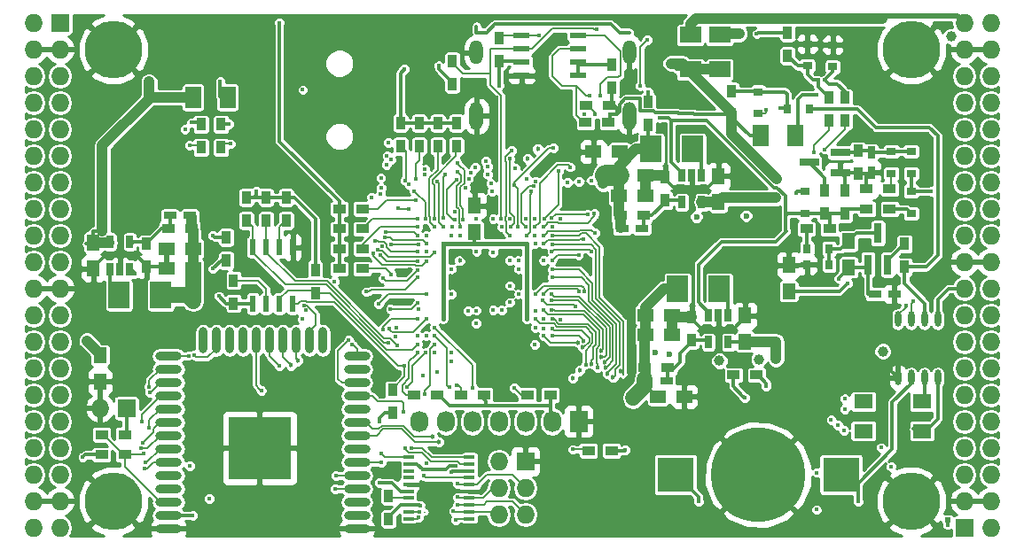
<source format=gbl>
G04 #@! TF.FileFunction,Copper,L4,Bot,Signal*
%FSLAX46Y46*%
G04 Gerber Fmt 4.6, Leading zero omitted, Abs format (unit mm)*
G04 Created by KiCad (PCBNEW 4.0.7+dfsg1-1) date Tue Oct  3 01:07:36 2017*
%MOMM*%
%LPD*%
G01*
G04 APERTURE LIST*
%ADD10C,0.100000*%
%ADD11R,0.900000X1.200000*%
%ADD12R,2.032000X1.524000*%
%ADD13R,2.000000X2.500000*%
%ADD14R,0.700000X1.200000*%
%ADD15R,1.250000X1.500000*%
%ADD16R,1.500000X1.250000*%
%ADD17R,1.524000X2.032000*%
%ADD18O,0.609600X1.473200*%
%ADD19R,0.800000X0.900000*%
%ADD20R,0.900000X0.800000*%
%ADD21R,0.800000X1.900000*%
%ADD22R,1.900000X0.800000*%
%ADD23R,1.200000X0.750000*%
%ADD24R,0.750000X1.200000*%
%ADD25R,1.200000X0.900000*%
%ADD26R,0.600000X1.550000*%
%ADD27R,1.550000X0.600000*%
%ADD28O,2.500000X0.900000*%
%ADD29O,0.900000X2.500000*%
%ADD30R,6.000000X6.000000*%
%ADD31R,1.727200X1.727200*%
%ADD32O,1.727200X1.727200*%
%ADD33C,5.500000*%
%ADD34R,1.000000X0.400000*%
%ADD35R,0.500000X0.500000*%
%ADD36R,1.727200X2.032000*%
%ADD37O,1.727200X2.032000*%
%ADD38R,3.500000X3.300000*%
%ADD39C,9.000000*%
%ADD40O,1.300000X2.700000*%
%ADD41O,1.300000X2.300000*%
%ADD42R,1.800000X1.400000*%
%ADD43C,1.000000*%
%ADD44C,0.400000*%
%ADD45C,0.600000*%
%ADD46C,0.454000*%
%ADD47C,0.300000*%
%ADD48C,0.190000*%
%ADD49C,1.000000*%
%ADD50C,0.500000*%
%ADD51C,2.000000*%
%ADD52C,1.500000*%
%ADD53C,0.400000*%
%ADD54C,0.200000*%
%ADD55C,0.254000*%
G04 APERTURE END LIST*
D10*
D11*
X154044000Y-72426000D03*
X154044000Y-70226000D03*
D12*
X160902000Y-63833000D03*
X160902000Y-67135000D03*
X158108000Y-67135000D03*
X158108000Y-63833000D03*
D13*
X160870000Y-88090000D03*
X156870000Y-88090000D03*
D14*
X159825000Y-90600000D03*
X160775000Y-90600000D03*
X161725000Y-90600000D03*
X161725000Y-93200000D03*
X159825000Y-93200000D03*
D13*
X158330000Y-74755000D03*
X154330000Y-74755000D03*
D14*
X157285000Y-77235000D03*
X158235000Y-77235000D03*
X159185000Y-77235000D03*
X159185000Y-79835000D03*
X157285000Y-79835000D03*
D13*
X103530000Y-88725000D03*
X107530000Y-88725000D03*
D14*
X104575000Y-86215000D03*
X103625000Y-86215000D03*
X102675000Y-86215000D03*
X102675000Y-83615000D03*
X104575000Y-83615000D03*
D15*
X101085000Y-83665000D03*
X101085000Y-86165000D03*
D16*
X153810000Y-90630000D03*
X156310000Y-90630000D03*
X153810000Y-92535000D03*
X156310000Y-92535000D03*
D15*
X163315000Y-93150000D03*
X163315000Y-90650000D03*
D16*
X151270000Y-79200000D03*
X153770000Y-79200000D03*
X151270000Y-77295000D03*
X153770000Y-77295000D03*
D15*
X160775000Y-79815000D03*
X160775000Y-77315000D03*
D16*
X110590000Y-84280000D03*
X108090000Y-84280000D03*
X110590000Y-86185000D03*
X108090000Y-86185000D03*
D17*
X110610000Y-69802000D03*
X113912000Y-69802000D03*
X168141000Y-73485000D03*
X164839000Y-73485000D03*
D18*
X181730000Y-96599000D03*
X180460000Y-96599000D03*
X179190000Y-96599000D03*
X177920000Y-96599000D03*
X177920000Y-91011000D03*
X179190000Y-91011000D03*
X180460000Y-91011000D03*
X181730000Y-91011000D03*
D15*
X173221000Y-86038000D03*
X173221000Y-83538000D03*
D19*
X169250000Y-84280000D03*
X171350000Y-84280000D03*
D20*
X179190000Y-80885000D03*
X179190000Y-78785000D03*
X177285000Y-74975000D03*
X177285000Y-77075000D03*
X169030000Y-80885000D03*
X169030000Y-78785000D03*
D21*
X176965000Y-85780000D03*
X175065000Y-85780000D03*
X176015000Y-82780000D03*
D22*
X172435000Y-75075000D03*
X172435000Y-76975000D03*
X169435000Y-76025000D03*
D23*
X153910000Y-96910000D03*
X155810000Y-96910000D03*
X151570000Y-82375000D03*
X153470000Y-82375000D03*
X110290000Y-81105000D03*
X108390000Y-81105000D03*
D24*
X175380000Y-75075000D03*
X175380000Y-76975000D03*
D25*
X169200000Y-82375000D03*
X171400000Y-82375000D03*
D11*
X172840000Y-80935000D03*
X172840000Y-78735000D03*
D25*
X177115000Y-80470000D03*
X174915000Y-80470000D03*
D11*
X174110000Y-74925000D03*
X174110000Y-77125000D03*
X178555000Y-83815000D03*
X178555000Y-86015000D03*
X113785000Y-83180000D03*
X113785000Y-85380000D03*
X170935000Y-80935000D03*
X170935000Y-78735000D03*
X129280000Y-107900000D03*
X129280000Y-110100000D03*
D25*
X150572000Y-103584000D03*
X148372000Y-103584000D03*
X177115000Y-78565000D03*
X174915000Y-78565000D03*
X153760000Y-95640000D03*
X155960000Y-95640000D03*
X110440000Y-82375000D03*
X108240000Y-82375000D03*
X151420000Y-81105000D03*
X153620000Y-81105000D03*
D11*
X158235000Y-90800000D03*
X158235000Y-93000000D03*
X106165000Y-86015000D03*
X106165000Y-83815000D03*
X155695000Y-77465000D03*
X155695000Y-79665000D03*
D25*
X126782000Y-86185000D03*
X124582000Y-86185000D03*
X126782000Y-84279000D03*
X124582000Y-84279000D03*
X126782000Y-82375000D03*
X124582000Y-82375000D03*
X126782000Y-80470000D03*
X124582000Y-80470000D03*
D11*
X130422000Y-74458000D03*
X130422000Y-72258000D03*
X132200000Y-74458000D03*
X132200000Y-72258000D03*
X133978000Y-74458000D03*
X133978000Y-72258000D03*
X135756000Y-74458000D03*
X135756000Y-72258000D03*
D26*
X116325000Y-84120000D03*
X117595000Y-84120000D03*
X118865000Y-84120000D03*
X120135000Y-84120000D03*
X120135000Y-89520000D03*
X118865000Y-89520000D03*
X117595000Y-89520000D03*
X116325000Y-89520000D03*
D23*
X175700000Y-88598000D03*
X177600000Y-88598000D03*
D27*
X141980000Y-67705000D03*
X141980000Y-66435000D03*
X141980000Y-65165000D03*
X141980000Y-63895000D03*
X147380000Y-63895000D03*
X147380000Y-65165000D03*
X147380000Y-66435000D03*
X147380000Y-67705000D03*
D19*
X171350000Y-85804000D03*
X169250000Y-85804000D03*
D20*
X179190000Y-77075000D03*
X179190000Y-74975000D03*
D28*
X126260434Y-111030338D03*
X126260434Y-109760338D03*
X126260434Y-108490338D03*
X126260434Y-107220338D03*
X126260434Y-105950338D03*
X126260434Y-104680338D03*
X126260434Y-103410338D03*
X126260434Y-102140338D03*
X126260434Y-100870338D03*
X126260434Y-99600338D03*
X126260434Y-98330338D03*
X126260434Y-97060338D03*
X126260434Y-95790338D03*
X126260434Y-94520338D03*
D29*
X122975434Y-93030338D03*
X121705434Y-93030338D03*
X120435434Y-93030338D03*
X119165434Y-93030338D03*
X117895434Y-93030338D03*
X116625434Y-93030338D03*
X115355434Y-93030338D03*
X114085434Y-93030338D03*
X112815434Y-93030338D03*
X111545434Y-93030338D03*
D28*
X108260434Y-94520338D03*
X108260434Y-95790338D03*
X108260434Y-97060338D03*
X108260434Y-98330338D03*
X108260434Y-99600338D03*
X108260434Y-100870338D03*
X108260434Y-102140338D03*
X108260434Y-103410338D03*
X108260434Y-104680338D03*
X108260434Y-105950338D03*
X108260434Y-107220338D03*
X108260434Y-108490338D03*
X108260434Y-109760338D03*
X108260434Y-111030338D03*
D30*
X116960434Y-103330338D03*
D31*
X97910000Y-62690000D03*
D32*
X95370000Y-62690000D03*
X97910000Y-65230000D03*
X95370000Y-65230000D03*
X97910000Y-67770000D03*
X95370000Y-67770000D03*
X97910000Y-70310000D03*
X95370000Y-70310000D03*
X97910000Y-72850000D03*
X95370000Y-72850000D03*
X97910000Y-75390000D03*
X95370000Y-75390000D03*
X97910000Y-77930000D03*
X95370000Y-77930000D03*
X97910000Y-80470000D03*
X95370000Y-80470000D03*
X97910000Y-83010000D03*
X95370000Y-83010000D03*
X97910000Y-85550000D03*
X95370000Y-85550000D03*
X97910000Y-88090000D03*
X95370000Y-88090000D03*
X97910000Y-90630000D03*
X95370000Y-90630000D03*
X97910000Y-93170000D03*
X95370000Y-93170000D03*
X97910000Y-95710000D03*
X95370000Y-95710000D03*
X97910000Y-98250000D03*
X95370000Y-98250000D03*
X97910000Y-100790000D03*
X95370000Y-100790000D03*
X97910000Y-103330000D03*
X95370000Y-103330000D03*
X97910000Y-105870000D03*
X95370000Y-105870000D03*
X97910000Y-108410000D03*
X95370000Y-108410000D03*
X97910000Y-110950000D03*
X95370000Y-110950000D03*
D31*
X184270000Y-110950000D03*
D32*
X186810000Y-110950000D03*
X184270000Y-108410000D03*
X186810000Y-108410000D03*
X184270000Y-105870000D03*
X186810000Y-105870000D03*
X184270000Y-103330000D03*
X186810000Y-103330000D03*
X184270000Y-100790000D03*
X186810000Y-100790000D03*
X184270000Y-98250000D03*
X186810000Y-98250000D03*
X184270000Y-95710000D03*
X186810000Y-95710000D03*
X184270000Y-93170000D03*
X186810000Y-93170000D03*
X184270000Y-90630000D03*
X186810000Y-90630000D03*
X184270000Y-88090000D03*
X186810000Y-88090000D03*
X184270000Y-85550000D03*
X186810000Y-85550000D03*
X184270000Y-83010000D03*
X186810000Y-83010000D03*
X184270000Y-80470000D03*
X186810000Y-80470000D03*
X184270000Y-77930000D03*
X186810000Y-77930000D03*
X184270000Y-75390000D03*
X186810000Y-75390000D03*
X184270000Y-72850000D03*
X186810000Y-72850000D03*
X184270000Y-70310000D03*
X186810000Y-70310000D03*
X184270000Y-67770000D03*
X186810000Y-67770000D03*
X184270000Y-65230000D03*
X186810000Y-65230000D03*
X184270000Y-62690000D03*
X186810000Y-62690000D03*
D33*
X102990000Y-108410000D03*
X179190000Y-108410000D03*
X179190000Y-65230000D03*
X102990000Y-65230000D03*
D19*
X167345000Y-70945000D03*
X169445000Y-70945000D03*
D20*
X164585000Y-69260000D03*
X164585000Y-71360000D03*
D11*
X162045000Y-71410000D03*
X162045000Y-69210000D03*
X139820000Y-66330000D03*
X139820000Y-64130000D03*
X135375000Y-68532000D03*
X135375000Y-66332000D03*
X150615000Y-68870000D03*
X150615000Y-66670000D03*
D25*
X150275000Y-72215000D03*
X148075000Y-72215000D03*
X150380000Y-70600000D03*
X148180000Y-70600000D03*
D34*
X137005000Y-104215000D03*
X137005000Y-104865000D03*
X137005000Y-105515000D03*
X137005000Y-106165000D03*
X137005000Y-106815000D03*
X137005000Y-107465000D03*
X137005000Y-108115000D03*
X137005000Y-108765000D03*
X137005000Y-109415000D03*
X137005000Y-110065000D03*
X131205000Y-110065000D03*
X131205000Y-109415000D03*
X131205000Y-108765000D03*
X131205000Y-108115000D03*
X131205000Y-107465000D03*
X131205000Y-106815000D03*
X131205000Y-106165000D03*
X131205000Y-105515000D03*
X131205000Y-104865000D03*
X131205000Y-104215000D03*
D11*
X119500000Y-79370000D03*
X119500000Y-81570000D03*
X114480000Y-89500000D03*
X114480000Y-87300000D03*
X129660000Y-99985000D03*
X129660000Y-97785000D03*
X117595000Y-79370000D03*
X117595000Y-81570000D03*
X122280000Y-86300000D03*
X122280000Y-88500000D03*
X115690000Y-79370000D03*
X115690000Y-81570000D03*
D25*
X144730000Y-98250000D03*
X142530000Y-98250000D03*
X138380000Y-98250000D03*
X136180000Y-98250000D03*
X133935000Y-98250000D03*
X131735000Y-98250000D03*
X101890000Y-103965000D03*
X104090000Y-103965000D03*
D31*
X104260000Y-99520000D03*
D32*
X101720000Y-99520000D03*
D25*
X101890000Y-102060000D03*
X104090000Y-102060000D03*
D15*
X167506000Y-88324000D03*
X167506000Y-85824000D03*
D25*
X164415000Y-96345000D03*
X162215000Y-96345000D03*
D11*
X167379000Y-65822000D03*
X167379000Y-63622000D03*
D31*
X142360000Y-104600000D03*
D32*
X139820000Y-104600000D03*
X142360000Y-107140000D03*
X139820000Y-107140000D03*
X142360000Y-109680000D03*
X139820000Y-109680000D03*
D16*
X155030000Y-98400000D03*
X157530000Y-98400000D03*
D15*
X137480000Y-82650000D03*
X137480000Y-80150000D03*
D16*
X151330000Y-75000000D03*
X148830000Y-75000000D03*
D15*
X101720000Y-94460000D03*
X101720000Y-96960000D03*
D11*
X113277000Y-74585000D03*
X113277000Y-72385000D03*
X111372000Y-74585000D03*
X111372000Y-72385000D03*
D20*
X169284000Y-66788000D03*
X169284000Y-64688000D03*
X171697000Y-66881000D03*
X171697000Y-64781000D03*
D11*
X172840000Y-72045000D03*
X172840000Y-69845000D03*
X171316000Y-72045000D03*
X171316000Y-69845000D03*
D35*
X182680000Y-110200000D03*
D36*
X147440000Y-100790000D03*
D37*
X144900000Y-100790000D03*
X142360000Y-100790000D03*
X139820000Y-100790000D03*
X137280000Y-100790000D03*
X134740000Y-100790000D03*
X132200000Y-100790000D03*
D38*
X172485000Y-105870000D03*
X156685000Y-105870000D03*
D39*
X164585000Y-105870000D03*
D40*
X152280000Y-71550000D03*
X137680000Y-71550000D03*
D41*
X137680000Y-65500000D03*
X152280000Y-65500000D03*
D42*
X180212000Y-98882000D03*
X174612000Y-98882000D03*
X174612000Y-101682000D03*
X180212000Y-101682000D03*
D43*
X116880503Y-64802940D03*
X106974809Y-64953974D03*
X175210328Y-64948943D03*
X165417246Y-64954666D03*
D44*
X175495631Y-71457432D03*
X139575609Y-69792857D03*
X146468970Y-70993942D03*
X144978424Y-71024054D03*
X143480350Y-71016526D03*
X142000564Y-71008511D03*
X113273209Y-99681387D03*
X147987361Y-71377791D03*
X144102010Y-84600000D03*
X132880424Y-84561218D03*
X135567436Y-80702302D03*
X132810347Y-82177990D03*
X145713035Y-91022010D03*
X145680000Y-94177990D03*
X177285000Y-95710000D03*
D43*
X177229911Y-82281349D03*
D44*
X170046000Y-85804000D03*
D45*
X164741832Y-81130572D03*
D44*
X120770000Y-72215000D03*
X133216000Y-109934000D03*
D45*
X161067993Y-81216119D03*
D43*
X158233687Y-94852616D03*
X162992748Y-94820185D03*
D45*
X156280000Y-81210838D03*
D44*
X131254529Y-86251357D03*
X140880000Y-81400000D03*
X136085174Y-89394826D03*
X145680000Y-81400000D03*
X120430000Y-97050000D03*
X150080000Y-81600000D03*
X131280000Y-89400000D03*
X133690245Y-94180159D03*
D46*
X139312644Y-91359700D03*
D44*
X140874194Y-91433353D03*
X145680000Y-85422010D03*
X135280000Y-95000000D03*
X135280000Y-94200000D03*
X142480000Y-94200000D03*
X140880000Y-93400000D03*
X139280000Y-93400000D03*
X137680000Y-93400000D03*
X136080000Y-93400000D03*
X136880000Y-92600000D03*
X135280000Y-92600000D03*
X132880000Y-91800000D03*
X132880000Y-93400000D03*
D46*
X141042859Y-86994997D03*
X139280000Y-87000000D03*
X136110990Y-86995403D03*
X139280000Y-88600000D03*
X137680000Y-87000000D03*
X136080000Y-84600000D03*
D43*
X166321614Y-77572282D03*
X166248957Y-79408030D03*
X156235582Y-66548363D03*
X101932065Y-82585048D03*
X106417803Y-68312483D03*
X166280000Y-94800000D03*
D44*
X112134000Y-108156000D03*
X128390000Y-106632000D03*
X150457224Y-71377791D03*
X172289562Y-87124051D03*
D43*
X183005038Y-63965038D03*
X162787481Y-63718486D03*
D44*
X172834633Y-99599920D03*
X172879922Y-98618650D03*
X176305593Y-103279812D03*
X165349214Y-97422919D03*
D43*
X160875897Y-94988750D03*
D44*
X164433885Y-63737451D03*
X139820000Y-68665673D03*
X148639876Y-77729346D03*
D43*
X149751640Y-78029346D03*
D44*
X134079160Y-66786153D03*
X109828000Y-72830000D03*
X116654336Y-78777990D03*
D43*
X176474303Y-94069095D03*
D44*
X173094000Y-87582000D03*
D43*
X100479904Y-93063904D03*
D45*
X163422030Y-81120665D03*
X154726292Y-94171363D03*
X156077107Y-94380779D03*
X158680000Y-81210838D03*
D44*
X112515000Y-83010000D03*
X181065000Y-78785000D03*
X128441330Y-100795881D03*
X110529662Y-109760338D03*
X110280000Y-105000000D03*
X100080000Y-104200000D03*
X113080000Y-88800000D03*
D43*
X164653770Y-94825547D03*
D44*
X137665894Y-91402446D03*
X135273306Y-88618602D03*
X139272517Y-84611349D03*
X137680556Y-84534085D03*
X141680000Y-86200000D03*
X135280000Y-86200000D03*
X132880000Y-92600000D03*
X132080000Y-92600000D03*
X141680000Y-88600000D03*
X141680000Y-85400000D03*
D43*
X152621047Y-98519969D03*
D44*
X136885174Y-90194826D03*
X140094890Y-90122990D03*
X139280000Y-90122990D03*
X140880000Y-89400000D03*
X137680000Y-90172990D03*
X140880000Y-87800000D03*
X140880000Y-85400000D03*
D46*
X136080000Y-85400000D03*
D44*
X121369010Y-90164222D03*
X130022933Y-91834237D03*
X121036481Y-91008234D03*
X129902064Y-92678248D03*
D43*
X110617371Y-89287199D03*
D44*
X142480000Y-91000000D03*
X142480000Y-83800000D03*
X134480000Y-83800000D03*
X134480000Y-91000000D03*
X105037711Y-86632990D03*
X155149360Y-71764535D03*
X121086654Y-69078528D03*
X170182962Y-69571012D03*
X174110000Y-108410000D03*
X158870000Y-108410000D03*
X135884156Y-106696010D03*
X137288700Y-97538741D03*
X133680000Y-91800000D03*
D46*
X134074414Y-102752225D03*
D44*
X135085458Y-97531790D03*
X135855186Y-108022639D03*
D46*
X133449289Y-102232615D03*
D44*
X133680000Y-92600000D03*
X132752670Y-98178920D03*
X128610113Y-104714568D03*
X132918584Y-104800000D03*
X135853254Y-108792386D03*
X133685668Y-93402482D03*
X130714529Y-99901000D03*
X131039363Y-97487286D03*
X135471949Y-109365878D03*
X132846234Y-94197073D03*
X118858690Y-62658970D03*
X130761990Y-67119621D03*
X148477832Y-69619684D03*
X149475951Y-69619684D03*
X148991194Y-71377791D03*
X153984196Y-64280063D03*
X153322343Y-68673419D03*
X143650666Y-63862520D03*
X178665908Y-89713903D03*
X149183754Y-63257114D03*
X179375977Y-89317806D03*
X140035989Y-81400000D03*
X128776655Y-87110882D03*
X132077895Y-86272150D03*
X117121665Y-97817265D03*
X118843798Y-95498222D03*
D46*
X119978162Y-95412951D03*
X120634035Y-94977604D03*
D44*
X113212238Y-68244401D03*
X166678914Y-70803555D03*
X146387166Y-77939336D03*
X147480000Y-77822010D03*
X131453853Y-103296209D03*
X144891634Y-91008466D03*
D46*
X148653935Y-95249010D03*
X149565978Y-94054788D03*
D44*
X144867244Y-90164455D03*
D46*
X150720500Y-96575802D03*
D44*
X144890381Y-83866022D03*
D46*
X151448039Y-95951686D03*
D44*
X144894101Y-83022010D03*
D46*
X150149219Y-96229829D03*
D44*
X144901285Y-86268736D03*
D46*
X150033441Y-95660469D03*
D44*
X144888562Y-86993817D03*
D46*
X149952517Y-95085120D03*
D44*
X144877648Y-88622010D03*
D46*
X149584522Y-94635504D03*
D44*
X144810610Y-89177990D03*
X144895773Y-91874444D03*
D46*
X147777713Y-93691005D03*
X147356233Y-93219138D03*
D44*
X144102010Y-92600000D03*
D46*
X147915304Y-93060979D03*
D44*
X144882352Y-92577990D03*
X130807074Y-95454141D03*
X130141304Y-93529144D03*
X132080000Y-93400000D03*
X129254670Y-93244631D03*
X133919980Y-96038729D03*
X141280000Y-97600000D03*
X132572818Y-96383863D03*
X135770000Y-97338127D03*
X132080000Y-94200000D03*
X128669601Y-84020243D03*
X105906712Y-103816552D03*
X129459184Y-90039192D03*
X132080000Y-89444020D03*
X130839486Y-103354982D03*
X128602801Y-103872537D03*
X128321313Y-89539949D03*
X132656192Y-105976192D03*
X132880000Y-88600000D03*
X127145130Y-88379076D03*
X124253981Y-105982535D03*
X132080000Y-87000000D03*
X125827283Y-93452662D03*
X124202418Y-107207639D03*
D46*
X142530990Y-75662841D03*
X143525587Y-74749772D03*
D44*
X110313517Y-74380698D03*
X132146108Y-109940263D03*
X114166000Y-74247000D03*
X132189000Y-109415000D03*
X135567436Y-81489225D03*
X135767546Y-77648547D03*
X134702010Y-77200000D03*
X134471354Y-81347908D03*
X132761172Y-77202673D03*
X132737245Y-76676207D03*
X128545566Y-77476577D03*
X127643658Y-79355564D03*
X110718734Y-94451783D03*
X128515897Y-78994176D03*
X110193102Y-94489889D03*
X128569727Y-78469921D03*
X106412639Y-97453606D03*
X131230910Y-78113843D03*
X106479997Y-97976296D03*
X131709326Y-78745875D03*
X132783332Y-81399993D03*
X129016746Y-82660638D03*
X105679715Y-100783924D03*
X132084821Y-83022010D03*
X128948848Y-83183258D03*
X106401171Y-101377901D03*
X132886504Y-83777990D03*
X129513931Y-83860979D03*
X105803161Y-102850427D03*
X132117443Y-83866021D03*
X127966259Y-83527946D03*
X105651866Y-103355255D03*
X132079996Y-84503337D03*
X128256283Y-84387285D03*
X106023598Y-104697574D03*
X133671942Y-84595200D03*
X127824162Y-84688968D03*
X105973679Y-105248709D03*
X132875802Y-85428138D03*
D46*
X146862501Y-96617499D03*
X147534467Y-95913260D03*
D44*
X148102806Y-95339021D03*
X143280000Y-91000000D03*
X149207706Y-95605291D03*
X144082424Y-90132858D03*
X143989948Y-89177990D03*
X147125926Y-89802879D03*
X143281824Y-90201951D03*
X144102010Y-85397219D03*
X147422472Y-84858593D03*
X144886544Y-85385186D03*
X144102010Y-83000000D03*
X148975652Y-82755341D03*
X144885092Y-82177990D03*
X147470668Y-88324835D03*
X144082832Y-88584510D03*
X147997681Y-88324844D03*
X143278026Y-88595030D03*
X144102010Y-82185600D03*
X148935852Y-80899014D03*
X148337768Y-80975785D03*
X144866392Y-81333979D03*
X139280000Y-81400000D03*
X139145358Y-78809170D03*
X139040624Y-78036724D03*
X138723613Y-77165705D03*
X138593844Y-75910161D03*
X138716105Y-76425854D03*
X137680000Y-81400000D03*
X137538026Y-76510532D03*
X137116016Y-76974740D03*
X136928568Y-77562978D03*
X136634118Y-78451672D03*
X135830689Y-76094515D03*
X136411444Y-81497309D03*
X148668800Y-84550385D03*
X144877691Y-84532933D03*
X144102010Y-83800000D03*
X147894174Y-83335809D03*
X142851623Y-78759750D03*
X142473549Y-82998913D03*
X143105106Y-78295223D03*
X142396423Y-82191394D03*
X145494012Y-76834828D03*
X144146021Y-81374784D03*
X143331797Y-77819457D03*
X146627648Y-76461302D03*
X143257990Y-82207154D03*
X143257990Y-81379632D03*
X145017056Y-74655847D03*
X141318978Y-78199263D03*
X141657990Y-82130345D03*
X142413979Y-81382236D03*
X140080000Y-82200000D03*
X141342967Y-76554996D03*
X141046643Y-74873804D03*
X140864029Y-83041403D03*
X140890207Y-75681941D03*
X140924011Y-82179283D03*
X129542604Y-86703515D03*
X132880000Y-83022010D03*
X132080000Y-82177990D03*
X132080000Y-81400000D03*
X131847310Y-79589886D03*
X130856828Y-77742623D03*
X131923295Y-77584853D03*
X133654358Y-82177990D03*
X133627343Y-81396408D03*
X129336756Y-91938993D03*
X132880000Y-91000000D03*
X128765088Y-92004296D03*
X132077648Y-90977990D03*
X130196821Y-80377733D03*
X131180000Y-80500000D03*
X128489708Y-84867377D03*
X132079620Y-85428138D03*
X165326966Y-71026598D03*
X134501414Y-82177578D03*
X133922194Y-77854836D03*
X135680000Y-110200000D03*
X146844288Y-103452739D03*
X132540000Y-105400000D03*
X135680000Y-105037990D03*
X132280000Y-108800000D03*
X135248000Y-105616000D03*
X112515000Y-86185000D03*
X163277422Y-98501717D03*
X170126036Y-109212466D03*
X170157734Y-105666345D03*
X169895346Y-75092988D03*
X143257990Y-83000000D03*
X168166438Y-78955336D03*
X151896383Y-103510715D03*
X114039000Y-72342000D03*
X110483000Y-72215000D03*
X177274002Y-105079115D03*
X143258015Y-93423150D03*
X172761273Y-101651681D03*
X143280000Y-91800000D03*
X172193360Y-101105663D03*
X144064831Y-91877646D03*
X171540304Y-100645743D03*
X144080000Y-91000000D03*
X154044000Y-69294000D03*
X129061632Y-76229575D03*
X135280000Y-83022010D03*
X129493343Y-75737814D03*
X136080000Y-83000000D03*
X129122249Y-75363607D03*
X135345425Y-82176814D03*
X129252218Y-74142461D03*
X135830698Y-76905381D03*
X136080000Y-82200000D03*
X170943165Y-74761464D03*
X143280000Y-83800000D03*
X142480000Y-77600000D03*
X170300000Y-68151000D03*
X170950000Y-68125562D03*
X125480000Y-93000000D03*
X121206217Y-89662983D03*
X132156079Y-90030946D03*
X182654362Y-110665838D03*
X124080000Y-87400000D03*
X124080000Y-87400000D03*
D47*
X138630000Y-63600000D02*
X139449896Y-62780104D01*
X137680000Y-63000000D02*
X137680000Y-63600000D01*
X150510104Y-62780104D02*
X151330000Y-63600000D01*
X137680000Y-63600000D02*
X138630000Y-63600000D01*
X139449896Y-62780104D02*
X150510104Y-62780104D01*
X151330000Y-63600000D02*
X152280000Y-63600000D01*
D48*
X132742351Y-109415000D02*
X132748035Y-109420684D01*
D47*
X175042385Y-64781000D02*
X175210328Y-64948943D01*
X171697000Y-64781000D02*
X175042385Y-64781000D01*
X165683912Y-64688000D02*
X165417246Y-64954666D01*
X169284000Y-64688000D02*
X165683912Y-64688000D01*
X139292767Y-69792857D02*
X139575609Y-69792857D01*
X137822857Y-69792857D02*
X139292767Y-69792857D01*
X137680000Y-69650000D02*
X137822857Y-69792857D01*
X169284000Y-64688000D02*
X171604000Y-64688000D01*
X171604000Y-64688000D02*
X171697000Y-64781000D01*
X177285000Y-95710000D02*
X177285000Y-95964000D01*
X177285000Y-95964000D02*
X177920000Y-96599000D01*
X167506000Y-85824000D02*
X169230000Y-85824000D01*
X169230000Y-85824000D02*
X169250000Y-85804000D01*
X169250000Y-85804000D02*
X170046000Y-85804000D01*
X134345000Y-107465000D02*
X133695000Y-106815000D01*
X133695000Y-106815000D02*
X131205000Y-106815000D01*
X137005000Y-107465000D02*
X134345000Y-107465000D01*
X102210000Y-84915000D02*
X103625000Y-84915000D01*
X103625000Y-84915000D02*
X105215000Y-84915000D01*
X103625000Y-86215000D02*
X103625000Y-84915000D01*
X105215000Y-84915000D02*
X106165000Y-85865000D01*
X106165000Y-85865000D02*
X106165000Y-86015000D01*
X101085000Y-86165000D02*
X101085000Y-86040000D01*
X101085000Y-86040000D02*
X102210000Y-84915000D01*
X106165000Y-86015000D02*
X107920000Y-86015000D01*
X107920000Y-86015000D02*
X108090000Y-86185000D01*
X139085645Y-91132701D02*
X139312644Y-91359700D01*
X138480000Y-89400000D02*
X138480000Y-90527056D01*
X139280000Y-88600000D02*
X138480000Y-89400000D01*
X138480000Y-90527056D02*
X139085645Y-91132701D01*
D49*
X153770000Y-77295000D02*
X155525000Y-77295000D01*
D47*
X155525000Y-77295000D02*
X155695000Y-77465000D01*
D49*
X153770000Y-79200000D02*
X153770000Y-77295000D01*
D47*
X174110000Y-77125000D02*
X174745000Y-77125000D01*
X174745000Y-77125000D02*
X175230000Y-77125000D01*
X174915000Y-78565000D02*
X174915000Y-77295000D01*
X174915000Y-77295000D02*
X174745000Y-77125000D01*
X172840000Y-78735000D02*
X172840000Y-77380000D01*
X172840000Y-77380000D02*
X172435000Y-76975000D01*
X175230000Y-77125000D02*
X175380000Y-76975000D01*
X172435000Y-76975000D02*
X173960000Y-76975000D01*
X173960000Y-76975000D02*
X174110000Y-77125000D01*
X137680000Y-86200000D02*
X137680000Y-86600000D01*
X136080000Y-84600000D02*
X137680000Y-86200000D01*
X159850000Y-78365000D02*
X158235000Y-78365000D01*
X158235000Y-78365000D02*
X156445000Y-78365000D01*
X158235000Y-77235000D02*
X158235000Y-78365000D01*
X160775000Y-77315000D02*
X160775000Y-77440000D01*
X160775000Y-77440000D02*
X159850000Y-78365000D01*
X156445000Y-78365000D02*
X155695000Y-77615000D01*
X155695000Y-77615000D02*
X155695000Y-77465000D01*
D49*
X156310000Y-90630000D02*
X156310000Y-92535000D01*
X158235000Y-90800000D02*
X156480000Y-90800000D01*
D47*
X156480000Y-90800000D02*
X156310000Y-90630000D01*
X163315000Y-90650000D02*
X163315000Y-90834602D01*
X163315000Y-90834602D02*
X162249602Y-91900000D01*
X162249602Y-91900000D02*
X160775000Y-91900000D01*
X101085000Y-86165000D02*
X101085000Y-85929893D01*
X106165000Y-85944374D02*
X106165000Y-86015000D01*
X159185000Y-91900000D02*
X160775000Y-91900000D01*
X160775000Y-90600000D02*
X160775000Y-91900000D01*
X158235000Y-90800000D02*
X158235000Y-90950000D01*
X158235000Y-90950000D02*
X159185000Y-91900000D01*
X108090000Y-84280000D02*
X108090000Y-86185000D01*
X107625000Y-84745000D02*
X108090000Y-84280000D01*
X108070000Y-84260000D02*
X108090000Y-84280000D01*
X141037856Y-87000000D02*
X141042859Y-86994997D01*
X139280000Y-87000000D02*
X141037856Y-87000000D01*
X136432016Y-86995403D02*
X136110990Y-86995403D01*
X137284597Y-86995403D02*
X136432016Y-86995403D01*
X137680000Y-86600000D02*
X137284597Y-86995403D01*
X137680000Y-86600000D02*
X137680000Y-87000000D01*
D48*
X138029000Y-66332000D02*
X138115000Y-66246000D01*
D49*
X162045000Y-73295668D02*
X165821615Y-77072283D01*
X162045000Y-71410000D02*
X162045000Y-73295668D01*
X165821615Y-77072283D02*
X166321614Y-77572282D01*
X160790000Y-79800000D02*
X161181970Y-79408030D01*
X161181970Y-79408030D02*
X165541851Y-79408030D01*
X165541851Y-79408030D02*
X166248957Y-79408030D01*
X157333363Y-66548363D02*
X156942688Y-66548363D01*
X162045000Y-71260000D02*
X157333363Y-66548363D01*
X156942688Y-66548363D02*
X156235582Y-66548363D01*
D47*
X156792000Y-67135000D02*
X156235582Y-66578582D01*
X158108000Y-67135000D02*
X156792000Y-67135000D01*
X156235582Y-66578582D02*
X156235582Y-66548363D01*
D49*
X162045000Y-71410000D02*
X162045000Y-71260000D01*
X158108000Y-67135000D02*
X160902000Y-67135000D01*
D47*
X101085000Y-82615000D02*
X101114952Y-82585048D01*
X101114952Y-82585048D02*
X101224959Y-82585048D01*
X101085000Y-83665000D02*
X101085000Y-82615000D01*
D49*
X101932065Y-81877942D02*
X101932065Y-82585048D01*
X101932065Y-74415935D02*
X101932065Y-81877942D01*
X106407114Y-69940886D02*
X101932065Y-74415935D01*
D47*
X101224959Y-82585048D02*
X101932065Y-82585048D01*
X151080000Y-71400000D02*
X151352990Y-71127010D01*
X158407951Y-71315988D02*
X158501963Y-71410000D01*
X151352990Y-71127010D02*
X151352990Y-70466020D01*
X153372399Y-71103001D02*
X154568521Y-71103001D01*
X158501963Y-71410000D02*
X162045000Y-71410000D01*
X151352990Y-70466020D02*
X151896020Y-69922990D01*
X153316999Y-69896923D02*
X153316999Y-71047601D01*
X156924522Y-71275510D02*
X156965000Y-71315988D01*
X151896020Y-69922990D02*
X152557010Y-69922990D01*
X152557010Y-69922990D02*
X152583077Y-69896923D01*
X152583077Y-69896923D02*
X153316999Y-69896923D01*
X156965000Y-71315988D02*
X158407951Y-71315988D01*
X153316999Y-71047601D02*
X153372399Y-71103001D01*
X154568521Y-71103001D02*
X154741030Y-71275510D01*
X154741030Y-71275510D02*
X156924522Y-71275510D01*
D49*
X106417803Y-69019589D02*
X106417803Y-68312483D01*
X106417803Y-69930197D02*
X106417803Y-69019589D01*
X106407114Y-69940886D02*
X106417803Y-69930197D01*
X166280000Y-93150000D02*
X166280000Y-94800000D01*
D47*
X129572000Y-106632000D02*
X128390000Y-106632000D01*
X131205000Y-107465000D02*
X130405000Y-107465000D01*
X130405000Y-107465000D02*
X129572000Y-106632000D01*
X110610000Y-69548000D02*
X110610000Y-69802000D01*
X150457224Y-71377791D02*
X150457224Y-72032776D01*
X150457224Y-72032776D02*
X150275000Y-72215000D01*
D49*
X109975000Y-69802000D02*
X106546000Y-69802000D01*
X106546000Y-69802000D02*
X106419000Y-69929000D01*
D47*
X164839000Y-73485000D02*
X163777000Y-73485000D01*
X163777000Y-73485000D02*
X162045000Y-71753000D01*
X162045000Y-71753000D02*
X162045000Y-71410000D01*
X151057791Y-71377791D02*
X150740066Y-71377791D01*
X150740066Y-71377791D02*
X150457224Y-71377791D01*
X151080000Y-71400000D02*
X151057791Y-71377791D01*
X172289562Y-87094438D02*
X172289562Y-87124051D01*
X173221000Y-86163000D02*
X172289562Y-87094438D01*
X173221000Y-86038000D02*
X173221000Y-86163000D01*
X175065000Y-88598000D02*
X175065000Y-85780000D01*
X175700000Y-88598000D02*
X175065000Y-88598000D01*
D49*
X106419000Y-69929000D02*
X106407114Y-69940886D01*
D47*
X106419000Y-69675000D02*
X106419000Y-69929000D01*
X100572432Y-83665000D02*
X100424079Y-83813353D01*
X101085000Y-83665000D02*
X100572432Y-83665000D01*
X160790000Y-79800000D02*
X160775000Y-79815000D01*
D49*
X163315000Y-93150000D02*
X166280000Y-93150000D01*
D47*
X160775000Y-79940000D02*
X160775000Y-79815000D01*
X164925000Y-93150000D02*
X164240000Y-93150000D01*
X164240000Y-93150000D02*
X163315000Y-93150000D01*
X101085000Y-83665000D02*
X101085000Y-83790000D01*
X151080000Y-71400000D02*
X151080000Y-70838120D01*
X151080000Y-70838120D02*
X150615000Y-70373120D01*
X150615000Y-70373120D02*
X150615000Y-69995990D01*
X150615000Y-69995990D02*
X150615000Y-68870000D01*
D49*
X159185000Y-79835000D02*
X160755000Y-79835000D01*
D47*
X160755000Y-79835000D02*
X160775000Y-79815000D01*
X161725000Y-93200000D02*
X163265000Y-93200000D01*
X163265000Y-93200000D02*
X163315000Y-93150000D01*
X173221000Y-86038000D02*
X174807000Y-86038000D01*
X174807000Y-86038000D02*
X175065000Y-85780000D01*
D49*
X101085000Y-83665000D02*
X102625000Y-83665000D01*
D47*
X102625000Y-83665000D02*
X102675000Y-83615000D01*
D49*
X158673826Y-62251174D02*
X163455591Y-62251174D01*
X163455591Y-62251174D02*
X176413347Y-62251174D01*
D47*
X158673826Y-62251174D02*
X158627826Y-62251174D01*
D49*
X158627826Y-62251174D02*
X158108000Y-62771000D01*
X158108000Y-62771000D02*
X158108000Y-63833000D01*
D50*
X184270000Y-62690000D02*
X183586610Y-62006610D01*
X183586610Y-62006610D02*
X176657911Y-62006610D01*
D47*
X176657911Y-62006610D02*
X176413347Y-62251174D01*
D49*
X176413347Y-62251174D02*
X176425450Y-62263277D01*
X160902000Y-63833000D02*
X161016514Y-63718486D01*
X161016514Y-63718486D02*
X162080375Y-63718486D01*
X162080375Y-63718486D02*
X162787481Y-63718486D01*
D47*
X165349214Y-97129214D02*
X165349214Y-97422919D01*
X164565000Y-96345000D02*
X165349214Y-97129214D01*
X164415000Y-96345000D02*
X164565000Y-96345000D01*
X164549336Y-63622000D02*
X164433885Y-63737451D01*
X167379000Y-63622000D02*
X164549336Y-63622000D01*
X139820000Y-66330000D02*
X139820000Y-68665673D01*
D49*
X149784145Y-77289735D02*
X149751640Y-77322240D01*
X149751640Y-77322240D02*
X149751640Y-78029346D01*
X149993577Y-77289735D02*
X149784145Y-77289735D01*
D47*
X134079160Y-67068995D02*
X134079160Y-66786153D01*
X134079160Y-67086160D02*
X134079160Y-67068995D01*
X135375000Y-68382000D02*
X134079160Y-67086160D01*
X135375000Y-68532000D02*
X135375000Y-68382000D01*
X154044000Y-72426000D02*
X154044000Y-74469000D01*
X154044000Y-74469000D02*
X154330000Y-74755000D01*
X116654336Y-79155664D02*
X116654336Y-79060832D01*
X115690000Y-79370000D02*
X116440000Y-79370000D01*
X116440000Y-79370000D02*
X116654336Y-79155664D01*
X116654336Y-79060832D02*
X116654336Y-78777990D01*
X181730000Y-89106000D02*
X182746000Y-88090000D01*
X182746000Y-88090000D02*
X184270000Y-88090000D01*
X181730000Y-91011000D02*
X181730000Y-89106000D01*
X172352000Y-88324000D02*
X173094000Y-87582000D01*
X167506000Y-88324000D02*
X172352000Y-88324000D01*
X100479904Y-93094904D02*
X100479904Y-93063904D01*
D49*
X101720000Y-94335000D02*
X100479904Y-93094904D01*
D47*
X101720000Y-94460000D02*
X101720000Y-94335000D01*
X151330000Y-75000000D02*
X151330000Y-77235000D01*
X151330000Y-77235000D02*
X151270000Y-77295000D01*
X138380000Y-98250000D02*
X138380000Y-98686358D01*
X138380000Y-98686358D02*
X138550000Y-98856358D01*
X138550000Y-98856358D02*
X138550000Y-99266000D01*
X135101000Y-99266000D02*
X138550000Y-99266000D01*
X138550000Y-99266000D02*
X144730000Y-99266000D01*
X144730000Y-98250000D02*
X144730000Y-99266000D01*
X144730000Y-99266000D02*
X144730000Y-99400000D01*
X133935000Y-98250000D02*
X134085000Y-98250000D01*
X134085000Y-98250000D02*
X135101000Y-99266000D01*
X144730000Y-99400000D02*
X144730000Y-100620000D01*
X113785000Y-83180000D02*
X112685000Y-83180000D01*
X112685000Y-83180000D02*
X112515000Y-83010000D01*
X122280000Y-86300000D02*
X122280000Y-81400000D01*
X122280000Y-81400000D02*
X120250000Y-79370000D01*
X120250000Y-79370000D02*
X119500000Y-79370000D01*
X179190000Y-78785000D02*
X181065000Y-78785000D01*
X128441330Y-100513039D02*
X128441330Y-100795881D01*
X128441330Y-100453670D02*
X128441330Y-100513039D01*
X129660000Y-99985000D02*
X128910000Y-99985000D01*
X128910000Y-99985000D02*
X128441330Y-100453670D01*
X108260434Y-109760338D02*
X110529662Y-109760338D01*
X179190000Y-77075000D02*
X179190000Y-78785000D01*
X100315000Y-103965000D02*
X100080000Y-104200000D01*
X101890000Y-103965000D02*
X100315000Y-103965000D01*
X117595000Y-79370000D02*
X119500000Y-79370000D01*
X115690000Y-79370000D02*
X117595000Y-79370000D01*
X114480000Y-89500000D02*
X113780000Y-89500000D01*
X113780000Y-89500000D02*
X113080000Y-88800000D01*
X114480000Y-89500000D02*
X116305000Y-89500000D01*
X116305000Y-89500000D02*
X116325000Y-89520000D01*
X144900000Y-98250000D02*
X144730000Y-98250000D01*
X138380000Y-98250000D02*
X138530000Y-98250000D01*
X144730000Y-100620000D02*
X144900000Y-100790000D01*
X139820000Y-66330000D02*
X141875000Y-66330000D01*
X141875000Y-66330000D02*
X141980000Y-66435000D01*
D49*
X151270000Y-77295000D02*
X151264735Y-77289735D01*
D51*
X151264735Y-77289735D02*
X149993577Y-77289735D01*
D49*
X151270000Y-77295000D02*
X151270000Y-76370000D01*
D47*
X152885000Y-74755000D02*
X153030000Y-74755000D01*
D49*
X151270000Y-76370000D02*
X152885000Y-74755000D01*
X153030000Y-74755000D02*
X154330000Y-74755000D01*
X151420000Y-81105000D02*
X151420000Y-82225000D01*
D47*
X151420000Y-82225000D02*
X151570000Y-82375000D01*
D49*
X151270000Y-79200000D02*
X151270000Y-80955000D01*
D47*
X151270000Y-80955000D02*
X151420000Y-81105000D01*
D49*
X151270000Y-77295000D02*
X151270000Y-79200000D01*
D47*
X151790000Y-76775000D02*
X151270000Y-77295000D01*
X160870000Y-88090000D02*
X161725000Y-88945000D01*
X161725000Y-88945000D02*
X161725000Y-90600000D01*
X159185000Y-77235000D02*
X159185000Y-75610000D01*
X159185000Y-75610000D02*
X158330000Y-74755000D01*
X155030000Y-98400000D02*
X154905000Y-98400000D01*
X154905000Y-98400000D02*
X153733519Y-97228519D01*
X153733519Y-97228519D02*
X153733519Y-96686345D01*
D49*
X153701005Y-95301005D02*
X153810000Y-95410000D01*
X153701005Y-92643995D02*
X153701005Y-95301005D01*
X153810000Y-92535000D02*
X153701005Y-92643995D01*
D47*
X153810000Y-95410000D02*
X154110000Y-95710000D01*
X154110000Y-95710000D02*
X154110000Y-96385000D01*
D52*
X153121046Y-98019970D02*
X152621047Y-98519969D01*
X153733519Y-97407497D02*
X153121046Y-98019970D01*
X153733519Y-96686345D02*
X153733519Y-97407497D01*
D49*
X156870000Y-88090000D02*
X155570000Y-88090000D01*
X155570000Y-88090000D02*
X153810000Y-89850000D01*
X153810000Y-89850000D02*
X153810000Y-90630000D01*
X153810000Y-92535000D02*
X153810000Y-90630000D01*
D47*
X153695000Y-90515000D02*
X153810000Y-90630000D01*
X156010000Y-95710000D02*
X156524914Y-95710000D01*
X156524914Y-95710000D02*
X157145126Y-95089788D01*
X157145126Y-95089788D02*
X157145126Y-94239874D01*
X157145126Y-94239874D02*
X158235000Y-93150000D01*
X158235000Y-93150000D02*
X158235000Y-93000000D01*
X155960000Y-95640000D02*
X155960000Y-96760000D01*
X155960000Y-96760000D02*
X155810000Y-96910000D01*
X158235000Y-93000000D02*
X159625000Y-93000000D01*
X159625000Y-93000000D02*
X159825000Y-93200000D01*
D53*
X134480000Y-83800000D02*
X137480000Y-83800000D01*
D47*
X137480000Y-82650000D02*
X137480000Y-83800000D01*
D53*
X137480000Y-83800000D02*
X142480000Y-83800000D01*
D52*
X110055172Y-88725000D02*
X107530000Y-88725000D01*
X110617371Y-89287199D02*
X110055172Y-88725000D01*
D47*
X110590000Y-89259828D02*
X110617371Y-89287199D01*
D52*
X110590000Y-86185000D02*
X110590000Y-89259828D01*
D53*
X142480000Y-83800000D02*
X142480000Y-91000000D01*
X134480000Y-91000000D02*
X134480000Y-83800000D01*
D49*
X110440000Y-82375000D02*
X110440000Y-81255000D01*
D47*
X110440000Y-81255000D02*
X110290000Y-81105000D01*
D49*
X110590000Y-84280000D02*
X110590000Y-82525000D01*
D47*
X110590000Y-82525000D02*
X110440000Y-82375000D01*
D49*
X110590000Y-86185000D02*
X110590000Y-84280000D01*
D47*
X110070000Y-86705000D02*
X110590000Y-86185000D01*
X102675000Y-86215000D02*
X102675000Y-87870000D01*
X102675000Y-87870000D02*
X103530000Y-88725000D01*
X167183550Y-79228973D02*
X167183550Y-81105000D01*
X166053633Y-78403160D02*
X166357737Y-78403160D01*
X159650473Y-72000000D02*
X166053633Y-78403160D01*
X166357737Y-78403160D02*
X167183550Y-79228973D01*
X156280000Y-72000000D02*
X159650473Y-72000000D01*
X104619721Y-86215000D02*
X104837712Y-86432991D01*
X104575000Y-86215000D02*
X104619721Y-86215000D01*
X104837712Y-86432991D02*
X105037711Y-86632990D01*
X156280000Y-72000000D02*
X156044535Y-71764535D01*
X156044535Y-71764535D02*
X155432202Y-71764535D01*
X155432202Y-71764535D02*
X155149360Y-71764535D01*
X167183550Y-81105000D02*
X167183550Y-82518550D01*
X169030000Y-80885000D02*
X167403550Y-80885000D01*
X167403550Y-80885000D02*
X167183550Y-81105000D01*
X166265000Y-83600000D02*
X167265000Y-82600000D01*
X167183550Y-82518550D02*
X167265000Y-82600000D01*
X156280000Y-75980000D02*
X156280000Y-72000000D01*
X157285000Y-77235000D02*
X157285000Y-76985000D01*
X157285000Y-76985000D02*
X156280000Y-75980000D01*
X159825000Y-90600000D02*
X159825000Y-90345000D01*
X159825000Y-90345000D02*
X158880000Y-89400000D01*
X158880000Y-89400000D02*
X158880000Y-85800000D01*
X158880000Y-85800000D02*
X161080000Y-83600000D01*
X161080000Y-83600000D02*
X166265000Y-83600000D01*
X168980000Y-80885000D02*
X169030000Y-80885000D01*
X169030000Y-80885000D02*
X170885000Y-80885000D01*
X170885000Y-80885000D02*
X170935000Y-80935000D01*
X170935000Y-80935000D02*
X171570000Y-80935000D01*
X171570000Y-80935000D02*
X172840000Y-80935000D01*
X171400000Y-82375000D02*
X171400000Y-81105000D01*
X171400000Y-81105000D02*
X171570000Y-80935000D01*
X174915000Y-80470000D02*
X173305000Y-80470000D01*
X173305000Y-80470000D02*
X172840000Y-80935000D01*
X153620000Y-81105000D02*
X154432087Y-81105000D01*
X154432087Y-81105000D02*
X155695000Y-79842087D01*
X155695000Y-79842087D02*
X155695000Y-79665000D01*
X153620000Y-81105000D02*
X153620000Y-82225000D01*
X153620000Y-82225000D02*
X153470000Y-82375000D01*
X155695000Y-79665000D02*
X157115000Y-79665000D01*
X157115000Y-79665000D02*
X157285000Y-79835000D01*
X155525000Y-79835000D02*
X155695000Y-79665000D01*
X108240000Y-82375000D02*
X107605000Y-82375000D01*
X107605000Y-82375000D02*
X106165000Y-83815000D01*
X104575000Y-83615000D02*
X105965000Y-83615000D01*
X105965000Y-83615000D02*
X106165000Y-83815000D01*
X104775000Y-83815000D02*
X104575000Y-83615000D01*
X108070000Y-82545000D02*
X108240000Y-82375000D01*
X108390000Y-81105000D02*
X108390000Y-82225000D01*
X108390000Y-82225000D02*
X108240000Y-82375000D01*
X168141000Y-73485000D02*
X168402683Y-73223317D01*
X168402683Y-73223317D02*
X168402683Y-69932420D01*
X168402683Y-69932420D02*
X168764091Y-69571012D01*
X168764091Y-69571012D02*
X169900120Y-69571012D01*
X169900120Y-69571012D02*
X170182962Y-69571012D01*
X174110000Y-108410000D02*
X174110000Y-106705962D01*
X174110000Y-106705962D02*
X177385633Y-103430329D01*
X177385633Y-103430329D02*
X177385633Y-98913976D01*
X177385633Y-98913976D02*
X179190000Y-97109609D01*
X179190000Y-97109609D02*
X179190000Y-96599000D01*
X158870000Y-108410000D02*
X158870000Y-107955000D01*
X156785000Y-105870000D02*
X156685000Y-105870000D01*
X158870000Y-107955000D02*
X156785000Y-105870000D01*
D48*
X137005000Y-106815000D02*
X137695000Y-106815000D01*
X137695000Y-106815000D02*
X138636731Y-105873269D01*
X138636731Y-105873269D02*
X141093269Y-105873269D01*
X141093269Y-105873269D02*
X142360000Y-107140000D01*
X131793914Y-102752225D02*
X133753388Y-102752225D01*
X130542027Y-101500338D02*
X131793914Y-102752225D01*
X128791195Y-101500338D02*
X130542027Y-101500338D01*
X128151195Y-102140338D02*
X128791195Y-101500338D01*
X133753388Y-102752225D02*
X134074414Y-102752225D01*
X126260434Y-102140338D02*
X128151195Y-102140338D01*
X136003146Y-106815000D02*
X135884156Y-106696010D01*
X137005000Y-106815000D02*
X136003146Y-106815000D01*
X137288700Y-97255899D02*
X137288700Y-97538741D01*
X137288700Y-95408700D02*
X137288700Y-97255899D01*
X133680000Y-91800000D02*
X137288700Y-95408700D01*
X137005000Y-108115000D02*
X138298299Y-108115000D01*
X138298299Y-108115000D02*
X139273299Y-107140000D01*
X139273299Y-107140000D02*
X139820000Y-107140000D01*
X126260434Y-100870338D02*
X127060434Y-100870338D01*
X133128263Y-102232615D02*
X133449289Y-102232615D01*
X128662889Y-101180323D02*
X130670332Y-101180323D01*
X131722624Y-102232615D02*
X133128263Y-102232615D01*
X128332874Y-101510338D02*
X128662889Y-101180323D01*
X127060434Y-100870338D02*
X127700434Y-101510338D01*
X127700434Y-101510338D02*
X128332874Y-101510338D01*
X130670332Y-101180323D02*
X131722624Y-102232615D01*
X134856098Y-97302430D02*
X134885459Y-97331791D01*
X134856098Y-93776098D02*
X134856098Y-97302430D01*
X133680000Y-92600000D02*
X134856098Y-93776098D01*
X134885459Y-97331791D02*
X135085458Y-97531790D01*
X137005000Y-108115000D02*
X135947547Y-108115000D01*
X135947547Y-108115000D02*
X135855186Y-108022639D01*
X137005000Y-108765000D02*
X138363482Y-108765000D01*
X138363482Y-108765000D02*
X138696143Y-108432339D01*
X138696143Y-108432339D02*
X141112339Y-108432339D01*
X141112339Y-108432339D02*
X141496401Y-108816401D01*
X141496401Y-108816401D02*
X142360000Y-109680000D01*
X133268244Y-97295512D02*
X132752670Y-97811086D01*
X133268244Y-93819906D02*
X133268244Y-97295512D01*
X133685668Y-93402482D02*
X133268244Y-93819906D01*
X132752670Y-97811086D02*
X132752670Y-97896078D01*
X132752670Y-97896078D02*
X132752670Y-98178920D01*
X128575883Y-104680338D02*
X128610113Y-104714568D01*
X126260434Y-104680338D02*
X128575883Y-104680338D01*
X137005000Y-108765000D02*
X135880640Y-108765000D01*
X135880640Y-108765000D02*
X135853254Y-108792386D01*
X130549000Y-98885000D02*
X130714529Y-99050529D01*
X130714529Y-99050529D02*
X130714529Y-99901000D01*
X128255096Y-98885000D02*
X130549000Y-98885000D01*
X126260434Y-98330338D02*
X127700434Y-98330338D01*
X127700434Y-98330338D02*
X128255096Y-98885000D01*
X137005000Y-109415000D02*
X139555000Y-109415000D01*
X139555000Y-109415000D02*
X139820000Y-109680000D01*
X131565180Y-96961469D02*
X131239362Y-97287287D01*
X131239362Y-97287287D02*
X131039363Y-97487286D01*
X131565180Y-95478127D02*
X131565180Y-96961469D01*
X132846234Y-94197073D02*
X131565180Y-95478127D01*
X135521071Y-109415000D02*
X135471949Y-109365878D01*
X137005000Y-109415000D02*
X135521071Y-109415000D01*
D47*
X169445000Y-70945000D02*
X174084740Y-70945000D01*
X174084740Y-70945000D02*
X175826942Y-72687202D01*
X175826942Y-72687202D02*
X180932202Y-72687202D01*
X180932202Y-72687202D02*
X181730000Y-73485000D01*
X181730000Y-73485000D02*
X181730000Y-84915000D01*
X181730000Y-84915000D02*
X180630000Y-86015000D01*
X180630000Y-86015000D02*
X178555000Y-86015000D01*
X180460000Y-91011000D02*
X180460000Y-89489868D01*
X180460000Y-89489868D02*
X178555000Y-87584868D01*
X178555000Y-87584868D02*
X178555000Y-86015000D01*
X176015000Y-82780000D02*
X173979000Y-82780000D01*
X173979000Y-82780000D02*
X173221000Y-83538000D01*
X171350000Y-84280000D02*
X172479000Y-84280000D01*
X172479000Y-84280000D02*
X173221000Y-83538000D01*
X171350000Y-84280000D02*
X171350000Y-85804000D01*
X177285000Y-74975000D02*
X179190000Y-74975000D01*
X175380000Y-75075000D02*
X177185000Y-75075000D01*
X177185000Y-75075000D02*
X177285000Y-74975000D01*
X174110000Y-74925000D02*
X175230000Y-74925000D01*
X175230000Y-74925000D02*
X175380000Y-75075000D01*
X172435000Y-75075000D02*
X173960000Y-75075000D01*
X173960000Y-75075000D02*
X174110000Y-74925000D01*
X169200000Y-82375000D02*
X169200000Y-84230000D01*
X169200000Y-84230000D02*
X169250000Y-84280000D01*
X177115000Y-80470000D02*
X178775000Y-80470000D01*
X178775000Y-80470000D02*
X179190000Y-80885000D01*
X176965000Y-85780000D02*
X176965000Y-85405000D01*
X176965000Y-85405000D02*
X178555000Y-83815000D01*
X181730000Y-100536000D02*
X180784000Y-101482000D01*
X180784000Y-101482000D02*
X179412000Y-101482000D01*
X181730000Y-96599000D02*
X181730000Y-100536000D01*
X180460000Y-96599000D02*
X180460000Y-99057757D01*
X180460000Y-99057757D02*
X180446075Y-99071682D01*
X170935000Y-78735000D02*
X170935000Y-77525000D01*
X170935000Y-77525000D02*
X169435000Y-76025000D01*
D48*
X177285000Y-77075000D02*
X177285000Y-78395000D01*
X177285000Y-78395000D02*
X177115000Y-78565000D01*
D47*
X124582000Y-80470000D02*
X124582000Y-79720000D01*
X124582000Y-79720000D02*
X118858690Y-73996690D01*
X118858690Y-62941812D02*
X118858690Y-62658970D01*
X118858690Y-73996690D02*
X118858690Y-62941812D01*
X124582000Y-84279000D02*
X124582000Y-86185000D01*
X124582000Y-82375000D02*
X124582000Y-84279000D01*
X124582000Y-80470000D02*
X124582000Y-82375000D01*
X132200000Y-72258000D02*
X130422000Y-72258000D01*
X133978000Y-72258000D02*
X132200000Y-72258000D01*
X135756000Y-72258000D02*
X133978000Y-72258000D01*
X135748350Y-72191002D02*
X135722352Y-72217000D01*
X130402940Y-67478671D02*
X130761990Y-67119621D01*
X130402940Y-72217000D02*
X130402940Y-67478671D01*
D48*
X148194990Y-69619684D02*
X148477832Y-69619684D01*
X147186000Y-68691785D02*
X148113899Y-69619684D01*
X148113899Y-69619684D02*
X148194990Y-69619684D01*
X145821785Y-68691785D02*
X147186000Y-68691785D01*
X148075000Y-72215000D02*
X147925000Y-72215000D01*
X147186000Y-71476000D02*
X147186000Y-68691785D01*
X147925000Y-72215000D02*
X147186000Y-71476000D01*
X148075000Y-72215000D02*
X148075000Y-71961000D01*
X147380000Y-65165000D02*
X145600000Y-65165000D01*
X145600000Y-65165000D02*
X144900000Y-65865000D01*
X144900000Y-65865000D02*
X144900000Y-67770000D01*
X144900000Y-67770000D02*
X145821785Y-68691785D01*
X149475951Y-68558685D02*
X149475951Y-69336842D01*
X150146475Y-67888161D02*
X149475951Y-68558685D01*
X151180315Y-67888161D02*
X150146475Y-67888161D01*
X147380000Y-63895000D02*
X149915000Y-63895000D01*
X149915000Y-63895000D02*
X151407990Y-65387990D01*
X151407990Y-67660486D02*
X151180315Y-67888161D01*
X151407990Y-65387990D02*
X151407990Y-67660486D01*
X149475951Y-69336842D02*
X149475951Y-69619684D01*
X148991194Y-71261194D02*
X148991194Y-71377791D01*
X148180000Y-70600000D02*
X148330000Y-70600000D01*
X148330000Y-70600000D02*
X148991194Y-71261194D01*
X153322343Y-64941916D02*
X153784197Y-64480062D01*
X153784197Y-64480062D02*
X153984196Y-64280063D01*
X153322343Y-68673419D02*
X153322343Y-64941916D01*
X141980000Y-63895000D02*
X143618186Y-63895000D01*
X143618186Y-63895000D02*
X143650666Y-63862520D01*
X177920000Y-91011000D02*
X177920000Y-90579200D01*
X178665908Y-89833292D02*
X178665908Y-89713903D01*
X177920000Y-90579200D02*
X178665908Y-89833292D01*
X141980000Y-63895000D02*
X140055000Y-63895000D01*
X140055000Y-63895000D02*
X139820000Y-64130000D01*
X144895940Y-63214060D02*
X148857858Y-63214060D01*
X141980000Y-65165000D02*
X142945000Y-65165000D01*
X148857858Y-63214060D02*
X148900912Y-63257114D01*
X142945000Y-65165000D02*
X144895940Y-63214060D01*
X148900912Y-63257114D02*
X149183754Y-63257114D01*
X138980000Y-68578574D02*
X138980000Y-67516000D01*
X140035989Y-69634563D02*
X138980000Y-68578574D01*
X140035989Y-81400000D02*
X140035989Y-69634563D01*
X136409000Y-67516000D02*
X138980000Y-67516000D01*
X138980000Y-67516000D02*
X138980000Y-65165000D01*
X135375000Y-66332000D02*
X135375000Y-66482000D01*
X135375000Y-66482000D02*
X136409000Y-67516000D01*
X138980000Y-65165000D02*
X141980000Y-65165000D01*
X179190000Y-89503783D02*
X179375977Y-89317806D01*
X179190000Y-91011000D02*
X179190000Y-89503783D01*
D47*
X147380000Y-67705000D02*
X147380000Y-66435000D01*
X150615000Y-66670000D02*
X147615000Y-66670000D01*
X147615000Y-66670000D02*
X147380000Y-66435000D01*
D48*
X128976654Y-87310881D02*
X128776655Y-87110882D01*
X131039164Y-87310881D02*
X128976654Y-87310881D01*
X132077895Y-86272150D02*
X131039164Y-87310881D01*
X116921666Y-97617266D02*
X117121665Y-97817265D01*
X116625434Y-97321034D02*
X116921666Y-97617266D01*
X116625434Y-93030338D02*
X116625434Y-97321034D01*
X118643799Y-95298223D02*
X118843798Y-95498222D01*
X117895434Y-94549858D02*
X118643799Y-95298223D01*
X117895434Y-93030338D02*
X117895434Y-94549858D01*
X119751163Y-95185952D02*
X119978162Y-95412951D01*
X119165434Y-93030338D02*
X119165434Y-94600223D01*
X119165434Y-94600223D02*
X119751163Y-95185952D01*
X120435434Y-93030338D02*
X120435434Y-94779003D01*
X120435434Y-94779003D02*
X120634035Y-94977604D01*
D47*
X113212238Y-69737238D02*
X113212238Y-68527243D01*
X113277000Y-69802000D02*
X113212238Y-69737238D01*
X113212238Y-68527243D02*
X113212238Y-68244401D01*
X166961756Y-70803555D02*
X166678914Y-70803555D01*
X167345000Y-70945000D02*
X167203555Y-70803555D01*
X167203555Y-70803555D02*
X166961756Y-70803555D01*
X167345000Y-70945000D02*
X167345000Y-69480000D01*
X167345000Y-69480000D02*
X167125000Y-69260000D01*
X164585000Y-69260000D02*
X167125000Y-69260000D01*
X162045000Y-69210000D02*
X164535000Y-69210000D01*
X164535000Y-69210000D02*
X164585000Y-69260000D01*
D48*
X131205000Y-108115000D02*
X129495000Y-108115000D01*
X129495000Y-108115000D02*
X129280000Y-107900000D01*
X131736695Y-103296209D02*
X131453853Y-103296209D01*
X132487676Y-103296209D02*
X131736695Y-103296209D01*
X133406467Y-104215000D02*
X132487676Y-103296209D01*
X137005000Y-104215000D02*
X133406467Y-104215000D01*
X137005000Y-104215000D02*
X136705000Y-104215000D01*
X148799966Y-93707957D02*
X149087633Y-93420290D01*
X148317277Y-91444011D02*
X145510474Y-91444011D01*
X149087633Y-93420290D02*
X149087633Y-92214367D01*
X149087633Y-92214367D02*
X148317277Y-91444011D01*
X148653935Y-95249010D02*
X148653935Y-94927984D01*
X145074929Y-91008466D02*
X144891634Y-91008466D01*
X148799966Y-94781953D02*
X148799966Y-93707957D01*
X148653935Y-94927984D02*
X148799966Y-94781953D01*
X145510474Y-91444011D02*
X145074929Y-91008466D01*
X145210512Y-90224881D02*
X147994787Y-90224881D01*
X149751857Y-91981951D02*
X149751857Y-93868909D01*
X145150086Y-90164455D02*
X145210512Y-90224881D01*
X144867244Y-90164455D02*
X145150086Y-90164455D01*
X147994787Y-90224881D02*
X149751857Y-91981951D01*
X149751857Y-93868909D02*
X149565978Y-94054788D01*
X149053712Y-84789964D02*
X149053712Y-89042202D01*
X149090802Y-84347750D02*
X149090802Y-84752874D01*
X148609074Y-83866022D02*
X149090802Y-84347750D01*
X149053712Y-89042202D02*
X151336912Y-91325401D01*
X151336912Y-91325401D02*
X151336912Y-95410204D01*
X149090802Y-84752874D02*
X149053712Y-84789964D01*
X150972914Y-95774202D02*
X150972914Y-96325685D01*
X144890381Y-83866022D02*
X148609074Y-83866022D01*
X151336912Y-95410204D02*
X150972914Y-95774202D01*
D54*
X150947499Y-96348803D02*
X150720500Y-96575802D01*
X150970617Y-96325685D02*
X150947499Y-96348803D01*
X150972914Y-96325685D02*
X150970617Y-96325685D01*
D48*
X151675038Y-96277077D02*
X151675038Y-96178685D01*
X151675038Y-96178685D02*
X151448039Y-95951686D01*
X151653923Y-96298192D02*
X151675038Y-96277077D01*
X145176943Y-83022010D02*
X144894101Y-83022010D01*
X149407813Y-84884184D02*
X149407813Y-84086266D01*
X147701551Y-82785128D02*
X147464669Y-83022010D01*
X147464669Y-83022010D02*
X145176943Y-83022010D01*
X148106675Y-82785128D02*
X147701551Y-82785128D01*
X149370723Y-84921274D02*
X149407813Y-84884184D01*
X149370723Y-88910892D02*
X149370723Y-84921274D01*
X149407813Y-84086266D02*
X148106675Y-82785128D01*
X151653923Y-91194091D02*
X149370723Y-88910892D01*
X151653923Y-96298192D02*
X151653923Y-91194091D01*
X151693951Y-96258164D02*
X151653923Y-96298192D01*
X148736701Y-87583818D02*
X148736701Y-89173512D01*
X151019901Y-91456711D02*
X151019901Y-95278894D01*
X150376218Y-95952360D02*
X150376218Y-96002830D01*
X150376218Y-96002830D02*
X150149219Y-96229829D01*
X150682027Y-95616768D02*
X150682027Y-95646551D01*
X144901285Y-86268736D02*
X147421619Y-86268736D01*
X148736701Y-89173512D02*
X151019901Y-91456711D01*
X147421619Y-86268736D02*
X148736701Y-87583818D01*
X151019901Y-95278894D02*
X150682027Y-95616768D01*
X150682027Y-95646551D02*
X150376218Y-95952360D01*
X150702890Y-91588021D02*
X150702890Y-94991020D01*
X148419690Y-89304822D02*
X150702890Y-91588021D01*
X147698379Y-86993817D02*
X148419690Y-87715128D01*
X144888562Y-86993817D02*
X147698379Y-86993817D01*
X150260440Y-95433470D02*
X150033441Y-95660469D01*
X150702890Y-94991020D02*
X150260440Y-95433470D01*
X148419690Y-87715128D02*
X148419690Y-89304822D01*
X150385879Y-94651758D02*
X150179516Y-94858121D01*
X144877648Y-88622010D02*
X145077647Y-88822009D01*
X150179516Y-94858121D02*
X149952517Y-95085120D01*
X145077647Y-88822009D02*
X147488557Y-88822009D01*
X147488557Y-88822009D02*
X150385879Y-91719331D01*
X150385879Y-91719331D02*
X150385879Y-94651758D01*
X149905548Y-94635504D02*
X149584522Y-94635504D01*
X150068868Y-94472184D02*
X149905548Y-94635504D01*
X150068868Y-91850641D02*
X150068868Y-94472184D01*
X144810610Y-89177990D02*
X147396217Y-89177990D01*
X147396217Y-89177990D02*
X150068868Y-91850641D01*
X148453611Y-92835414D02*
X147696230Y-92078033D01*
X148453611Y-93157671D02*
X148453611Y-92835414D01*
X145099362Y-92078033D02*
X145095772Y-92074443D01*
X147777713Y-93691005D02*
X147920277Y-93691005D01*
X147920277Y-93691005D02*
X148453611Y-93157671D01*
X145095772Y-92074443D02*
X144895773Y-91874444D01*
X147696230Y-92078033D02*
X145099362Y-92078033D01*
X147035207Y-93219138D02*
X147356233Y-93219138D01*
X144721148Y-93219138D02*
X147035207Y-93219138D01*
X144102010Y-92600000D02*
X144721148Y-93219138D01*
X147688305Y-92833980D02*
X147915304Y-93060979D01*
X144882352Y-92577990D02*
X147432315Y-92577990D01*
X147432315Y-92577990D02*
X147688305Y-92833980D01*
X118865000Y-84120000D02*
X118865000Y-82205000D01*
X118865000Y-82205000D02*
X119500000Y-81570000D01*
X116780000Y-87300000D02*
X117595000Y-88115000D01*
X117595000Y-88115000D02*
X117595000Y-89520000D01*
X114480000Y-87300000D02*
X116780000Y-87300000D01*
X120904019Y-89240981D02*
X120625000Y-89520000D01*
X124071493Y-89340544D02*
X121508342Y-89340544D01*
X130185090Y-95454141D02*
X124071493Y-89340544D01*
X121408779Y-89240981D02*
X120904019Y-89240981D01*
X120625000Y-89520000D02*
X120135000Y-89520000D01*
X121508342Y-89340544D02*
X121408779Y-89240981D01*
X130807074Y-95454141D02*
X130185090Y-95454141D01*
X130807074Y-95736983D02*
X130807074Y-95454141D01*
X130807074Y-95799957D02*
X130807074Y-95736983D01*
X130807475Y-95800358D02*
X130807074Y-95799957D01*
X129660000Y-97785000D02*
X129660000Y-97635000D01*
X129660000Y-97635000D02*
X130807475Y-96487525D01*
X130807475Y-96487525D02*
X130807475Y-95800358D01*
X129941305Y-93329145D02*
X130141304Y-93529144D01*
X120360988Y-87360988D02*
X123436900Y-87360988D01*
X129406820Y-92794660D02*
X129941305Y-93329145D01*
X123436900Y-87360988D02*
X128870572Y-92794660D01*
X117595000Y-84595000D02*
X120360988Y-87360988D01*
X128870572Y-92794660D02*
X129406820Y-92794660D01*
X117595000Y-84120000D02*
X117595000Y-84595000D01*
X117595000Y-84120000D02*
X117595000Y-81570000D01*
X123679270Y-88500000D02*
X122920000Y-88500000D01*
X131528854Y-93951146D02*
X129130416Y-93951146D01*
X132080000Y-93400000D02*
X131528854Y-93951146D01*
X129130416Y-93951146D02*
X123679270Y-88500000D01*
X122920000Y-88500000D02*
X122280000Y-88500000D01*
X122280000Y-88500000D02*
X122031234Y-88251234D01*
X122031234Y-88251234D02*
X119658766Y-88251234D01*
X119658766Y-88251234D02*
X118865000Y-89045000D01*
X118865000Y-89045000D02*
X118865000Y-89520000D01*
X116325000Y-84595000D02*
X119407999Y-87677999D01*
X116325000Y-84120000D02*
X116325000Y-84595000D01*
X128872222Y-93244631D02*
X128971828Y-93244631D01*
X119407999Y-87677999D02*
X123305590Y-87677999D01*
X128971828Y-93244631D02*
X129254670Y-93244631D01*
X123305590Y-87677999D02*
X128872222Y-93244631D01*
X116325000Y-84120000D02*
X116325000Y-82205000D01*
X116325000Y-82205000D02*
X115690000Y-81570000D01*
X142530000Y-98250000D02*
X141930000Y-98250000D01*
X141930000Y-98250000D02*
X141280000Y-97600000D01*
X136180000Y-98250000D02*
X136180000Y-97610000D01*
X135908127Y-97338127D02*
X135770000Y-97338127D01*
X136180000Y-97610000D02*
X135908127Y-97338127D01*
X131242159Y-96675564D02*
X131242159Y-95037841D01*
X131242159Y-95037841D02*
X131880001Y-94399999D01*
X130945000Y-98250000D02*
X130607138Y-97912138D01*
X131880001Y-94399999D02*
X132080000Y-94200000D01*
X131735000Y-98250000D02*
X130945000Y-98250000D01*
X130607138Y-97912138D02*
X130607138Y-97310585D01*
X130607138Y-97310585D02*
X131242159Y-96675564D01*
X104090000Y-103965000D02*
X105758264Y-103965000D01*
X105758264Y-103965000D02*
X105906712Y-103816552D01*
X107460434Y-108490338D02*
X108260434Y-108490338D01*
X104090000Y-105119904D02*
X107460434Y-108490338D01*
X104090000Y-103965000D02*
X104090000Y-105119904D01*
X109060434Y-108490338D02*
X108260434Y-108490338D01*
X101890000Y-102060000D02*
X102040000Y-102060000D01*
X102040000Y-102060000D02*
X103945000Y-103965000D01*
X103945000Y-103965000D02*
X104090000Y-103965000D01*
X132080000Y-89444020D02*
X131484828Y-90039192D01*
X129742026Y-90039192D02*
X129459184Y-90039192D01*
X131484828Y-90039192D02*
X129742026Y-90039192D01*
X131039485Y-103554981D02*
X130839486Y-103354982D01*
X131202714Y-103718210D02*
X131039485Y-103554981D01*
X137005000Y-104865000D02*
X136131574Y-104865000D01*
X135882562Y-104615988D02*
X133359134Y-104615988D01*
X136131574Y-104865000D02*
X135882562Y-104615988D01*
X133359134Y-104615988D02*
X132461356Y-103718210D01*
X132461356Y-103718210D02*
X131202714Y-103718210D01*
X137005000Y-104865000D02*
X136315000Y-104865000D01*
X131205000Y-104215000D02*
X128945264Y-104215000D01*
X128802800Y-104072536D02*
X128602801Y-103872537D01*
X128945264Y-104215000D02*
X128802800Y-104072536D01*
X132880000Y-88600000D02*
X129261262Y-88600000D01*
X128521312Y-89339950D02*
X128321313Y-89539949D01*
X129261262Y-88600000D02*
X128521312Y-89339950D01*
X137005000Y-106165000D02*
X132845000Y-106165000D01*
X132845000Y-106165000D02*
X132656192Y-105976192D01*
X136940000Y-106100000D02*
X137005000Y-106165000D01*
X127609071Y-88197977D02*
X127427972Y-88379076D01*
X127427972Y-88379076D02*
X127145130Y-88379076D01*
X132080000Y-87000000D02*
X130882023Y-88197977D01*
X130882023Y-88197977D02*
X127609071Y-88197977D01*
X126260434Y-105950338D02*
X124286178Y-105950338D01*
X124286178Y-105950338D02*
X124253981Y-105982535D01*
X126260434Y-94520338D02*
X126260434Y-93880338D01*
X125832758Y-93452662D02*
X125827283Y-93452662D01*
X126260434Y-93880338D02*
X125832758Y-93452662D01*
X126260434Y-107220338D02*
X124215117Y-107220338D01*
X124215117Y-107220338D02*
X124202418Y-107207639D01*
X110313517Y-74380698D02*
X111167698Y-74380698D01*
X111167698Y-74380698D02*
X111372000Y-74585000D01*
X131205000Y-110065000D02*
X132021371Y-110065000D01*
X132021371Y-110065000D02*
X132146108Y-109940263D01*
X114166000Y-74247000D02*
X113615000Y-74247000D01*
X113615000Y-74247000D02*
X113277000Y-74585000D01*
X131205000Y-109415000D02*
X132189000Y-109415000D01*
X135389847Y-81409667D02*
X135469405Y-81489225D01*
X135469405Y-81489225D02*
X135567436Y-81489225D01*
X134832853Y-78583240D02*
X134832853Y-80852673D01*
X135767546Y-77648547D02*
X134832853Y-78583240D01*
X134832853Y-80852673D02*
X135389847Y-81409667D01*
X134471354Y-77430656D02*
X134502011Y-77399999D01*
X134502011Y-77399999D02*
X134702010Y-77200000D01*
X134471354Y-81347908D02*
X134471354Y-77430656D01*
X112815434Y-93030338D02*
X112815434Y-93830338D01*
X112815434Y-93830338D02*
X111993990Y-94651782D01*
X110918733Y-94651782D02*
X110718734Y-94451783D01*
X111993990Y-94651782D02*
X110918733Y-94651782D01*
X110162653Y-94520338D02*
X110193102Y-94489889D01*
X108260434Y-94520338D02*
X110162653Y-94520338D01*
X108260434Y-95790338D02*
X107460434Y-95790338D01*
X106412639Y-97170764D02*
X106412639Y-97453606D01*
X107460434Y-95790338D02*
X106412639Y-96838133D01*
X106412639Y-96838133D02*
X106412639Y-97170764D01*
X106544476Y-97976296D02*
X106479997Y-97976296D01*
X107460434Y-97060338D02*
X106544476Y-97976296D01*
X108260434Y-97060338D02*
X107460434Y-97060338D01*
X132783332Y-81399993D02*
X132783332Y-79819881D01*
X132783332Y-79819881D02*
X131909325Y-78945874D01*
X131909325Y-78945874D02*
X131709326Y-78745875D01*
X129299588Y-82660638D02*
X129016746Y-82660638D01*
X132084821Y-83022010D02*
X131723449Y-82660638D01*
X131723449Y-82660638D02*
X129299588Y-82660638D01*
X107460434Y-98330338D02*
X105679715Y-100111057D01*
X105679715Y-100111057D02*
X105679715Y-100501082D01*
X108260434Y-98330338D02*
X107460434Y-98330338D01*
X105679715Y-100501082D02*
X105679715Y-100783924D01*
X132552525Y-83444011D02*
X129716733Y-83444011D01*
X129455980Y-83183258D02*
X129231690Y-83183258D01*
X132886504Y-83777990D02*
X132552525Y-83444011D01*
X129716733Y-83444011D02*
X129455980Y-83183258D01*
X129231690Y-83183258D02*
X128948848Y-83183258D01*
X106401171Y-100659601D02*
X106401171Y-101095059D01*
X107460434Y-99600338D02*
X106401171Y-100659601D01*
X108260434Y-99600338D02*
X107460434Y-99600338D01*
X106401171Y-101095059D02*
X106401171Y-101377901D01*
X129518973Y-83866021D02*
X129513931Y-83860979D01*
X132117443Y-83866021D02*
X129518973Y-83866021D01*
X106003160Y-102650428D02*
X105803161Y-102850427D01*
X108260434Y-100870338D02*
X107460434Y-100870338D01*
X107460434Y-100870338D02*
X106820434Y-101510338D01*
X106820434Y-101833154D02*
X106003160Y-102650428D01*
X106820434Y-101510338D02*
X106820434Y-101833154D01*
X129515681Y-84503337D02*
X129091602Y-84079258D01*
X129091602Y-83817682D02*
X128872162Y-83598242D01*
X128319397Y-83598242D02*
X128249101Y-83527946D01*
X129091602Y-84079258D02*
X129091602Y-83817682D01*
X128249101Y-83527946D02*
X127966259Y-83527946D01*
X132079996Y-84503337D02*
X129515681Y-84503337D01*
X128872162Y-83598242D02*
X128319397Y-83598242D01*
X105934708Y-103355255D02*
X105651866Y-103355255D01*
X106245517Y-103355255D02*
X105934708Y-103355255D01*
X108260434Y-102140338D02*
X107460434Y-102140338D01*
X107460434Y-102140338D02*
X106245517Y-103355255D01*
X128692270Y-84445375D02*
X128314373Y-84445375D01*
X129253022Y-85006128D02*
X128692270Y-84445375D01*
X128314373Y-84445375D02*
X128256283Y-84387285D01*
X133671942Y-84595200D02*
X133261014Y-85006128D01*
X133261014Y-85006128D02*
X129253022Y-85006128D01*
X106173198Y-104697574D02*
X106023598Y-104697574D01*
X107460434Y-103410338D02*
X106173198Y-104697574D01*
X108260434Y-103410338D02*
X107460434Y-103410338D01*
X127824162Y-84971810D02*
X127824162Y-84688968D01*
X128623285Y-85770933D02*
X127824162Y-84971810D01*
X131877058Y-85850140D02*
X131797851Y-85770933D01*
X131797851Y-85770933D02*
X128623285Y-85770933D01*
X132875802Y-85428138D02*
X132453800Y-85850140D01*
X132453800Y-85850140D02*
X131877058Y-85850140D01*
X106252063Y-105248709D02*
X105973679Y-105248709D01*
X106820434Y-104680338D02*
X106252063Y-105248709D01*
X108260434Y-104680338D02*
X106820434Y-104680338D01*
X143280000Y-91000000D02*
X143710467Y-91430467D01*
X148770622Y-93288981D02*
X148482955Y-93576647D01*
X148102806Y-95056179D02*
X148102806Y-95339021D01*
X145379164Y-91761022D02*
X148141025Y-91761022D01*
X148141025Y-91761022D02*
X148770622Y-92390619D01*
X145048609Y-91430467D02*
X145379164Y-91761022D01*
X148770622Y-92390619D02*
X148770622Y-93288981D01*
X148102806Y-94009016D02*
X148102806Y-95056179D01*
X143710467Y-91430467D02*
X145048609Y-91430467D01*
X148482955Y-93576647D02*
X148482955Y-93628867D01*
X148482955Y-93628867D02*
X148102806Y-94009016D01*
X149404644Y-93551600D02*
X149116977Y-93839267D01*
X149116977Y-95231720D02*
X149207706Y-95322449D01*
X147908042Y-90586456D02*
X149404644Y-92083058D01*
X149207706Y-95322449D02*
X149207706Y-95605291D01*
X149116977Y-93839267D02*
X149116977Y-95231720D01*
X144536022Y-90586456D02*
X147908042Y-90586456D01*
X144082424Y-90132858D02*
X144536022Y-90586456D01*
X149404644Y-92083058D02*
X149404644Y-93551600D01*
X144414838Y-89602880D02*
X144189947Y-89377989D01*
X146925927Y-89602880D02*
X144414838Y-89602880D01*
X144189947Y-89377989D02*
X143989948Y-89177990D01*
X147125926Y-89802879D02*
X146925927Y-89602880D01*
X147139630Y-84858593D02*
X147422472Y-84858593D01*
X145413137Y-84858593D02*
X147139630Y-84858593D01*
X144886544Y-85385186D02*
X145413137Y-84858593D01*
X144302009Y-82800001D02*
X144102010Y-83000000D01*
X144502010Y-82600000D02*
X144302009Y-82800001D01*
X147438358Y-82600000D02*
X144502010Y-82600000D01*
X147570241Y-82468117D02*
X147438358Y-82600000D01*
X148975652Y-82755341D02*
X148688428Y-82468117D01*
X148688428Y-82468117D02*
X147570241Y-82468117D01*
X144082832Y-88584510D02*
X144542506Y-88124836D01*
X147270669Y-88124836D02*
X147470668Y-88324835D01*
X144542506Y-88124836D02*
X147270669Y-88124836D01*
X147755679Y-87800000D02*
X147997681Y-88042002D01*
X147997681Y-88042002D02*
X147997681Y-88324844D01*
X144073056Y-87800000D02*
X147755679Y-87800000D01*
X143278026Y-88595030D02*
X144073056Y-87800000D01*
X144531621Y-81755989D02*
X144302009Y-81985601D01*
X145411427Y-81755989D02*
X144531621Y-81755989D01*
X148295707Y-81822001D02*
X145477439Y-81822001D01*
X145477439Y-81822001D02*
X145411427Y-81755989D01*
X148935852Y-81181856D02*
X148295707Y-81822001D01*
X148935852Y-80899014D02*
X148935852Y-81181856D01*
X144302009Y-81985601D02*
X144102010Y-82185600D01*
X148054926Y-80975785D02*
X148337768Y-80975785D01*
X145224586Y-80975785D02*
X148054926Y-80975785D01*
X144866392Y-81333979D02*
X145224586Y-80975785D01*
X136411444Y-80473428D02*
X136103859Y-80165843D01*
X136103859Y-80165843D02*
X136103859Y-78385117D01*
X136103859Y-78385117D02*
X136506558Y-77982418D01*
X136030688Y-76294514D02*
X135830689Y-76094515D01*
X136506558Y-77982418D02*
X136506558Y-76770384D01*
X136411444Y-81497309D02*
X136411444Y-80473428D01*
X136506558Y-76770384D02*
X136030688Y-76294514D01*
X148468801Y-84350386D02*
X148668800Y-84550385D01*
X145077690Y-84332934D02*
X148451349Y-84332934D01*
X148451349Y-84332934D02*
X148468801Y-84350386D01*
X144877691Y-84532933D02*
X145077690Y-84332934D01*
X144457998Y-83444012D02*
X144302009Y-83600001D01*
X144302009Y-83600001D02*
X144102010Y-83800000D01*
X147611332Y-83335809D02*
X147503129Y-83444012D01*
X147503129Y-83444012D02*
X144457998Y-83444012D01*
X147894174Y-83335809D02*
X147611332Y-83335809D01*
X142851623Y-79042592D02*
X142851623Y-78759750D01*
X142835989Y-82636473D02*
X142835989Y-79058226D01*
X142835989Y-79058226D02*
X142851623Y-79042592D01*
X142473549Y-82998913D02*
X142835989Y-82636473D01*
X142396423Y-82191394D02*
X141980034Y-81775005D01*
X141980034Y-79023485D02*
X142708296Y-78295223D01*
X142708296Y-78295223D02*
X142822264Y-78295223D01*
X142822264Y-78295223D02*
X143105106Y-78295223D01*
X141980034Y-81775005D02*
X141980034Y-79023485D01*
X145494012Y-77117670D02*
X145494012Y-76834828D01*
X145494012Y-80026793D02*
X145494012Y-77117670D01*
X144146021Y-81374784D02*
X145494012Y-80026793D01*
X145464513Y-76261303D02*
X146427649Y-76261303D01*
X146427649Y-76261303D02*
X146627648Y-76461302D01*
X143724011Y-81741133D02*
X143724011Y-78001805D01*
X143257990Y-82207154D02*
X143724011Y-81741133D01*
X143724011Y-78001805D02*
X145464513Y-76261303D01*
X144734214Y-74655847D02*
X145017056Y-74655847D01*
X141318978Y-78199263D02*
X141318978Y-77916421D01*
X144579552Y-74655847D02*
X144734214Y-74655847D01*
X141318978Y-77916421D02*
X144579552Y-74655847D01*
X141657990Y-78538275D02*
X141518977Y-78399262D01*
X141657990Y-82130345D02*
X141657990Y-78538275D01*
X141518977Y-78399262D02*
X141318978Y-78199263D01*
X140502001Y-81646563D02*
X140457999Y-81602561D01*
X140846644Y-75073803D02*
X141046643Y-74873804D01*
X140440226Y-75480221D02*
X140846644Y-75073803D01*
X140502001Y-75946277D02*
X140440226Y-75884502D01*
X140864029Y-83041403D02*
X140502001Y-82679375D01*
X140457999Y-81602561D02*
X140457999Y-81197439D01*
X140440226Y-75884502D02*
X140440226Y-75480221D01*
X140502001Y-81153437D02*
X140502001Y-75946277D01*
X140502001Y-82679375D02*
X140502001Y-81646563D01*
X140457999Y-81197439D02*
X140502001Y-81153437D01*
X140890207Y-80785645D02*
X140890207Y-75964783D01*
X141302001Y-81801293D02*
X141302001Y-81197439D01*
X140924011Y-82179283D02*
X141302001Y-81801293D01*
X141302001Y-81197439D02*
X140890207Y-80785645D01*
X140890207Y-75964783D02*
X140890207Y-75681941D01*
X126782000Y-86185000D02*
X129024089Y-86185000D01*
X129024089Y-86185000D02*
X129342605Y-86503516D01*
X129342605Y-86503516D02*
X129542604Y-86703515D01*
X126782000Y-83888542D02*
X128492552Y-82177990D01*
X131797158Y-82177990D02*
X132080000Y-82177990D01*
X126782000Y-84279000D02*
X126782000Y-83888542D01*
X128492552Y-82177990D02*
X131797158Y-82177990D01*
X132080000Y-81400000D02*
X127757000Y-81400000D01*
X127757000Y-81400000D02*
X126782000Y-82375000D01*
X131564468Y-79589886D02*
X131847310Y-79589886D01*
X129090114Y-79589886D02*
X131564468Y-79589886D01*
X128210000Y-80470000D02*
X129090114Y-79589886D01*
X126782000Y-80470000D02*
X128210000Y-80470000D01*
X130406165Y-74452378D02*
X130930000Y-74976213D01*
X130930000Y-74976213D02*
X130930000Y-77669451D01*
X130930000Y-77669451D02*
X130856828Y-77742623D01*
X132187803Y-74438238D02*
X132187803Y-75854197D01*
X132187803Y-75854197D02*
X131923295Y-76118705D01*
X131923295Y-76118705D02*
X131923295Y-77302011D01*
X131923295Y-77302011D02*
X131923295Y-77584853D01*
X133976510Y-74417028D02*
X133976510Y-76727635D01*
X133976510Y-76727635D02*
X133183181Y-77520964D01*
X133183181Y-77520964D02*
X133183181Y-81175285D01*
X133205338Y-81728970D02*
X133454359Y-81977991D01*
X133454359Y-81977991D02*
X133654358Y-82177990D01*
X133183181Y-81175285D02*
X133205338Y-81197442D01*
X133205338Y-81197442D02*
X133205338Y-81728970D01*
X135708658Y-74438238D02*
X135729868Y-74459448D01*
X135729868Y-74459448D02*
X135729868Y-75422598D01*
X135729868Y-75422598D02*
X133500192Y-77652274D01*
X133500192Y-77652274D02*
X133500192Y-78057398D01*
X133500192Y-78057398D02*
X133627343Y-78184549D01*
X133627343Y-78184549D02*
X133627343Y-81113566D01*
X133627343Y-81113566D02*
X133627343Y-81396408D01*
X129536755Y-92138992D02*
X129336756Y-91938993D01*
X131623762Y-92256238D02*
X129654001Y-92256238D01*
X132880000Y-91000000D02*
X131623762Y-92256238D01*
X129654001Y-92256238D02*
X129536755Y-92138992D01*
X129508552Y-90977990D02*
X128765088Y-91721454D01*
X132077648Y-90977990D02*
X129508552Y-90977990D01*
X128765088Y-91721454D02*
X128765088Y-92004296D01*
X130319088Y-80500000D02*
X130196821Y-80377733D01*
X131180000Y-80500000D02*
X130319088Y-80500000D01*
X128689707Y-85067376D02*
X128489708Y-84867377D01*
X132079620Y-85428138D02*
X129050469Y-85428138D01*
X129050469Y-85428138D02*
X128689707Y-85067376D01*
X165326966Y-71258034D02*
X165326966Y-71026598D01*
X165225000Y-71360000D02*
X165326966Y-71258034D01*
X164585000Y-71360000D02*
X165225000Y-71360000D01*
X134501414Y-82177578D02*
X134049344Y-81725508D01*
X134049344Y-77981986D02*
X133922194Y-77854836D01*
X134049344Y-81725508D02*
X134049344Y-77981986D01*
D47*
X104260000Y-99520000D02*
X104260000Y-101890000D01*
X104260000Y-101890000D02*
X104090000Y-102060000D01*
D48*
X137005000Y-110065000D02*
X135815000Y-110065000D01*
X135815000Y-110065000D02*
X135680000Y-110200000D01*
X146844288Y-103452739D02*
X148240739Y-103452739D01*
X148240739Y-103452739D02*
X148372000Y-103584000D01*
D47*
X135133008Y-105037990D02*
X135397158Y-105037990D01*
X134770998Y-105400000D02*
X135133008Y-105037990D01*
X132540000Y-105400000D02*
X134770998Y-105400000D01*
X131205000Y-104865000D02*
X132005000Y-104865000D01*
X132005000Y-104865000D02*
X132540000Y-105400000D01*
X135397158Y-105037990D02*
X135680000Y-105037990D01*
X131205000Y-108765000D02*
X132245000Y-108765000D01*
X132245000Y-108765000D02*
X132280000Y-108800000D01*
X130465000Y-108765000D02*
X131205000Y-108765000D01*
X137005000Y-105515000D02*
X135349000Y-105515000D01*
X135349000Y-105515000D02*
X135248000Y-105616000D01*
X129280000Y-110100000D02*
X129280000Y-109950000D01*
X129280000Y-109950000D02*
X130465000Y-108765000D01*
X113785000Y-85380000D02*
X113320000Y-85380000D01*
X113320000Y-85380000D02*
X112515000Y-86185000D01*
X163077423Y-98301718D02*
X163277422Y-98501717D01*
X162215000Y-96345000D02*
X162215000Y-97439295D01*
X162215000Y-97439295D02*
X163077423Y-98301718D01*
D48*
X169895346Y-74397654D02*
X171316000Y-72977000D01*
X171316000Y-72977000D02*
X171316000Y-72045000D01*
X169895346Y-75092988D02*
X169895346Y-74397654D01*
D47*
X168166438Y-78898562D02*
X168166438Y-78955336D01*
X168280000Y-78785000D02*
X168166438Y-78898562D01*
X169030000Y-78785000D02*
X168280000Y-78785000D01*
X150572000Y-103584000D02*
X151823098Y-103584000D01*
X151823098Y-103584000D02*
X151896383Y-103510715D01*
X114039000Y-72342000D02*
X113320000Y-72342000D01*
X113320000Y-72342000D02*
X113277000Y-72385000D01*
X110483000Y-72215000D02*
X111202000Y-72215000D01*
X111202000Y-72215000D02*
X111372000Y-72385000D01*
X154044000Y-70226000D02*
X154044000Y-69294000D01*
D48*
X136030697Y-77105380D02*
X135830698Y-76905381D01*
X136189547Y-77264230D02*
X136030697Y-77105380D01*
X135786848Y-78253807D02*
X136189547Y-77851108D01*
X135989437Y-81826595D02*
X135989437Y-80499741D01*
X136189547Y-77851108D02*
X136189547Y-77264230D01*
X136080000Y-82200000D02*
X136080000Y-81917158D01*
X135989437Y-80499741D02*
X135786848Y-80297152D01*
X136080000Y-81917158D02*
X135989437Y-81826595D01*
X135786848Y-80297152D02*
X135786848Y-78253807D01*
X172840000Y-72045000D02*
X172840000Y-72864629D01*
X171143164Y-74561465D02*
X170943165Y-74761464D01*
X172840000Y-72864629D02*
X171143164Y-74561465D01*
D47*
X169284000Y-66788000D02*
X168345000Y-66788000D01*
X168345000Y-66788000D02*
X167379000Y-65822000D01*
X167379000Y-65822000D02*
X167379000Y-65972000D01*
X169792000Y-68151000D02*
X169284000Y-67643000D01*
X169284000Y-67643000D02*
X169284000Y-66788000D01*
X170300000Y-68151000D02*
X169792000Y-68151000D01*
X170300000Y-68151000D02*
X170300000Y-68829000D01*
X170300000Y-68829000D02*
X171316000Y-69845000D01*
X171697000Y-66881000D02*
X171697000Y-67378562D01*
X171697000Y-67378562D02*
X170950000Y-68125562D01*
X170950000Y-68125562D02*
X171321817Y-68497379D01*
X172840000Y-69221505D02*
X172840000Y-69845000D01*
X171321817Y-68497379D02*
X172115874Y-68497379D01*
X172115874Y-68497379D02*
X172840000Y-69221505D01*
D48*
X125480000Y-93000000D02*
X124455554Y-94024446D01*
X124455554Y-94024446D02*
X124455554Y-96695458D01*
X124455554Y-96695458D02*
X124820434Y-97060338D01*
X124820434Y-97060338D02*
X126260434Y-97060338D01*
X121705434Y-93030338D02*
X121705434Y-92230338D01*
X121705434Y-92230338D02*
X122345434Y-91590338D01*
X121489059Y-89662983D02*
X121206217Y-89662983D01*
X122345434Y-91590338D02*
X122345434Y-90519358D01*
X122345434Y-90519358D02*
X121489059Y-89662983D01*
D47*
X182654362Y-110665838D02*
X182654362Y-110225638D01*
X182654362Y-110225638D02*
X182680000Y-110200000D01*
D55*
G36*
X101079629Y-62355620D02*
X101065487Y-62365068D01*
X100753339Y-62813734D01*
X102990000Y-65050395D01*
X105226661Y-62813734D01*
X104914513Y-62365068D01*
X103921789Y-61951000D01*
X157682078Y-61951000D01*
X157485039Y-62148039D01*
X157294062Y-62433856D01*
X157244597Y-62682536D01*
X157092000Y-62682536D01*
X156950810Y-62709103D01*
X156821135Y-62792546D01*
X156734141Y-62919866D01*
X156703536Y-63071000D01*
X156703536Y-64595000D01*
X156730103Y-64736190D01*
X156813546Y-64865865D01*
X156940866Y-64952859D01*
X157092000Y-64983464D01*
X159124000Y-64983464D01*
X159265190Y-64956897D01*
X159394865Y-64873454D01*
X159481859Y-64746134D01*
X159504726Y-64633212D01*
X159524103Y-64736190D01*
X159607546Y-64865865D01*
X159734866Y-64952859D01*
X159886000Y-64983464D01*
X161918000Y-64983464D01*
X162059190Y-64956897D01*
X162188865Y-64873454D01*
X162275859Y-64746134D01*
X162305556Y-64599486D01*
X162786712Y-64599486D01*
X162961954Y-64599639D01*
X163285876Y-64465797D01*
X163533921Y-64218184D01*
X163668328Y-63894497D01*
X163668634Y-63544013D01*
X163534792Y-63220091D01*
X163447028Y-63132174D01*
X164345003Y-63132174D01*
X164292607Y-63167184D01*
X164105205Y-63244616D01*
X163941625Y-63407911D01*
X163852987Y-63621376D01*
X163852785Y-63852512D01*
X163941050Y-64066131D01*
X164104345Y-64229711D01*
X164317810Y-64318349D01*
X164548946Y-64318551D01*
X164762565Y-64230286D01*
X164839986Y-64153000D01*
X166540536Y-64153000D01*
X166540536Y-64222000D01*
X166567103Y-64363190D01*
X166650546Y-64492865D01*
X166777866Y-64579859D01*
X166929000Y-64610464D01*
X167829000Y-64610464D01*
X167970190Y-64583897D01*
X168099865Y-64500454D01*
X168186859Y-64373134D01*
X168199000Y-64313179D01*
X168199000Y-64402250D01*
X168357750Y-64561000D01*
X169157000Y-64561000D01*
X169157000Y-63811750D01*
X169411000Y-63811750D01*
X169411000Y-64561000D01*
X170210250Y-64561000D01*
X170369000Y-64402250D01*
X170369000Y-64254691D01*
X170612000Y-64254691D01*
X170612000Y-64495250D01*
X170770750Y-64654000D01*
X171570000Y-64654000D01*
X171570000Y-63904750D01*
X171824000Y-63904750D01*
X171824000Y-64654000D01*
X172623250Y-64654000D01*
X172782000Y-64495250D01*
X172782000Y-64254691D01*
X172685327Y-64021302D01*
X172506699Y-63842673D01*
X172273310Y-63746000D01*
X171982750Y-63746000D01*
X171824000Y-63904750D01*
X171570000Y-63904750D01*
X171411250Y-63746000D01*
X171120690Y-63746000D01*
X170887301Y-63842673D01*
X170708673Y-64021302D01*
X170612000Y-64254691D01*
X170369000Y-64254691D01*
X170369000Y-64161691D01*
X170272327Y-63928302D01*
X170093699Y-63749673D01*
X169860310Y-63653000D01*
X169569750Y-63653000D01*
X169411000Y-63811750D01*
X169157000Y-63811750D01*
X168998250Y-63653000D01*
X168707690Y-63653000D01*
X168474301Y-63749673D01*
X168295673Y-63928302D01*
X168217464Y-64117115D01*
X168217464Y-63132174D01*
X176364604Y-63132174D01*
X176425450Y-63144277D01*
X176609366Y-63107694D01*
X176325068Y-63305487D01*
X175806669Y-64548343D01*
X175803352Y-65894976D01*
X176315620Y-67140371D01*
X176325068Y-67154513D01*
X176773734Y-67466661D01*
X179010395Y-65230000D01*
X178996253Y-65215858D01*
X179175858Y-65036253D01*
X179190000Y-65050395D01*
X181426661Y-62813734D01*
X181304127Y-62637610D01*
X183030971Y-62637610D01*
X183025400Y-62665617D01*
X183025400Y-62714383D01*
X183098945Y-63084119D01*
X182830565Y-63083885D01*
X182506643Y-63217727D01*
X182258598Y-63465340D01*
X182191139Y-63627798D01*
X182064380Y-63319629D01*
X182054932Y-63305487D01*
X181606266Y-62993339D01*
X179369605Y-65230000D01*
X181606266Y-67466661D01*
X182054932Y-67154513D01*
X182573331Y-65911657D01*
X182576215Y-64740908D01*
X182827155Y-64845107D01*
X182815032Y-64870973D01*
X182935531Y-65103000D01*
X184143000Y-65103000D01*
X184143000Y-65083000D01*
X184397000Y-65083000D01*
X184397000Y-65103000D01*
X186683000Y-65103000D01*
X186683000Y-65083000D01*
X186937000Y-65083000D01*
X186937000Y-65103000D01*
X186957000Y-65103000D01*
X186957000Y-65357000D01*
X186937000Y-65357000D01*
X186937000Y-65377000D01*
X186683000Y-65377000D01*
X186683000Y-65357000D01*
X184397000Y-65357000D01*
X184397000Y-65377000D01*
X184143000Y-65377000D01*
X184143000Y-65357000D01*
X182935531Y-65357000D01*
X182815032Y-65589027D01*
X183063179Y-66118490D01*
X183495053Y-66512688D01*
X183756172Y-66620841D01*
X183389935Y-66865552D01*
X183120140Y-67269329D01*
X183025400Y-67745617D01*
X183025400Y-67794383D01*
X183120140Y-68270671D01*
X183389935Y-68674448D01*
X183793712Y-68944243D01*
X184270000Y-69038983D01*
X184746288Y-68944243D01*
X185150065Y-68674448D01*
X185419860Y-68270671D01*
X185514600Y-67794383D01*
X185514600Y-67745617D01*
X185419860Y-67269329D01*
X185150065Y-66865552D01*
X184783828Y-66620841D01*
X185044947Y-66512688D01*
X185476821Y-66118490D01*
X185540000Y-65983687D01*
X185603179Y-66118490D01*
X186035053Y-66512688D01*
X186296172Y-66620841D01*
X185929935Y-66865552D01*
X185660140Y-67269329D01*
X185565400Y-67745617D01*
X185565400Y-67794383D01*
X185660140Y-68270671D01*
X185929935Y-68674448D01*
X186333712Y-68944243D01*
X186810000Y-69038983D01*
X187286288Y-68944243D01*
X187549000Y-68768705D01*
X187549000Y-69311295D01*
X187286288Y-69135757D01*
X186810000Y-69041017D01*
X186333712Y-69135757D01*
X185929935Y-69405552D01*
X185660140Y-69809329D01*
X185565400Y-70285617D01*
X185565400Y-70334383D01*
X185660140Y-70810671D01*
X185929935Y-71214448D01*
X186333712Y-71484243D01*
X186810000Y-71578983D01*
X187286288Y-71484243D01*
X187549000Y-71308705D01*
X187549000Y-71851295D01*
X187286288Y-71675757D01*
X186810000Y-71581017D01*
X186333712Y-71675757D01*
X185929935Y-71945552D01*
X185660140Y-72349329D01*
X185565400Y-72825617D01*
X185565400Y-72874383D01*
X185660140Y-73350671D01*
X185929935Y-73754448D01*
X186333712Y-74024243D01*
X186810000Y-74118983D01*
X187286288Y-74024243D01*
X187549000Y-73848705D01*
X187549000Y-74391295D01*
X187286288Y-74215757D01*
X186810000Y-74121017D01*
X186333712Y-74215757D01*
X185929935Y-74485552D01*
X185660140Y-74889329D01*
X185565400Y-75365617D01*
X185565400Y-75414383D01*
X185660140Y-75890671D01*
X185929935Y-76294448D01*
X186333712Y-76564243D01*
X186810000Y-76658983D01*
X187286288Y-76564243D01*
X187549000Y-76388705D01*
X187549000Y-76931295D01*
X187286288Y-76755757D01*
X186810000Y-76661017D01*
X186333712Y-76755757D01*
X185929935Y-77025552D01*
X185660140Y-77429329D01*
X185565400Y-77905617D01*
X185565400Y-77954383D01*
X185660140Y-78430671D01*
X185929935Y-78834448D01*
X186333712Y-79104243D01*
X186810000Y-79198983D01*
X187286288Y-79104243D01*
X187549000Y-78928705D01*
X187549000Y-79471295D01*
X187286288Y-79295757D01*
X186810000Y-79201017D01*
X186333712Y-79295757D01*
X185929935Y-79565552D01*
X185660140Y-79969329D01*
X185565400Y-80445617D01*
X185565400Y-80494383D01*
X185660140Y-80970671D01*
X185929935Y-81374448D01*
X186333712Y-81644243D01*
X186810000Y-81738983D01*
X187286288Y-81644243D01*
X187549000Y-81468705D01*
X187549000Y-82011295D01*
X187286288Y-81835757D01*
X186810000Y-81741017D01*
X186333712Y-81835757D01*
X185929935Y-82105552D01*
X185660140Y-82509329D01*
X185565400Y-82985617D01*
X185565400Y-83034383D01*
X185660140Y-83510671D01*
X185929935Y-83914448D01*
X186296172Y-84159159D01*
X186035053Y-84267312D01*
X185603179Y-84661510D01*
X185540000Y-84796313D01*
X185476821Y-84661510D01*
X185044947Y-84267312D01*
X184783828Y-84159159D01*
X185150065Y-83914448D01*
X185419860Y-83510671D01*
X185514600Y-83034383D01*
X185514600Y-82985617D01*
X185419860Y-82509329D01*
X185150065Y-82105552D01*
X184746288Y-81835757D01*
X184270000Y-81741017D01*
X183793712Y-81835757D01*
X183389935Y-82105552D01*
X183120140Y-82509329D01*
X183025400Y-82985617D01*
X183025400Y-83034383D01*
X183120140Y-83510671D01*
X183389935Y-83914448D01*
X183756172Y-84159159D01*
X183495053Y-84267312D01*
X183063179Y-84661510D01*
X182815032Y-85190973D01*
X182935531Y-85423000D01*
X184143000Y-85423000D01*
X184143000Y-85403000D01*
X184397000Y-85403000D01*
X184397000Y-85423000D01*
X186683000Y-85423000D01*
X186683000Y-85403000D01*
X186937000Y-85403000D01*
X186937000Y-85423000D01*
X186957000Y-85423000D01*
X186957000Y-85677000D01*
X186937000Y-85677000D01*
X186937000Y-85697000D01*
X186683000Y-85697000D01*
X186683000Y-85677000D01*
X184397000Y-85677000D01*
X184397000Y-85697000D01*
X184143000Y-85697000D01*
X184143000Y-85677000D01*
X182935531Y-85677000D01*
X182815032Y-85909027D01*
X183063179Y-86438490D01*
X183495053Y-86832688D01*
X183756172Y-86940841D01*
X183389935Y-87185552D01*
X183140405Y-87559000D01*
X182746000Y-87559000D01*
X182542795Y-87599420D01*
X182370526Y-87714526D01*
X181354526Y-88730526D01*
X181239420Y-88902795D01*
X181199000Y-89106000D01*
X181199000Y-90141314D01*
X181096403Y-90294861D01*
X181095000Y-90301914D01*
X181093597Y-90294861D01*
X180991000Y-90141314D01*
X180991000Y-89489873D01*
X180991001Y-89489868D01*
X180950580Y-89286663D01*
X180835474Y-89114394D01*
X179086000Y-87364920D01*
X179086000Y-86988223D01*
X179146190Y-86976897D01*
X179275865Y-86893454D01*
X179362859Y-86766134D01*
X179393464Y-86615000D01*
X179393464Y-86546000D01*
X180630000Y-86546000D01*
X180833205Y-86505580D01*
X181005474Y-86390474D01*
X182105474Y-85290474D01*
X182220580Y-85118205D01*
X182261000Y-84915000D01*
X182261000Y-80445617D01*
X183025400Y-80445617D01*
X183025400Y-80494383D01*
X183120140Y-80970671D01*
X183389935Y-81374448D01*
X183793712Y-81644243D01*
X184270000Y-81738983D01*
X184746288Y-81644243D01*
X185150065Y-81374448D01*
X185419860Y-80970671D01*
X185514600Y-80494383D01*
X185514600Y-80445617D01*
X185419860Y-79969329D01*
X185150065Y-79565552D01*
X184746288Y-79295757D01*
X184270000Y-79201017D01*
X183793712Y-79295757D01*
X183389935Y-79565552D01*
X183120140Y-79969329D01*
X183025400Y-80445617D01*
X182261000Y-80445617D01*
X182261000Y-77905617D01*
X183025400Y-77905617D01*
X183025400Y-77954383D01*
X183120140Y-78430671D01*
X183389935Y-78834448D01*
X183793712Y-79104243D01*
X184270000Y-79198983D01*
X184746288Y-79104243D01*
X185150065Y-78834448D01*
X185419860Y-78430671D01*
X185514600Y-77954383D01*
X185514600Y-77905617D01*
X185419860Y-77429329D01*
X185150065Y-77025552D01*
X184746288Y-76755757D01*
X184270000Y-76661017D01*
X183793712Y-76755757D01*
X183389935Y-77025552D01*
X183120140Y-77429329D01*
X183025400Y-77905617D01*
X182261000Y-77905617D01*
X182261000Y-75365617D01*
X183025400Y-75365617D01*
X183025400Y-75414383D01*
X183120140Y-75890671D01*
X183389935Y-76294448D01*
X183793712Y-76564243D01*
X184270000Y-76658983D01*
X184746288Y-76564243D01*
X185150065Y-76294448D01*
X185419860Y-75890671D01*
X185514600Y-75414383D01*
X185514600Y-75365617D01*
X185419860Y-74889329D01*
X185150065Y-74485552D01*
X184746288Y-74215757D01*
X184270000Y-74121017D01*
X183793712Y-74215757D01*
X183389935Y-74485552D01*
X183120140Y-74889329D01*
X183025400Y-75365617D01*
X182261000Y-75365617D01*
X182261000Y-73485005D01*
X182261001Y-73485000D01*
X182220580Y-73281795D01*
X182105474Y-73109526D01*
X181821565Y-72825617D01*
X183025400Y-72825617D01*
X183025400Y-72874383D01*
X183120140Y-73350671D01*
X183389935Y-73754448D01*
X183793712Y-74024243D01*
X184270000Y-74118983D01*
X184746288Y-74024243D01*
X185150065Y-73754448D01*
X185419860Y-73350671D01*
X185514600Y-72874383D01*
X185514600Y-72825617D01*
X185419860Y-72349329D01*
X185150065Y-71945552D01*
X184746288Y-71675757D01*
X184270000Y-71581017D01*
X183793712Y-71675757D01*
X183389935Y-71945552D01*
X183120140Y-72349329D01*
X183025400Y-72825617D01*
X181821565Y-72825617D01*
X181307676Y-72311728D01*
X181135407Y-72196622D01*
X180932202Y-72156202D01*
X176046889Y-72156202D01*
X174460214Y-70569526D01*
X174287945Y-70454420D01*
X174084740Y-70414000D01*
X173678464Y-70414000D01*
X173678464Y-70285617D01*
X183025400Y-70285617D01*
X183025400Y-70334383D01*
X183120140Y-70810671D01*
X183389935Y-71214448D01*
X183793712Y-71484243D01*
X184270000Y-71578983D01*
X184746288Y-71484243D01*
X185150065Y-71214448D01*
X185419860Y-70810671D01*
X185514600Y-70334383D01*
X185514600Y-70285617D01*
X185419860Y-69809329D01*
X185150065Y-69405552D01*
X184746288Y-69135757D01*
X184270000Y-69041017D01*
X183793712Y-69135757D01*
X183389935Y-69405552D01*
X183120140Y-69809329D01*
X183025400Y-70285617D01*
X173678464Y-70285617D01*
X173678464Y-69245000D01*
X173651897Y-69103810D01*
X173568454Y-68974135D01*
X173441134Y-68887141D01*
X173290000Y-68856536D01*
X173222493Y-68856536D01*
X173215474Y-68846031D01*
X172491348Y-68121905D01*
X172319079Y-68006799D01*
X172115874Y-67966379D01*
X171860130Y-67966379D01*
X172072471Y-67754038D01*
X172072474Y-67754036D01*
X172128983Y-67669464D01*
X172147000Y-67669464D01*
X172270285Y-67646266D01*
X176953339Y-67646266D01*
X177265487Y-68094932D01*
X178508343Y-68613331D01*
X179854976Y-68616648D01*
X181100371Y-68104380D01*
X181114513Y-68094932D01*
X181426661Y-67646266D01*
X179190000Y-65409605D01*
X176953339Y-67646266D01*
X172270285Y-67646266D01*
X172288190Y-67642897D01*
X172417865Y-67559454D01*
X172504859Y-67432134D01*
X172535464Y-67281000D01*
X172535464Y-66481000D01*
X172508897Y-66339810D01*
X172425454Y-66210135D01*
X172298134Y-66123141D01*
X172147000Y-66092536D01*
X171247000Y-66092536D01*
X171105810Y-66119103D01*
X170976135Y-66202546D01*
X170889141Y-66329866D01*
X170858536Y-66481000D01*
X170858536Y-67281000D01*
X170885103Y-67422190D01*
X170891885Y-67432729D01*
X170741575Y-67583039D01*
X170621320Y-67632727D01*
X170605331Y-67648688D01*
X170416075Y-67570102D01*
X170184939Y-67569900D01*
X170063687Y-67620000D01*
X170011947Y-67620000D01*
X169915747Y-67523799D01*
X170004865Y-67466454D01*
X170091859Y-67339134D01*
X170122464Y-67188000D01*
X170122464Y-66388000D01*
X170095897Y-66246810D01*
X170012454Y-66117135D01*
X169885134Y-66030141D01*
X169734000Y-65999536D01*
X168834000Y-65999536D01*
X168692810Y-66026103D01*
X168563135Y-66109546D01*
X168504016Y-66196069D01*
X168217464Y-65909516D01*
X168217464Y-65258885D01*
X168295673Y-65447698D01*
X168474301Y-65626327D01*
X168707690Y-65723000D01*
X168998250Y-65723000D01*
X169157000Y-65564250D01*
X169157000Y-64815000D01*
X169411000Y-64815000D01*
X169411000Y-65564250D01*
X169569750Y-65723000D01*
X169860310Y-65723000D01*
X170093699Y-65626327D01*
X170272327Y-65447698D01*
X170369000Y-65214309D01*
X170369000Y-65066750D01*
X170612000Y-65066750D01*
X170612000Y-65307309D01*
X170708673Y-65540698D01*
X170887301Y-65719327D01*
X171120690Y-65816000D01*
X171411250Y-65816000D01*
X171570000Y-65657250D01*
X171570000Y-64908000D01*
X171824000Y-64908000D01*
X171824000Y-65657250D01*
X171982750Y-65816000D01*
X172273310Y-65816000D01*
X172506699Y-65719327D01*
X172685327Y-65540698D01*
X172782000Y-65307309D01*
X172782000Y-65066750D01*
X172623250Y-64908000D01*
X171824000Y-64908000D01*
X171570000Y-64908000D01*
X170770750Y-64908000D01*
X170612000Y-65066750D01*
X170369000Y-65066750D01*
X170369000Y-64973750D01*
X170210250Y-64815000D01*
X169411000Y-64815000D01*
X169157000Y-64815000D01*
X168357750Y-64815000D01*
X168199000Y-64973750D01*
X168199000Y-65123873D01*
X168190897Y-65080810D01*
X168107454Y-64951135D01*
X167980134Y-64864141D01*
X167829000Y-64833536D01*
X166929000Y-64833536D01*
X166787810Y-64860103D01*
X166658135Y-64943546D01*
X166571141Y-65070866D01*
X166540536Y-65222000D01*
X166540536Y-66422000D01*
X166567103Y-66563190D01*
X166650546Y-66692865D01*
X166777866Y-66779859D01*
X166929000Y-66810464D01*
X167616517Y-66810464D01*
X167969524Y-67163471D01*
X167969526Y-67163474D01*
X168141795Y-67278580D01*
X168345000Y-67319000D01*
X168470186Y-67319000D01*
X168472103Y-67329190D01*
X168555546Y-67458865D01*
X168682866Y-67545859D01*
X168753000Y-67560061D01*
X168753000Y-67643000D01*
X168793420Y-67846205D01*
X168908526Y-68018474D01*
X169416524Y-68526471D01*
X169416526Y-68526474D01*
X169554099Y-68618397D01*
X169588795Y-68641580D01*
X169769000Y-68677425D01*
X169769000Y-68829000D01*
X169809420Y-69032205D01*
X169814636Y-69040012D01*
X168764091Y-69040012D01*
X168560886Y-69080432D01*
X168388617Y-69195538D01*
X168027209Y-69556946D01*
X167912103Y-69729215D01*
X167876000Y-69910717D01*
X167876000Y-69480000D01*
X167835580Y-69276795D01*
X167720474Y-69104526D01*
X167500474Y-68884526D01*
X167328205Y-68769420D01*
X167125000Y-68729000D01*
X165398814Y-68729000D01*
X165396897Y-68718810D01*
X165313454Y-68589135D01*
X165186134Y-68502141D01*
X165035000Y-68471536D01*
X164135000Y-68471536D01*
X163993810Y-68498103D01*
X163864135Y-68581546D01*
X163797548Y-68679000D01*
X162883464Y-68679000D01*
X162883464Y-68610000D01*
X162856897Y-68468810D01*
X162773454Y-68339135D01*
X162646134Y-68252141D01*
X162495000Y-68221536D01*
X162117251Y-68221536D01*
X162188865Y-68175454D01*
X162275859Y-68048134D01*
X162306464Y-67897000D01*
X162306464Y-66373000D01*
X162279897Y-66231810D01*
X162196454Y-66102135D01*
X162069134Y-66015141D01*
X161918000Y-65984536D01*
X159886000Y-65984536D01*
X159744810Y-66011103D01*
X159615135Y-66094546D01*
X159528141Y-66221866D01*
X159521634Y-66254000D01*
X159490072Y-66254000D01*
X159485897Y-66231810D01*
X159402454Y-66102135D01*
X159275134Y-66015141D01*
X159124000Y-65984536D01*
X158015458Y-65984536D01*
X157956324Y-65925402D01*
X157670507Y-65734425D01*
X157333363Y-65667363D01*
X156236351Y-65667363D01*
X156061109Y-65667210D01*
X155737187Y-65801052D01*
X155489142Y-66048665D01*
X155354735Y-66372352D01*
X155354429Y-66722836D01*
X155488271Y-67046758D01*
X155735884Y-67294803D01*
X156059571Y-67429210D01*
X156335503Y-67429451D01*
X156416526Y-67510474D01*
X156588795Y-67625580D01*
X156703536Y-67648404D01*
X156703536Y-67897000D01*
X156730103Y-68038190D01*
X156813546Y-68167865D01*
X156940866Y-68254859D01*
X157092000Y-68285464D01*
X157824542Y-68285464D01*
X160418078Y-70879000D01*
X158691362Y-70879000D01*
X158611156Y-70825408D01*
X158407951Y-70784988D01*
X157127814Y-70784988D01*
X157127727Y-70784930D01*
X156924522Y-70744510D01*
X154960978Y-70744510D01*
X154943995Y-70727527D01*
X154882464Y-70686413D01*
X154882464Y-69626000D01*
X154855897Y-69484810D01*
X154772454Y-69355135D01*
X154645134Y-69268141D01*
X154625026Y-69264069D01*
X154625100Y-69178939D01*
X154536835Y-68965320D01*
X154373540Y-68801740D01*
X154160075Y-68713102D01*
X153928939Y-68712900D01*
X153903299Y-68723494D01*
X153903443Y-68558358D01*
X153815178Y-68344739D01*
X153798343Y-68327875D01*
X153798343Y-65139082D01*
X154076282Y-64861143D01*
X154099257Y-64861163D01*
X154312876Y-64772898D01*
X154476456Y-64609603D01*
X154565094Y-64396138D01*
X154565296Y-64165002D01*
X154477031Y-63951383D01*
X154313736Y-63787803D01*
X154100271Y-63699165D01*
X153869135Y-63698963D01*
X153655516Y-63787228D01*
X153491936Y-63950523D01*
X153403298Y-64163988D01*
X153403277Y-64187816D01*
X153320097Y-64270996D01*
X153098829Y-64001565D01*
X152759229Y-63820193D01*
X152770580Y-63803205D01*
X152811000Y-63600000D01*
X152770580Y-63396795D01*
X152655474Y-63224526D01*
X152483205Y-63109420D01*
X152280000Y-63069000D01*
X151549948Y-63069000D01*
X150885578Y-62404630D01*
X150713309Y-62289524D01*
X150510104Y-62249104D01*
X139449896Y-62249104D01*
X139246691Y-62289524D01*
X139074422Y-62404630D01*
X138410052Y-63069000D01*
X138211000Y-63069000D01*
X138211000Y-63000000D01*
X138170580Y-62796795D01*
X138055474Y-62624526D01*
X137883205Y-62509420D01*
X137680000Y-62469000D01*
X137476795Y-62509420D01*
X137304526Y-62624526D01*
X137189420Y-62796795D01*
X137149000Y-63000000D01*
X137149000Y-63600000D01*
X137189420Y-63803205D01*
X137200771Y-63820193D01*
X136861171Y-64001565D01*
X136541416Y-64390919D01*
X136395000Y-64873000D01*
X136395000Y-65373000D01*
X137553000Y-65373000D01*
X137553000Y-65353000D01*
X137807000Y-65353000D01*
X137807000Y-65373000D01*
X137827000Y-65373000D01*
X137827000Y-65627000D01*
X137807000Y-65627000D01*
X137807000Y-65647000D01*
X137553000Y-65647000D01*
X137553000Y-65627000D01*
X136395000Y-65627000D01*
X136395000Y-66127000D01*
X136541416Y-66609081D01*
X136861171Y-66998435D01*
X136938997Y-67040000D01*
X136606166Y-67040000D01*
X136213464Y-66647298D01*
X136213464Y-65732000D01*
X136186897Y-65590810D01*
X136103454Y-65461135D01*
X135976134Y-65374141D01*
X135825000Y-65343536D01*
X134925000Y-65343536D01*
X134783810Y-65370103D01*
X134654135Y-65453546D01*
X134567141Y-65580866D01*
X134536536Y-65732000D01*
X134536536Y-66421952D01*
X134408700Y-66293893D01*
X134195235Y-66205255D01*
X133964099Y-66205053D01*
X133750480Y-66293318D01*
X133586900Y-66456613D01*
X133498262Y-66670078D01*
X133498060Y-66901214D01*
X133548160Y-67022466D01*
X133548160Y-67086160D01*
X133588580Y-67289365D01*
X133703686Y-67461634D01*
X134536536Y-68294483D01*
X134536536Y-69132000D01*
X134563103Y-69273190D01*
X134646546Y-69402865D01*
X134773866Y-69489859D01*
X134925000Y-69520464D01*
X135825000Y-69520464D01*
X135966190Y-69493897D01*
X136095865Y-69410454D01*
X136182859Y-69283134D01*
X136213464Y-69132000D01*
X136213464Y-67946828D01*
X136226842Y-67955767D01*
X136409000Y-67992000D01*
X138504000Y-67992000D01*
X138504000Y-68578574D01*
X138540233Y-68760732D01*
X138643417Y-68915157D01*
X139559989Y-69831729D01*
X139559989Y-77772252D01*
X139533459Y-77708044D01*
X139370164Y-77544464D01*
X139221132Y-77482581D01*
X139304511Y-77281780D01*
X139304713Y-77050644D01*
X139216448Y-76837025D01*
X139171598Y-76792097D01*
X139208365Y-76755394D01*
X139297003Y-76541929D01*
X139297205Y-76310793D01*
X139208940Y-76097174D01*
X139163985Y-76052141D01*
X139174742Y-76026236D01*
X139174944Y-75795100D01*
X139086679Y-75581481D01*
X138923384Y-75417901D01*
X138709919Y-75329263D01*
X138478783Y-75329061D01*
X138265164Y-75417326D01*
X138101584Y-75580621D01*
X138012946Y-75794086D01*
X138012744Y-76025222D01*
X138101009Y-76238841D01*
X138145964Y-76283874D01*
X138135207Y-76309779D01*
X138135005Y-76540915D01*
X138223270Y-76754534D01*
X138268120Y-76799462D01*
X138231353Y-76836165D01*
X138142715Y-77049630D01*
X138142513Y-77280766D01*
X138230778Y-77494385D01*
X138394073Y-77657965D01*
X138543105Y-77719848D01*
X138459726Y-77920649D01*
X138459524Y-78151785D01*
X138547789Y-78365404D01*
X138657465Y-78475271D01*
X138653098Y-78479630D01*
X138564460Y-78693095D01*
X138564258Y-78924231D01*
X138590312Y-78987287D01*
X138464699Y-78861673D01*
X138231310Y-78765000D01*
X137765750Y-78765000D01*
X137607000Y-78923750D01*
X137607000Y-80023000D01*
X138581250Y-80023000D01*
X138740000Y-79864250D01*
X138740000Y-79273691D01*
X138705867Y-79191287D01*
X138815818Y-79301430D01*
X139029283Y-79390068D01*
X139260419Y-79390270D01*
X139474038Y-79302005D01*
X139559989Y-79216204D01*
X139559989Y-80887165D01*
X139396075Y-80819102D01*
X139164939Y-80818900D01*
X138951320Y-80907165D01*
X138787740Y-81070460D01*
X138699102Y-81283925D01*
X138698900Y-81515061D01*
X138787165Y-81728680D01*
X138950460Y-81892260D01*
X139163925Y-81980898D01*
X139395061Y-81981100D01*
X139572188Y-81907913D01*
X139499102Y-82083925D01*
X139498900Y-82315061D01*
X139587165Y-82528680D01*
X139750460Y-82692260D01*
X139963925Y-82780898D01*
X140046209Y-82780970D01*
X140062234Y-82861533D01*
X140165418Y-83015958D01*
X140282949Y-83133489D01*
X140282929Y-83156464D01*
X140308768Y-83219000D01*
X138493464Y-83219000D01*
X138493464Y-81900000D01*
X138466897Y-81758810D01*
X138383454Y-81629135D01*
X138256134Y-81542141D01*
X138250544Y-81541009D01*
X138257553Y-81524130D01*
X138464699Y-81438327D01*
X138643327Y-81259698D01*
X138740000Y-81026309D01*
X138740000Y-80435750D01*
X138581250Y-80277000D01*
X137607000Y-80277000D01*
X137607000Y-80297000D01*
X137353000Y-80297000D01*
X137353000Y-80277000D01*
X137333000Y-80277000D01*
X137333000Y-80023000D01*
X137353000Y-80023000D01*
X137353000Y-78923750D01*
X137194250Y-78765000D01*
X137133110Y-78765000D01*
X137215016Y-78567747D01*
X137215218Y-78336611D01*
X137126953Y-78122992D01*
X137117523Y-78113546D01*
X137257248Y-78055813D01*
X137420828Y-77892518D01*
X137509466Y-77679053D01*
X137509668Y-77447917D01*
X137496445Y-77415916D01*
X137608276Y-77304280D01*
X137696914Y-77090815D01*
X137696929Y-77073517D01*
X137866706Y-77003367D01*
X138030286Y-76840072D01*
X138118924Y-76626607D01*
X138119126Y-76395471D01*
X138030861Y-76181852D01*
X137867566Y-76018272D01*
X137654101Y-75929634D01*
X137422965Y-75929432D01*
X137209346Y-76017697D01*
X137045766Y-76180992D01*
X136957128Y-76394457D01*
X136957113Y-76411755D01*
X136856256Y-76453428D01*
X136843141Y-76433801D01*
X136411769Y-76002429D01*
X136411789Y-75979454D01*
X136323524Y-75765835D01*
X136166865Y-75608902D01*
X136169635Y-75604756D01*
X136201121Y-75446464D01*
X136206000Y-75446464D01*
X136347190Y-75419897D01*
X136476865Y-75336454D01*
X136563859Y-75209134D01*
X136594464Y-75058000D01*
X136594464Y-73858000D01*
X136567897Y-73716810D01*
X136484454Y-73587135D01*
X136357134Y-73500141D01*
X136206000Y-73469536D01*
X135306000Y-73469536D01*
X135164810Y-73496103D01*
X135035135Y-73579546D01*
X134948141Y-73706866D01*
X134917536Y-73858000D01*
X134917536Y-75058000D01*
X134944103Y-75199190D01*
X135027546Y-75328865D01*
X135100552Y-75378748D01*
X134452510Y-76026790D01*
X134452510Y-75441852D01*
X134569190Y-75419897D01*
X134698865Y-75336454D01*
X134785859Y-75209134D01*
X134816464Y-75058000D01*
X134816464Y-73858000D01*
X134789897Y-73716810D01*
X134706454Y-73587135D01*
X134579134Y-73500141D01*
X134428000Y-73469536D01*
X133528000Y-73469536D01*
X133386810Y-73496103D01*
X133257135Y-73579546D01*
X133170141Y-73706866D01*
X133139536Y-73858000D01*
X133139536Y-75058000D01*
X133166103Y-75199190D01*
X133249546Y-75328865D01*
X133376866Y-75415859D01*
X133500510Y-75440897D01*
X133500510Y-76530469D01*
X133318212Y-76712767D01*
X133318345Y-76561146D01*
X133230080Y-76347527D01*
X133066785Y-76183947D01*
X132853320Y-76095309D01*
X132622184Y-76095107D01*
X132575395Y-76114440D01*
X132627570Y-76036355D01*
X132663803Y-75854197D01*
X132663803Y-75443867D01*
X132791190Y-75419897D01*
X132920865Y-75336454D01*
X133007859Y-75209134D01*
X133038464Y-75058000D01*
X133038464Y-73858000D01*
X133011897Y-73716810D01*
X132928454Y-73587135D01*
X132801134Y-73500141D01*
X132650000Y-73469536D01*
X131750000Y-73469536D01*
X131608810Y-73496103D01*
X131479135Y-73579546D01*
X131392141Y-73706866D01*
X131361536Y-73858000D01*
X131361536Y-74781737D01*
X131266583Y-74639630D01*
X131260464Y-74633511D01*
X131260464Y-73858000D01*
X131233897Y-73716810D01*
X131150454Y-73587135D01*
X131023134Y-73500141D01*
X130872000Y-73469536D01*
X129972000Y-73469536D01*
X129830810Y-73496103D01*
X129701135Y-73579546D01*
X129623968Y-73692484D01*
X129581758Y-73650201D01*
X129368293Y-73561563D01*
X129137157Y-73561361D01*
X128923538Y-73649626D01*
X128759958Y-73812921D01*
X128671320Y-74026386D01*
X128671118Y-74257522D01*
X128759383Y-74471141D01*
X128922678Y-74634721D01*
X129136143Y-74723359D01*
X129367279Y-74723561D01*
X129580898Y-74635296D01*
X129583536Y-74632663D01*
X129583536Y-75003324D01*
X129451789Y-74871347D01*
X129238324Y-74782709D01*
X129007188Y-74782507D01*
X128793569Y-74870772D01*
X128629989Y-75034067D01*
X128541351Y-75247532D01*
X128541149Y-75478668D01*
X128629414Y-75692287D01*
X128703319Y-75766321D01*
X128569372Y-75900035D01*
X128480734Y-76113500D01*
X128480532Y-76344636D01*
X128568797Y-76558255D01*
X128732092Y-76721835D01*
X128945557Y-76810473D01*
X129176693Y-76810675D01*
X129390312Y-76722410D01*
X129553892Y-76559115D01*
X129642530Y-76345650D01*
X129642566Y-76304799D01*
X129822023Y-76230649D01*
X129985603Y-76067354D01*
X130074241Y-75853889D01*
X130074443Y-75622753D01*
X130001602Y-75446464D01*
X130454000Y-75446464D01*
X130454000Y-77323807D01*
X130364568Y-77413083D01*
X130275930Y-77626548D01*
X130275728Y-77857684D01*
X130363993Y-78071303D01*
X130527288Y-78234883D01*
X130678167Y-78297533D01*
X130738075Y-78442523D01*
X130901370Y-78606103D01*
X131114835Y-78694741D01*
X131128371Y-78694753D01*
X131128226Y-78860936D01*
X131216491Y-79074555D01*
X131255753Y-79113886D01*
X129095286Y-79113886D01*
X129096795Y-79110251D01*
X129096997Y-78879115D01*
X129063039Y-78796929D01*
X129150625Y-78585996D01*
X129150827Y-78354860D01*
X129062562Y-78141241D01*
X128899267Y-77977661D01*
X128875760Y-77967900D01*
X129037826Y-77806117D01*
X129126464Y-77592652D01*
X129126666Y-77361516D01*
X129038401Y-77147897D01*
X128875106Y-76984317D01*
X128661641Y-76895679D01*
X128430505Y-76895477D01*
X128216886Y-76983742D01*
X128053306Y-77147037D01*
X127964668Y-77360502D01*
X127964466Y-77591638D01*
X128052731Y-77805257D01*
X128216026Y-77968837D01*
X128239533Y-77978598D01*
X128077467Y-78140381D01*
X127988829Y-78353846D01*
X127988627Y-78584982D01*
X128022585Y-78667168D01*
X127945857Y-78851951D01*
X127759733Y-78774666D01*
X127528597Y-78774464D01*
X127314978Y-78862729D01*
X127151398Y-79026024D01*
X127062760Y-79239489D01*
X127062558Y-79470625D01*
X127129045Y-79631536D01*
X126182000Y-79631536D01*
X126040810Y-79658103D01*
X125911135Y-79741546D01*
X125824141Y-79868866D01*
X125793536Y-80020000D01*
X125793536Y-80920000D01*
X125820103Y-81061190D01*
X125903546Y-81190865D01*
X126030866Y-81277859D01*
X126182000Y-81308464D01*
X127175370Y-81308464D01*
X126947298Y-81536536D01*
X126182000Y-81536536D01*
X126040810Y-81563103D01*
X125911135Y-81646546D01*
X125824141Y-81773866D01*
X125793536Y-81925000D01*
X125793536Y-82825000D01*
X125820103Y-82966190D01*
X125903546Y-83095865D01*
X126030866Y-83182859D01*
X126182000Y-83213464D01*
X126783912Y-83213464D01*
X126556840Y-83440536D01*
X126182000Y-83440536D01*
X126040810Y-83467103D01*
X125911135Y-83550546D01*
X125824141Y-83677866D01*
X125793536Y-83829000D01*
X125793536Y-84729000D01*
X125820103Y-84870190D01*
X125903546Y-84999865D01*
X126030866Y-85086859D01*
X126182000Y-85117464D01*
X127377134Y-85117464D01*
X127384395Y-85153968D01*
X127487579Y-85308393D01*
X127606361Y-85427175D01*
X127533134Y-85377141D01*
X127382000Y-85346536D01*
X126182000Y-85346536D01*
X126040810Y-85373103D01*
X125911135Y-85456546D01*
X125824141Y-85583866D01*
X125793536Y-85735000D01*
X125793536Y-86635000D01*
X125820103Y-86776190D01*
X125903546Y-86905865D01*
X126030866Y-86992859D01*
X126182000Y-87023464D01*
X127382000Y-87023464D01*
X127523190Y-86996897D01*
X127652865Y-86913454D01*
X127739859Y-86786134D01*
X127765199Y-86661000D01*
X128404947Y-86661000D01*
X128284395Y-86781342D01*
X128195757Y-86994807D01*
X128195555Y-87225943D01*
X128283820Y-87439562D01*
X128447115Y-87603142D01*
X128660580Y-87691780D01*
X128706455Y-87691820D01*
X128751588Y-87721977D01*
X127609071Y-87721977D01*
X127426913Y-87758210D01*
X127326512Y-87825296D01*
X127261205Y-87798178D01*
X127030069Y-87797976D01*
X126816450Y-87886241D01*
X126652870Y-88049536D01*
X126564232Y-88263001D01*
X126564030Y-88494137D01*
X126652295Y-88707756D01*
X126815590Y-88871336D01*
X127029055Y-88959974D01*
X127260191Y-88960176D01*
X127473810Y-88871911D01*
X127506277Y-88839500D01*
X127610130Y-88818843D01*
X127764555Y-88715659D01*
X127806237Y-88673977D01*
X128514119Y-88673977D01*
X128229227Y-88958869D01*
X128206252Y-88958849D01*
X127992633Y-89047114D01*
X127829053Y-89210409D01*
X127740415Y-89423874D01*
X127740213Y-89655010D01*
X127828478Y-89868629D01*
X127991773Y-90032209D01*
X128205238Y-90120847D01*
X128436374Y-90121049D01*
X128649993Y-90032784D01*
X128813573Y-89869489D01*
X128902211Y-89656024D01*
X128902232Y-89632196D01*
X129458428Y-89076000D01*
X131626287Y-89076000D01*
X131587740Y-89114480D01*
X131499102Y-89327945D01*
X131499081Y-89351773D01*
X131287662Y-89563192D01*
X129804956Y-89563192D01*
X129788724Y-89546932D01*
X129575259Y-89458294D01*
X129344123Y-89458092D01*
X129130504Y-89546357D01*
X128966924Y-89709652D01*
X128878286Y-89923117D01*
X128878084Y-90154253D01*
X128966349Y-90367872D01*
X129129644Y-90531452D01*
X129257237Y-90584433D01*
X129171969Y-90641407D01*
X128428505Y-91384871D01*
X128325321Y-91539296D01*
X128319191Y-91570113D01*
X124525398Y-87776320D01*
X124572260Y-87729540D01*
X124660898Y-87516075D01*
X124661100Y-87284939D01*
X124572835Y-87071320D01*
X124525062Y-87023464D01*
X125182000Y-87023464D01*
X125323190Y-86996897D01*
X125452865Y-86913454D01*
X125539859Y-86786134D01*
X125570464Y-86635000D01*
X125570464Y-85735000D01*
X125543897Y-85593810D01*
X125460454Y-85464135D01*
X125333134Y-85377141D01*
X125182000Y-85346536D01*
X125113000Y-85346536D01*
X125113000Y-85117464D01*
X125182000Y-85117464D01*
X125323190Y-85090897D01*
X125452865Y-85007454D01*
X125539859Y-84880134D01*
X125570464Y-84729000D01*
X125570464Y-83829000D01*
X125543897Y-83687810D01*
X125460454Y-83558135D01*
X125333134Y-83471141D01*
X125182000Y-83440536D01*
X125113000Y-83440536D01*
X125113000Y-83213464D01*
X125182000Y-83213464D01*
X125323190Y-83186897D01*
X125452865Y-83103454D01*
X125539859Y-82976134D01*
X125570464Y-82825000D01*
X125570464Y-81925000D01*
X125543897Y-81783810D01*
X125460454Y-81654135D01*
X125333134Y-81567141D01*
X125182000Y-81536536D01*
X125113000Y-81536536D01*
X125113000Y-81308464D01*
X125182000Y-81308464D01*
X125323190Y-81281897D01*
X125452865Y-81198454D01*
X125539859Y-81071134D01*
X125570464Y-80920000D01*
X125570464Y-80020000D01*
X125543897Y-79878810D01*
X125460454Y-79749135D01*
X125333134Y-79662141D01*
X125182000Y-79631536D01*
X125095404Y-79631536D01*
X125072580Y-79516795D01*
X125045449Y-79476190D01*
X124957474Y-79344526D01*
X124957471Y-79344524D01*
X119425649Y-73812701D01*
X123202762Y-73812701D01*
X123411956Y-74318989D01*
X123798974Y-74706683D01*
X124304896Y-74916760D01*
X124852701Y-74917238D01*
X125358989Y-74708044D01*
X125746683Y-74321026D01*
X125956760Y-73815104D01*
X125957238Y-73267299D01*
X125748044Y-72761011D01*
X125361026Y-72373317D01*
X124855104Y-72163240D01*
X124307299Y-72162762D01*
X123801011Y-72371956D01*
X123413317Y-72758974D01*
X123203240Y-73264896D01*
X123202762Y-73812701D01*
X119425649Y-73812701D01*
X119389690Y-73776742D01*
X119389690Y-71658000D01*
X129583536Y-71658000D01*
X129583536Y-72858000D01*
X129610103Y-72999190D01*
X129693546Y-73128865D01*
X129820866Y-73215859D01*
X129972000Y-73246464D01*
X130872000Y-73246464D01*
X131013190Y-73219897D01*
X131142865Y-73136454D01*
X131229859Y-73009134D01*
X131260464Y-72858000D01*
X131260464Y-72789000D01*
X131361536Y-72789000D01*
X131361536Y-72858000D01*
X131388103Y-72999190D01*
X131471546Y-73128865D01*
X131598866Y-73215859D01*
X131750000Y-73246464D01*
X132650000Y-73246464D01*
X132791190Y-73219897D01*
X132920865Y-73136454D01*
X133007859Y-73009134D01*
X133038464Y-72858000D01*
X133038464Y-72789000D01*
X133139536Y-72789000D01*
X133139536Y-72858000D01*
X133166103Y-72999190D01*
X133249546Y-73128865D01*
X133376866Y-73215859D01*
X133528000Y-73246464D01*
X134428000Y-73246464D01*
X134569190Y-73219897D01*
X134698865Y-73136454D01*
X134785859Y-73009134D01*
X134816464Y-72858000D01*
X134816464Y-72789000D01*
X134917536Y-72789000D01*
X134917536Y-72858000D01*
X134944103Y-72999190D01*
X135027546Y-73128865D01*
X135154866Y-73215859D01*
X135306000Y-73246464D01*
X136206000Y-73246464D01*
X136347190Y-73219897D01*
X136476865Y-73136454D01*
X136563859Y-73009134D01*
X136583795Y-72910685D01*
X136861171Y-73248435D01*
X137305585Y-73485786D01*
X137354529Y-73493099D01*
X137553000Y-73369067D01*
X137553000Y-71677000D01*
X137807000Y-71677000D01*
X137807000Y-73369067D01*
X138005471Y-73493099D01*
X138054415Y-73485786D01*
X138498829Y-73248435D01*
X138818584Y-72859081D01*
X138965000Y-72377000D01*
X138965000Y-71677000D01*
X137807000Y-71677000D01*
X137553000Y-71677000D01*
X137533000Y-71677000D01*
X137533000Y-71423000D01*
X137553000Y-71423000D01*
X137553000Y-69730933D01*
X137807000Y-69730933D01*
X137807000Y-71423000D01*
X138965000Y-71423000D01*
X138965000Y-70723000D01*
X138818584Y-70240919D01*
X138498829Y-69851565D01*
X138054415Y-69614214D01*
X138005471Y-69606901D01*
X137807000Y-69730933D01*
X137553000Y-69730933D01*
X137354529Y-69606901D01*
X137305585Y-69614214D01*
X136861171Y-69851565D01*
X136541416Y-70240919D01*
X136395000Y-70723000D01*
X136395000Y-71326014D01*
X136357134Y-71300141D01*
X136206000Y-71269536D01*
X135306000Y-71269536D01*
X135164810Y-71296103D01*
X135035135Y-71379546D01*
X134948141Y-71506866D01*
X134917536Y-71658000D01*
X134917536Y-71727000D01*
X134816464Y-71727000D01*
X134816464Y-71658000D01*
X134789897Y-71516810D01*
X134706454Y-71387135D01*
X134579134Y-71300141D01*
X134428000Y-71269536D01*
X133528000Y-71269536D01*
X133386810Y-71296103D01*
X133257135Y-71379546D01*
X133170141Y-71506866D01*
X133139536Y-71658000D01*
X133139536Y-71727000D01*
X133038464Y-71727000D01*
X133038464Y-71658000D01*
X133011897Y-71516810D01*
X132928454Y-71387135D01*
X132801134Y-71300141D01*
X132650000Y-71269536D01*
X131750000Y-71269536D01*
X131608810Y-71296103D01*
X131479135Y-71379546D01*
X131392141Y-71506866D01*
X131361536Y-71658000D01*
X131361536Y-71727000D01*
X131260464Y-71727000D01*
X131260464Y-71658000D01*
X131233897Y-71516810D01*
X131150454Y-71387135D01*
X131023134Y-71300141D01*
X130933940Y-71282079D01*
X130933940Y-67698619D01*
X130970414Y-67662144D01*
X131090670Y-67612456D01*
X131254250Y-67449161D01*
X131342888Y-67235696D01*
X131343090Y-67004560D01*
X131254825Y-66790941D01*
X131091530Y-66627361D01*
X130878065Y-66538723D01*
X130646929Y-66538521D01*
X130433310Y-66626786D01*
X130269730Y-66790081D01*
X130219419Y-66911245D01*
X130027466Y-67103197D01*
X129912360Y-67275466D01*
X129871940Y-67478671D01*
X129871940Y-71288364D01*
X129830810Y-71296103D01*
X129701135Y-71379546D01*
X129614141Y-71506866D01*
X129583536Y-71658000D01*
X119389690Y-71658000D01*
X119389690Y-69193589D01*
X120505554Y-69193589D01*
X120593819Y-69407208D01*
X120757114Y-69570788D01*
X120970579Y-69659426D01*
X121201715Y-69659628D01*
X121415334Y-69571363D01*
X121578914Y-69408068D01*
X121667552Y-69194603D01*
X121667754Y-68963467D01*
X121579489Y-68749848D01*
X121416194Y-68586268D01*
X121202729Y-68497630D01*
X120971593Y-68497428D01*
X120757974Y-68585693D01*
X120594394Y-68748988D01*
X120505756Y-68962453D01*
X120505554Y-69193589D01*
X119389690Y-69193589D01*
X119389690Y-66812701D01*
X123202762Y-66812701D01*
X123411956Y-67318989D01*
X123798974Y-67706683D01*
X124304896Y-67916760D01*
X124852701Y-67917238D01*
X125358989Y-67708044D01*
X125746683Y-67321026D01*
X125956760Y-66815104D01*
X125957238Y-66267299D01*
X125748044Y-65761011D01*
X125361026Y-65373317D01*
X124855104Y-65163240D01*
X124307299Y-65162762D01*
X123801011Y-65371956D01*
X123413317Y-65758974D01*
X123203240Y-66264896D01*
X123202762Y-66812701D01*
X119389690Y-66812701D01*
X119389690Y-62895213D01*
X119439588Y-62775045D01*
X119439790Y-62543909D01*
X119351525Y-62330290D01*
X119188230Y-62166710D01*
X118974765Y-62078072D01*
X118743629Y-62077870D01*
X118530010Y-62166135D01*
X118366430Y-62329430D01*
X118277792Y-62542895D01*
X118277590Y-62774031D01*
X118327690Y-62895283D01*
X118327690Y-73996690D01*
X118368110Y-74199895D01*
X118483216Y-74372164D01*
X123797211Y-79686158D01*
X123711135Y-79741546D01*
X123624141Y-79868866D01*
X123593536Y-80020000D01*
X123593536Y-80920000D01*
X123620103Y-81061190D01*
X123703546Y-81190865D01*
X123830866Y-81277859D01*
X123982000Y-81308464D01*
X124051000Y-81308464D01*
X124051000Y-81536536D01*
X123982000Y-81536536D01*
X123840810Y-81563103D01*
X123711135Y-81646546D01*
X123624141Y-81773866D01*
X123593536Y-81925000D01*
X123593536Y-82825000D01*
X123620103Y-82966190D01*
X123703546Y-83095865D01*
X123830866Y-83182859D01*
X123982000Y-83213464D01*
X124051000Y-83213464D01*
X124051000Y-83440536D01*
X123982000Y-83440536D01*
X123840810Y-83467103D01*
X123711135Y-83550546D01*
X123624141Y-83677866D01*
X123593536Y-83829000D01*
X123593536Y-84729000D01*
X123620103Y-84870190D01*
X123703546Y-84999865D01*
X123830866Y-85086859D01*
X123982000Y-85117464D01*
X124051000Y-85117464D01*
X124051000Y-85346536D01*
X123982000Y-85346536D01*
X123840810Y-85373103D01*
X123711135Y-85456546D01*
X123624141Y-85583866D01*
X123593536Y-85735000D01*
X123593536Y-86635000D01*
X123620103Y-86776190D01*
X123703546Y-86905865D01*
X123732681Y-86925772D01*
X123689853Y-86968525D01*
X123619058Y-86921221D01*
X123436900Y-86884988D01*
X123118464Y-86884988D01*
X123118464Y-85700000D01*
X123091897Y-85558810D01*
X123008454Y-85429135D01*
X122881134Y-85342141D01*
X122811000Y-85327939D01*
X122811000Y-81400005D01*
X122811001Y-81400000D01*
X122776272Y-81225412D01*
X122770580Y-81196795D01*
X122655474Y-81024526D01*
X122655471Y-81024524D01*
X120625474Y-78994526D01*
X120453205Y-78879420D01*
X120338464Y-78856597D01*
X120338464Y-78770000D01*
X120311897Y-78628810D01*
X120228454Y-78499135D01*
X120101134Y-78412141D01*
X119950000Y-78381536D01*
X119050000Y-78381536D01*
X118908810Y-78408103D01*
X118779135Y-78491546D01*
X118692141Y-78618866D01*
X118661536Y-78770000D01*
X118661536Y-78839000D01*
X118433464Y-78839000D01*
X118433464Y-78770000D01*
X118406897Y-78628810D01*
X118323454Y-78499135D01*
X118196134Y-78412141D01*
X118045000Y-78381536D01*
X117145000Y-78381536D01*
X117089870Y-78391909D01*
X116983876Y-78285730D01*
X116770411Y-78197092D01*
X116539275Y-78196890D01*
X116325656Y-78285155D01*
X116214079Y-78396537D01*
X116140000Y-78381536D01*
X115240000Y-78381536D01*
X115098810Y-78408103D01*
X114969135Y-78491546D01*
X114882141Y-78618866D01*
X114851536Y-78770000D01*
X114851536Y-79970000D01*
X114878103Y-80111190D01*
X114961546Y-80240865D01*
X115088866Y-80327859D01*
X115240000Y-80358464D01*
X116140000Y-80358464D01*
X116281190Y-80331897D01*
X116410865Y-80248454D01*
X116497859Y-80121134D01*
X116528464Y-79970000D01*
X116528464Y-79901000D01*
X116756536Y-79901000D01*
X116756536Y-79970000D01*
X116783103Y-80111190D01*
X116866546Y-80240865D01*
X116993866Y-80327859D01*
X117145000Y-80358464D01*
X118045000Y-80358464D01*
X118186190Y-80331897D01*
X118315865Y-80248454D01*
X118402859Y-80121134D01*
X118433464Y-79970000D01*
X118433464Y-79901000D01*
X118661536Y-79901000D01*
X118661536Y-79970000D01*
X118688103Y-80111190D01*
X118771546Y-80240865D01*
X118898866Y-80327859D01*
X119050000Y-80358464D01*
X119950000Y-80358464D01*
X120091190Y-80331897D01*
X120220865Y-80248454D01*
X120284449Y-80155396D01*
X121749000Y-81619947D01*
X121749000Y-85326777D01*
X121688810Y-85338103D01*
X121559135Y-85421546D01*
X121472141Y-85548866D01*
X121441536Y-85700000D01*
X121441536Y-86884988D01*
X120558154Y-86884988D01*
X118956630Y-85283464D01*
X119165000Y-85283464D01*
X119300031Y-85258056D01*
X119475301Y-85433327D01*
X119708690Y-85530000D01*
X119849250Y-85530000D01*
X120008000Y-85371250D01*
X120008000Y-84247000D01*
X120262000Y-84247000D01*
X120262000Y-85371250D01*
X120420750Y-85530000D01*
X120561310Y-85530000D01*
X120794699Y-85433327D01*
X120973327Y-85254698D01*
X121070000Y-85021309D01*
X121070000Y-84405750D01*
X120911250Y-84247000D01*
X120262000Y-84247000D01*
X120008000Y-84247000D01*
X119988000Y-84247000D01*
X119988000Y-83993000D01*
X120008000Y-83993000D01*
X120008000Y-82868750D01*
X120262000Y-82868750D01*
X120262000Y-83993000D01*
X120911250Y-83993000D01*
X121070000Y-83834250D01*
X121070000Y-83218691D01*
X120973327Y-82985302D01*
X120794699Y-82806673D01*
X120561310Y-82710000D01*
X120420750Y-82710000D01*
X120262000Y-82868750D01*
X120008000Y-82868750D01*
X119849250Y-82710000D01*
X119708690Y-82710000D01*
X119475301Y-82806673D01*
X119341000Y-82940975D01*
X119341000Y-82558464D01*
X119950000Y-82558464D01*
X120091190Y-82531897D01*
X120220865Y-82448454D01*
X120307859Y-82321134D01*
X120338464Y-82170000D01*
X120338464Y-80970000D01*
X120311897Y-80828810D01*
X120228454Y-80699135D01*
X120101134Y-80612141D01*
X119950000Y-80581536D01*
X119050000Y-80581536D01*
X118908810Y-80608103D01*
X118779135Y-80691546D01*
X118692141Y-80818866D01*
X118661536Y-80970000D01*
X118661536Y-81735298D01*
X118528417Y-81868417D01*
X118433464Y-82010523D01*
X118433464Y-80970000D01*
X118406897Y-80828810D01*
X118323454Y-80699135D01*
X118196134Y-80612141D01*
X118045000Y-80581536D01*
X117145000Y-80581536D01*
X117003810Y-80608103D01*
X116874135Y-80691546D01*
X116787141Y-80818866D01*
X116756536Y-80970000D01*
X116756536Y-82010523D01*
X116661583Y-81868417D01*
X116528464Y-81735298D01*
X116528464Y-80970000D01*
X116501897Y-80828810D01*
X116418454Y-80699135D01*
X116291134Y-80612141D01*
X116140000Y-80581536D01*
X115240000Y-80581536D01*
X115098810Y-80608103D01*
X114969135Y-80691546D01*
X114882141Y-80818866D01*
X114851536Y-80970000D01*
X114851536Y-82170000D01*
X114878103Y-82311190D01*
X114961546Y-82440865D01*
X115088866Y-82527859D01*
X115240000Y-82558464D01*
X115849000Y-82558464D01*
X115849000Y-83005502D01*
X115754135Y-83066546D01*
X115667141Y-83193866D01*
X115636536Y-83345000D01*
X115636536Y-84895000D01*
X115663103Y-85036190D01*
X115746546Y-85165865D01*
X115873866Y-85252859D01*
X116025000Y-85283464D01*
X116340298Y-85283464D01*
X119071416Y-88014582D01*
X119161835Y-88074999D01*
X118880298Y-88356536D01*
X118565000Y-88356536D01*
X118423810Y-88383103D01*
X118294135Y-88466546D01*
X118229470Y-88561187D01*
X118173454Y-88474135D01*
X118071000Y-88404131D01*
X118071000Y-88115000D01*
X118047362Y-87996164D01*
X118034767Y-87932842D01*
X117931583Y-87778417D01*
X117116583Y-86963417D01*
X116962158Y-86860233D01*
X116780000Y-86824000D01*
X115318464Y-86824000D01*
X115318464Y-86700000D01*
X115291897Y-86558810D01*
X115208454Y-86429135D01*
X115081134Y-86342141D01*
X114930000Y-86311536D01*
X114423373Y-86311536D01*
X114505865Y-86258454D01*
X114592859Y-86131134D01*
X114623464Y-85980000D01*
X114623464Y-84780000D01*
X114596897Y-84638810D01*
X114513454Y-84509135D01*
X114386134Y-84422141D01*
X114235000Y-84391536D01*
X113335000Y-84391536D01*
X113193810Y-84418103D01*
X113064135Y-84501546D01*
X112977141Y-84628866D01*
X112946536Y-84780000D01*
X112946536Y-85003183D01*
X112944526Y-85004526D01*
X112306575Y-85642477D01*
X112186320Y-85692165D01*
X112022740Y-85855460D01*
X111934102Y-86068925D01*
X111933900Y-86300061D01*
X112022165Y-86513680D01*
X112185460Y-86677260D01*
X112398925Y-86765898D01*
X112630061Y-86766100D01*
X112843680Y-86677835D01*
X113007260Y-86514540D01*
X113057571Y-86393377D01*
X113141819Y-86309129D01*
X113183866Y-86337859D01*
X113335000Y-86368464D01*
X113841627Y-86368464D01*
X113759135Y-86421546D01*
X113672141Y-86548866D01*
X113641536Y-86700000D01*
X113641536Y-87900000D01*
X113668103Y-88041190D01*
X113751546Y-88170865D01*
X113878866Y-88257859D01*
X114030000Y-88288464D01*
X114930000Y-88288464D01*
X115071190Y-88261897D01*
X115200865Y-88178454D01*
X115287859Y-88051134D01*
X115318464Y-87900000D01*
X115318464Y-87776000D01*
X116582834Y-87776000D01*
X117119000Y-88312166D01*
X117119000Y-88405502D01*
X117024135Y-88466546D01*
X116959470Y-88561187D01*
X116903454Y-88474135D01*
X116776134Y-88387141D01*
X116625000Y-88356536D01*
X116025000Y-88356536D01*
X115883810Y-88383103D01*
X115754135Y-88466546D01*
X115667141Y-88593866D01*
X115636536Y-88745000D01*
X115636536Y-88969000D01*
X115318464Y-88969000D01*
X115318464Y-88900000D01*
X115291897Y-88758810D01*
X115208454Y-88629135D01*
X115081134Y-88542141D01*
X114930000Y-88511536D01*
X114030000Y-88511536D01*
X113888810Y-88538103D01*
X113759135Y-88621546D01*
X113715847Y-88684900D01*
X113622523Y-88591575D01*
X113572835Y-88471320D01*
X113409540Y-88307740D01*
X113196075Y-88219102D01*
X112964939Y-88218900D01*
X112751320Y-88307165D01*
X112587740Y-88470460D01*
X112499102Y-88683925D01*
X112498900Y-88915061D01*
X112587165Y-89128680D01*
X112750460Y-89292260D01*
X112871623Y-89342571D01*
X113404524Y-89875471D01*
X113404526Y-89875474D01*
X113553478Y-89975000D01*
X113576795Y-89990580D01*
X113641536Y-90003458D01*
X113641536Y-90100000D01*
X113668103Y-90241190D01*
X113751546Y-90370865D01*
X113878866Y-90457859D01*
X114030000Y-90488464D01*
X114930000Y-90488464D01*
X115071190Y-90461897D01*
X115200865Y-90378454D01*
X115287859Y-90251134D01*
X115318464Y-90100000D01*
X115318464Y-90031000D01*
X115636536Y-90031000D01*
X115636536Y-90295000D01*
X115663103Y-90436190D01*
X115746546Y-90565865D01*
X115873866Y-90652859D01*
X116025000Y-90683464D01*
X116625000Y-90683464D01*
X116766190Y-90656897D01*
X116895865Y-90573454D01*
X116960530Y-90478813D01*
X117016546Y-90565865D01*
X117143866Y-90652859D01*
X117295000Y-90683464D01*
X117895000Y-90683464D01*
X118036190Y-90656897D01*
X118165865Y-90573454D01*
X118230530Y-90478813D01*
X118286546Y-90565865D01*
X118413866Y-90652859D01*
X118565000Y-90683464D01*
X119165000Y-90683464D01*
X119306190Y-90656897D01*
X119435865Y-90573454D01*
X119500530Y-90478813D01*
X119556546Y-90565865D01*
X119683866Y-90652859D01*
X119835000Y-90683464D01*
X120435000Y-90683464D01*
X120563702Y-90659247D01*
X120544221Y-90678694D01*
X120455583Y-90892159D01*
X120455381Y-91123295D01*
X120543646Y-91336914D01*
X120608411Y-91401792D01*
X120435434Y-91367385D01*
X120117424Y-91430641D01*
X119847828Y-91610779D01*
X119800434Y-91681709D01*
X119753040Y-91610779D01*
X119483444Y-91430641D01*
X119165434Y-91367385D01*
X118847424Y-91430641D01*
X118577828Y-91610779D01*
X118530434Y-91681709D01*
X118483040Y-91610779D01*
X118213444Y-91430641D01*
X117895434Y-91367385D01*
X117577424Y-91430641D01*
X117307828Y-91610779D01*
X117260434Y-91681709D01*
X117213040Y-91610779D01*
X116943444Y-91430641D01*
X116625434Y-91367385D01*
X116307424Y-91430641D01*
X116037828Y-91610779D01*
X115990434Y-91681709D01*
X115943040Y-91610779D01*
X115673444Y-91430641D01*
X115355434Y-91367385D01*
X115037424Y-91430641D01*
X114767828Y-91610779D01*
X114720434Y-91681709D01*
X114673040Y-91610779D01*
X114403444Y-91430641D01*
X114085434Y-91367385D01*
X113767424Y-91430641D01*
X113497828Y-91610779D01*
X113450434Y-91681709D01*
X113403040Y-91610779D01*
X113133444Y-91430641D01*
X112815434Y-91367385D01*
X112497424Y-91430641D01*
X112227828Y-91610779D01*
X112180434Y-91681709D01*
X112133040Y-91610779D01*
X111863444Y-91430641D01*
X111545434Y-91367385D01*
X111227424Y-91430641D01*
X110957828Y-91610779D01*
X110777690Y-91880375D01*
X110714434Y-92198385D01*
X110714434Y-93862291D01*
X110716123Y-93870781D01*
X110603673Y-93870683D01*
X110409819Y-93950781D01*
X110309177Y-93908991D01*
X110078041Y-93908789D01*
X109864422Y-93997054D01*
X109817055Y-94044338D01*
X109754566Y-94044338D01*
X109679993Y-93932732D01*
X109410397Y-93752594D01*
X109092387Y-93689338D01*
X107428481Y-93689338D01*
X107110471Y-93752594D01*
X106840875Y-93932732D01*
X106660737Y-94202328D01*
X106597481Y-94520338D01*
X106660737Y-94838348D01*
X106840875Y-95107944D01*
X106911805Y-95155338D01*
X106840875Y-95202732D01*
X106660737Y-95472328D01*
X106597481Y-95790338D01*
X106628969Y-95948637D01*
X106076056Y-96501550D01*
X105972872Y-96655975D01*
X105948339Y-96779311D01*
X105936639Y-96838133D01*
X105936639Y-97107834D01*
X105920379Y-97124066D01*
X105831741Y-97337531D01*
X105831539Y-97568667D01*
X105919804Y-97782286D01*
X105928036Y-97790532D01*
X105899099Y-97860221D01*
X105898897Y-98091357D01*
X105987162Y-98304976D01*
X106150457Y-98468556D01*
X106363922Y-98557194D01*
X106560240Y-98557366D01*
X105512064Y-99605542D01*
X105512064Y-98656400D01*
X105485497Y-98515210D01*
X105402054Y-98385535D01*
X105274734Y-98298541D01*
X105123600Y-98267936D01*
X103396400Y-98267936D01*
X103255210Y-98294503D01*
X103125535Y-98377946D01*
X103038541Y-98505266D01*
X103007936Y-98656400D01*
X103007936Y-98804582D01*
X102926821Y-98631510D01*
X102568722Y-98304651D01*
X102704699Y-98248327D01*
X102883327Y-98069698D01*
X102980000Y-97836309D01*
X102980000Y-97245750D01*
X102821250Y-97087000D01*
X101847000Y-97087000D01*
X101847000Y-99393000D01*
X101867000Y-99393000D01*
X101867000Y-99647000D01*
X101847000Y-99647000D01*
X101847000Y-100853817D01*
X102079026Y-100974958D01*
X102494947Y-100802688D01*
X102926821Y-100408490D01*
X103007936Y-100235418D01*
X103007936Y-100383600D01*
X103034503Y-100524790D01*
X103117946Y-100654465D01*
X103245266Y-100741459D01*
X103396400Y-100772064D01*
X103729000Y-100772064D01*
X103729000Y-101221536D01*
X103490000Y-101221536D01*
X103348810Y-101248103D01*
X103219135Y-101331546D01*
X103132141Y-101458866D01*
X103101536Y-101610000D01*
X103101536Y-102448370D01*
X102878464Y-102225298D01*
X102878464Y-101610000D01*
X102851897Y-101468810D01*
X102768454Y-101339135D01*
X102641134Y-101252141D01*
X102490000Y-101221536D01*
X101290000Y-101221536D01*
X101148810Y-101248103D01*
X101019135Y-101331546D01*
X100932141Y-101458866D01*
X100901536Y-101610000D01*
X100901536Y-102510000D01*
X100928103Y-102651190D01*
X101011546Y-102780865D01*
X101138866Y-102867859D01*
X101290000Y-102898464D01*
X102205298Y-102898464D01*
X102433370Y-103126536D01*
X101290000Y-103126536D01*
X101148810Y-103153103D01*
X101019135Y-103236546D01*
X100932141Y-103363866D01*
X100917939Y-103434000D01*
X100315000Y-103434000D01*
X100111795Y-103474420D01*
X99939526Y-103589526D01*
X99871575Y-103657477D01*
X99751320Y-103707165D01*
X99587740Y-103870460D01*
X99499102Y-104083925D01*
X99498900Y-104315061D01*
X99587165Y-104528680D01*
X99750460Y-104692260D01*
X99963925Y-104780898D01*
X100195061Y-104781100D01*
X100408680Y-104692835D01*
X100572260Y-104529540D01*
X100586187Y-104496000D01*
X100916777Y-104496000D01*
X100928103Y-104556190D01*
X101011546Y-104685865D01*
X101138866Y-104772859D01*
X101290000Y-104803464D01*
X102490000Y-104803464D01*
X102631190Y-104776897D01*
X102760865Y-104693454D01*
X102847859Y-104566134D01*
X102878464Y-104415000D01*
X102878464Y-103571630D01*
X103101536Y-103794702D01*
X103101536Y-104415000D01*
X103128103Y-104556190D01*
X103211546Y-104685865D01*
X103338866Y-104772859D01*
X103490000Y-104803464D01*
X103614000Y-104803464D01*
X103614000Y-105026527D01*
X102325024Y-105023352D01*
X101079629Y-105535620D01*
X101065487Y-105545068D01*
X100753339Y-105993734D01*
X102990000Y-108230395D01*
X103004143Y-108216253D01*
X103183748Y-108395858D01*
X103169605Y-108410000D01*
X105406266Y-110646661D01*
X105854932Y-110334513D01*
X106373331Y-109091657D01*
X106375826Y-108078895D01*
X106628969Y-108332038D01*
X106597481Y-108490338D01*
X106660737Y-108808348D01*
X106840875Y-109077944D01*
X106911805Y-109125338D01*
X106840875Y-109172732D01*
X106660737Y-109442328D01*
X106597481Y-109760338D01*
X106660737Y-110078348D01*
X106756867Y-110222217D01*
X106603421Y-110352930D01*
X106416026Y-110736337D01*
X106542932Y-110903338D01*
X108133434Y-110903338D01*
X108133434Y-110883338D01*
X108387434Y-110883338D01*
X108387434Y-110903338D01*
X109977936Y-110903338D01*
X110104842Y-110736337D01*
X109917447Y-110352930D01*
X109845143Y-110291338D01*
X110293419Y-110291338D01*
X110413587Y-110341236D01*
X110644723Y-110341438D01*
X110858342Y-110253173D01*
X111021922Y-110089878D01*
X111110560Y-109876413D01*
X111110762Y-109645277D01*
X111022497Y-109431658D01*
X110859202Y-109268078D01*
X110645737Y-109179440D01*
X110414601Y-109179238D01*
X110293349Y-109229338D01*
X109717816Y-109229338D01*
X109679993Y-109172732D01*
X109609063Y-109125338D01*
X109679993Y-109077944D01*
X109860131Y-108808348D01*
X109923387Y-108490338D01*
X109879771Y-108271061D01*
X111552900Y-108271061D01*
X111641165Y-108484680D01*
X111804460Y-108648260D01*
X112017925Y-108736898D01*
X112249061Y-108737100D01*
X112462680Y-108648835D01*
X112626260Y-108485540D01*
X112714898Y-108272075D01*
X112715100Y-108040939D01*
X112626835Y-107827320D01*
X112463540Y-107663740D01*
X112250075Y-107575102D01*
X112018939Y-107574900D01*
X111805320Y-107663165D01*
X111641740Y-107826460D01*
X111553102Y-108039925D01*
X111552900Y-108271061D01*
X109879771Y-108271061D01*
X109860131Y-108172328D01*
X109679993Y-107902732D01*
X109609063Y-107855338D01*
X109679993Y-107807944D01*
X109860131Y-107538348D01*
X109923387Y-107220338D01*
X109860131Y-106902328D01*
X109679993Y-106632732D01*
X109609063Y-106585338D01*
X109679993Y-106537944D01*
X109860131Y-106268348D01*
X109923387Y-105950338D01*
X109860131Y-105632328D01*
X109679993Y-105362732D01*
X109609063Y-105315338D01*
X109679993Y-105267944D01*
X109730708Y-105192043D01*
X109787165Y-105328680D01*
X109950460Y-105492260D01*
X110163925Y-105580898D01*
X110395061Y-105581100D01*
X110608680Y-105492835D01*
X110772260Y-105329540D01*
X110860898Y-105116075D01*
X110861100Y-104884939D01*
X110772835Y-104671320D01*
X110609540Y-104507740D01*
X110396075Y-104419102D01*
X110164939Y-104418900D01*
X109951320Y-104507165D01*
X109899275Y-104559119D01*
X109860131Y-104362328D01*
X109679993Y-104092732D01*
X109609063Y-104045338D01*
X109679993Y-103997944D01*
X109860131Y-103728348D01*
X109882460Y-103616088D01*
X113325434Y-103616088D01*
X113325434Y-106456648D01*
X113422107Y-106690037D01*
X113600736Y-106868665D01*
X113834125Y-106965338D01*
X116674684Y-106965338D01*
X116833434Y-106806588D01*
X116833434Y-103457338D01*
X117087434Y-103457338D01*
X117087434Y-106806588D01*
X117246184Y-106965338D01*
X120086743Y-106965338D01*
X120320132Y-106868665D01*
X120498761Y-106690037D01*
X120595434Y-106456648D01*
X120595434Y-103616088D01*
X120436684Y-103457338D01*
X117087434Y-103457338D01*
X116833434Y-103457338D01*
X113484184Y-103457338D01*
X113325434Y-103616088D01*
X109882460Y-103616088D01*
X109923387Y-103410338D01*
X109860131Y-103092328D01*
X109679993Y-102822732D01*
X109609063Y-102775338D01*
X109679993Y-102727944D01*
X109860131Y-102458348D01*
X109923387Y-102140338D01*
X109860131Y-101822328D01*
X109679993Y-101552732D01*
X109609063Y-101505338D01*
X109679993Y-101457944D01*
X109860131Y-101188348D01*
X109923387Y-100870338D01*
X109860131Y-100552328D01*
X109679993Y-100282732D01*
X109609063Y-100235338D01*
X109655921Y-100204028D01*
X113325434Y-100204028D01*
X113325434Y-103044588D01*
X113484184Y-103203338D01*
X116833434Y-103203338D01*
X116833434Y-99854088D01*
X117087434Y-99854088D01*
X117087434Y-103203338D01*
X120436684Y-103203338D01*
X120595434Y-103044588D01*
X120595434Y-100204028D01*
X120498761Y-99970639D01*
X120320132Y-99792011D01*
X120086743Y-99695338D01*
X117246184Y-99695338D01*
X117087434Y-99854088D01*
X116833434Y-99854088D01*
X116674684Y-99695338D01*
X113834125Y-99695338D01*
X113600736Y-99792011D01*
X113422107Y-99970639D01*
X113325434Y-100204028D01*
X109655921Y-100204028D01*
X109679993Y-100187944D01*
X109860131Y-99918348D01*
X109923387Y-99600338D01*
X109860131Y-99282328D01*
X109679993Y-99012732D01*
X109609063Y-98965338D01*
X109679993Y-98917944D01*
X109860131Y-98648348D01*
X109923387Y-98330338D01*
X109860131Y-98012328D01*
X109679993Y-97742732D01*
X109609063Y-97695338D01*
X109679993Y-97647944D01*
X109860131Y-97378348D01*
X109923387Y-97060338D01*
X109860131Y-96742328D01*
X109679993Y-96472732D01*
X109609063Y-96425338D01*
X109679993Y-96377944D01*
X109860131Y-96108348D01*
X109923387Y-95790338D01*
X109860131Y-95472328D01*
X109679993Y-95202732D01*
X109609063Y-95155338D01*
X109679993Y-95107944D01*
X109754566Y-94996338D01*
X109897733Y-94996338D01*
X110077027Y-95070787D01*
X110308163Y-95070989D01*
X110502017Y-94990891D01*
X110602659Y-95032681D01*
X110648534Y-95032721D01*
X110736576Y-95091549D01*
X110918733Y-95127782D01*
X111993990Y-95127782D01*
X112176148Y-95091549D01*
X112330573Y-94988365D01*
X112657135Y-94661803D01*
X112815434Y-94693291D01*
X113133444Y-94630035D01*
X113403040Y-94449897D01*
X113450434Y-94378967D01*
X113497828Y-94449897D01*
X113767424Y-94630035D01*
X114085434Y-94693291D01*
X114403444Y-94630035D01*
X114673040Y-94449897D01*
X114720434Y-94378967D01*
X114767828Y-94449897D01*
X115037424Y-94630035D01*
X115355434Y-94693291D01*
X115673444Y-94630035D01*
X115943040Y-94449897D01*
X115990434Y-94378967D01*
X116037828Y-94449897D01*
X116149434Y-94524470D01*
X116149434Y-97321034D01*
X116185667Y-97503192D01*
X116288851Y-97657617D01*
X116540585Y-97909351D01*
X116540565Y-97932326D01*
X116628830Y-98145945D01*
X116792125Y-98309525D01*
X117005590Y-98398163D01*
X117236726Y-98398365D01*
X117450345Y-98310100D01*
X117613925Y-98146805D01*
X117702563Y-97933340D01*
X117702765Y-97702204D01*
X117614500Y-97488585D01*
X117451205Y-97325005D01*
X117237740Y-97236367D01*
X117213912Y-97236346D01*
X117101434Y-97123868D01*
X117101434Y-94524470D01*
X117213040Y-94449897D01*
X117260434Y-94378967D01*
X117307828Y-94449897D01*
X117419434Y-94524470D01*
X117419434Y-94549858D01*
X117455667Y-94732016D01*
X117558851Y-94886441D01*
X118262718Y-95590308D01*
X118262698Y-95613283D01*
X118350963Y-95826902D01*
X118514258Y-95990482D01*
X118727723Y-96079120D01*
X118958859Y-96079322D01*
X119172478Y-95991057D01*
X119336058Y-95827762D01*
X119414072Y-95639883D01*
X119462424Y-95756905D01*
X119633308Y-95928087D01*
X119856693Y-96020845D01*
X120098570Y-96021056D01*
X120322116Y-95928689D01*
X120493298Y-95757805D01*
X120564828Y-95585544D01*
X120754443Y-95585709D01*
X120977989Y-95493342D01*
X121149171Y-95322458D01*
X121241929Y-95099073D01*
X121242140Y-94857196D01*
X121149773Y-94633650D01*
X120989027Y-94472624D01*
X121023040Y-94449897D01*
X121070434Y-94378967D01*
X121117828Y-94449897D01*
X121387424Y-94630035D01*
X121705434Y-94693291D01*
X122023444Y-94630035D01*
X122293040Y-94449897D01*
X122340434Y-94378967D01*
X122387828Y-94449897D01*
X122657424Y-94630035D01*
X122975434Y-94693291D01*
X123293444Y-94630035D01*
X123563040Y-94449897D01*
X123743178Y-94180301D01*
X123806434Y-93862291D01*
X123806434Y-92198385D01*
X123743178Y-91880375D01*
X123563040Y-91610779D01*
X123293444Y-91430641D01*
X122975434Y-91367385D01*
X122821434Y-91398017D01*
X122821434Y-90519358D01*
X122803090Y-90427134D01*
X122785201Y-90337200D01*
X122682017Y-90182775D01*
X122315786Y-89816544D01*
X123874327Y-89816544D01*
X129848507Y-95790724D01*
X130002932Y-95893908D01*
X130185090Y-95930141D01*
X130331475Y-95930141D01*
X130331475Y-96290359D01*
X129825298Y-96796536D01*
X129210000Y-96796536D01*
X129068810Y-96823103D01*
X128939135Y-96906546D01*
X128852141Y-97033866D01*
X128821536Y-97185000D01*
X128821536Y-98385000D01*
X128826052Y-98409000D01*
X128452261Y-98409000D01*
X128037017Y-97993755D01*
X127882592Y-97890571D01*
X127762863Y-97866756D01*
X127679993Y-97742732D01*
X127609063Y-97695338D01*
X127679993Y-97647944D01*
X127860131Y-97378348D01*
X127923387Y-97060338D01*
X127860131Y-96742328D01*
X127679993Y-96472732D01*
X127609063Y-96425338D01*
X127679993Y-96377944D01*
X127860131Y-96108348D01*
X127923387Y-95790338D01*
X127860131Y-95472328D01*
X127679993Y-95202732D01*
X127609063Y-95155338D01*
X127679993Y-95107944D01*
X127860131Y-94838348D01*
X127923387Y-94520338D01*
X127860131Y-94202328D01*
X127679993Y-93932732D01*
X127410397Y-93752594D01*
X127092387Y-93689338D01*
X126694293Y-93689338D01*
X126597017Y-93543755D01*
X126408368Y-93355106D01*
X126408383Y-93337601D01*
X126320118Y-93123982D01*
X126156823Y-92960402D01*
X126061069Y-92920642D01*
X126061100Y-92884939D01*
X125972835Y-92671320D01*
X125809540Y-92507740D01*
X125596075Y-92419102D01*
X125364939Y-92418900D01*
X125151320Y-92507165D01*
X124987740Y-92670460D01*
X124899102Y-92883925D01*
X124899081Y-92907753D01*
X124118971Y-93687863D01*
X124015787Y-93842288D01*
X123994134Y-93951146D01*
X123979554Y-94024446D01*
X123979554Y-96695458D01*
X124015787Y-96877616D01*
X124118971Y-97032041D01*
X124483851Y-97396921D01*
X124638276Y-97500105D01*
X124758005Y-97523920D01*
X124840875Y-97647944D01*
X124911805Y-97695338D01*
X124840875Y-97742732D01*
X124660737Y-98012328D01*
X124597481Y-98330338D01*
X124660737Y-98648348D01*
X124840875Y-98917944D01*
X124911805Y-98965338D01*
X124840875Y-99012732D01*
X124660737Y-99282328D01*
X124597481Y-99600338D01*
X124660737Y-99918348D01*
X124840875Y-100187944D01*
X124911805Y-100235338D01*
X124840875Y-100282732D01*
X124660737Y-100552328D01*
X124597481Y-100870338D01*
X124660737Y-101188348D01*
X124840875Y-101457944D01*
X124911805Y-101505338D01*
X124840875Y-101552732D01*
X124660737Y-101822328D01*
X124597481Y-102140338D01*
X124660737Y-102458348D01*
X124840875Y-102727944D01*
X124911805Y-102775338D01*
X124840875Y-102822732D01*
X124660737Y-103092328D01*
X124597481Y-103410338D01*
X124660737Y-103728348D01*
X124840875Y-103997944D01*
X124911805Y-104045338D01*
X124840875Y-104092732D01*
X124660737Y-104362328D01*
X124597481Y-104680338D01*
X124660737Y-104998348D01*
X124840875Y-105267944D01*
X124911805Y-105315338D01*
X124840875Y-105362732D01*
X124766302Y-105474338D01*
X124545140Y-105474338D01*
X124370056Y-105401637D01*
X124138920Y-105401435D01*
X123925301Y-105489700D01*
X123761721Y-105652995D01*
X123673083Y-105866460D01*
X123672881Y-106097596D01*
X123761146Y-106311215D01*
X123924441Y-106474795D01*
X124137906Y-106563433D01*
X124369042Y-106563635D01*
X124582661Y-106475370D01*
X124631779Y-106426338D01*
X124766302Y-106426338D01*
X124840875Y-106537944D01*
X124911805Y-106585338D01*
X124840875Y-106632732D01*
X124766302Y-106744338D01*
X124560867Y-106744338D01*
X124531958Y-106715379D01*
X124318493Y-106626741D01*
X124087357Y-106626539D01*
X123873738Y-106714804D01*
X123710158Y-106878099D01*
X123621520Y-107091564D01*
X123621318Y-107322700D01*
X123709583Y-107536319D01*
X123872878Y-107699899D01*
X124086343Y-107788537D01*
X124317479Y-107788739D01*
X124531098Y-107700474D01*
X124535241Y-107696338D01*
X124766302Y-107696338D01*
X124840875Y-107807944D01*
X124911805Y-107855338D01*
X124840875Y-107902732D01*
X124660737Y-108172328D01*
X124597481Y-108490338D01*
X124660737Y-108808348D01*
X124840875Y-109077944D01*
X124911805Y-109125338D01*
X124840875Y-109172732D01*
X124660737Y-109442328D01*
X124597481Y-109760338D01*
X124660737Y-110078348D01*
X124756867Y-110222217D01*
X124603421Y-110352930D01*
X124416026Y-110736337D01*
X124542932Y-110903338D01*
X126133434Y-110903338D01*
X126133434Y-110883338D01*
X126387434Y-110883338D01*
X126387434Y-110903338D01*
X127977936Y-110903338D01*
X128104842Y-110736337D01*
X127917447Y-110352930D01*
X127764001Y-110222217D01*
X127860131Y-110078348D01*
X127923387Y-109760338D01*
X127860131Y-109442328D01*
X127679993Y-109172732D01*
X127609063Y-109125338D01*
X127679993Y-109077944D01*
X127860131Y-108808348D01*
X127923387Y-108490338D01*
X127860131Y-108172328D01*
X127679993Y-107902732D01*
X127609063Y-107855338D01*
X127679993Y-107807944D01*
X127860131Y-107538348D01*
X127923387Y-107220338D01*
X127860131Y-106902328D01*
X127679993Y-106632732D01*
X127609063Y-106585338D01*
X127679993Y-106537944D01*
X127860131Y-106268348D01*
X127923387Y-105950338D01*
X127860131Y-105632328D01*
X127679993Y-105362732D01*
X127609063Y-105315338D01*
X127679993Y-105267944D01*
X127754566Y-105156338D01*
X128230171Y-105156338D01*
X128280573Y-105206828D01*
X128494038Y-105295466D01*
X128725174Y-105295668D01*
X128938793Y-105207403D01*
X129102373Y-105044108D01*
X129191011Y-104830643D01*
X129191133Y-104691000D01*
X130316536Y-104691000D01*
X130316536Y-105065000D01*
X130340920Y-105194588D01*
X130316536Y-105315000D01*
X130316536Y-105715000D01*
X130340920Y-105844588D01*
X130316536Y-105965000D01*
X130316536Y-106105439D01*
X130166673Y-106255301D01*
X130102112Y-106411164D01*
X129947474Y-106256526D01*
X129775205Y-106141420D01*
X129572000Y-106101000D01*
X128626243Y-106101000D01*
X128506075Y-106051102D01*
X128274939Y-106050900D01*
X128061320Y-106139165D01*
X127897740Y-106302460D01*
X127809102Y-106515925D01*
X127808900Y-106747061D01*
X127897165Y-106960680D01*
X128060460Y-107124260D01*
X128273925Y-107212898D01*
X128459142Y-107213060D01*
X128441536Y-107300000D01*
X128441536Y-108500000D01*
X128468103Y-108641190D01*
X128551546Y-108770865D01*
X128678866Y-108857859D01*
X128830000Y-108888464D01*
X129590588Y-108888464D01*
X129367516Y-109111536D01*
X128830000Y-109111536D01*
X128688810Y-109138103D01*
X128559135Y-109221546D01*
X128472141Y-109348866D01*
X128441536Y-109500000D01*
X128441536Y-110700000D01*
X128468103Y-110841190D01*
X128551546Y-110970865D01*
X128678866Y-111057859D01*
X128830000Y-111088464D01*
X129730000Y-111088464D01*
X129871190Y-111061897D01*
X130000865Y-110978454D01*
X130087859Y-110851134D01*
X130118464Y-110700000D01*
X130118464Y-109862484D01*
X130324361Y-109656587D01*
X130340920Y-109744588D01*
X130316536Y-109865000D01*
X130316536Y-110265000D01*
X130343103Y-110406190D01*
X130426546Y-110535865D01*
X130553866Y-110622859D01*
X130705000Y-110653464D01*
X131705000Y-110653464D01*
X131846190Y-110626897D01*
X131975865Y-110543454D01*
X131977542Y-110541000D01*
X132021371Y-110541000D01*
X132120711Y-110521240D01*
X132261169Y-110521363D01*
X132474788Y-110433098D01*
X132638368Y-110269803D01*
X132727006Y-110056338D01*
X132727149Y-109892529D01*
X132748035Y-109896684D01*
X132930193Y-109860450D01*
X133084618Y-109757267D01*
X133187801Y-109602842D01*
X133224035Y-109420684D01*
X133187801Y-109238526D01*
X133084618Y-109084101D01*
X133078934Y-109078417D01*
X132924509Y-108975233D01*
X132843061Y-108959032D01*
X132860898Y-108916075D01*
X132861100Y-108684939D01*
X132772835Y-108471320D01*
X132609540Y-108307740D01*
X132396075Y-108219102D01*
X132164939Y-108218900D01*
X132128394Y-108234000D01*
X132093464Y-108234000D01*
X132093464Y-107915000D01*
X132069080Y-107785412D01*
X132093464Y-107665000D01*
X132093464Y-107524561D01*
X132243327Y-107374699D01*
X132340000Y-107141310D01*
X132340000Y-107073750D01*
X132181250Y-106915000D01*
X131867636Y-106915000D01*
X131856134Y-106907141D01*
X131705000Y-106876536D01*
X131058000Y-106876536D01*
X131058000Y-106753464D01*
X131705000Y-106753464D01*
X131846190Y-106726897D01*
X131864679Y-106715000D01*
X132181250Y-106715000D01*
X132340000Y-106556250D01*
X132340000Y-106488690D01*
X132332649Y-106470942D01*
X132540117Y-106557090D01*
X132591556Y-106557135D01*
X132662842Y-106604767D01*
X132845000Y-106641000D01*
X135303205Y-106641000D01*
X135303056Y-106811071D01*
X135391321Y-107024690D01*
X135554616Y-107188270D01*
X135768081Y-107276908D01*
X135933025Y-107277052D01*
X135942733Y-107278983D01*
X136001748Y-107337998D01*
X135870000Y-107337998D01*
X135870000Y-107441653D01*
X135740125Y-107441539D01*
X135526506Y-107529804D01*
X135362926Y-107693099D01*
X135274288Y-107906564D01*
X135274086Y-108137700D01*
X135362351Y-108351319D01*
X135417437Y-108406501D01*
X135360994Y-108462846D01*
X135272356Y-108676311D01*
X135272231Y-108819757D01*
X135143269Y-108873043D01*
X134979689Y-109036338D01*
X134891051Y-109249803D01*
X134890849Y-109480939D01*
X134979114Y-109694558D01*
X135142409Y-109858138D01*
X135185438Y-109876005D01*
X135099102Y-110083925D01*
X135098900Y-110315061D01*
X135187165Y-110528680D01*
X135350460Y-110692260D01*
X135563925Y-110780898D01*
X135795061Y-110781100D01*
X136008680Y-110692835D01*
X136160780Y-110541000D01*
X136234061Y-110541000D01*
X136353866Y-110622859D01*
X136505000Y-110653464D01*
X137505000Y-110653464D01*
X137646190Y-110626897D01*
X137775865Y-110543454D01*
X137862859Y-110416134D01*
X137893464Y-110265000D01*
X137893464Y-109891000D01*
X138612521Y-109891000D01*
X138670140Y-110180671D01*
X138939935Y-110584448D01*
X139343712Y-110854243D01*
X139820000Y-110948983D01*
X140296288Y-110854243D01*
X140700065Y-110584448D01*
X140969860Y-110180671D01*
X141064600Y-109704383D01*
X141064600Y-109655617D01*
X140969860Y-109179329D01*
X140788790Y-108908339D01*
X140915173Y-108908339D01*
X141206162Y-109199328D01*
X141115400Y-109655617D01*
X141115400Y-109704383D01*
X141210140Y-110180671D01*
X141479935Y-110584448D01*
X141883712Y-110854243D01*
X142360000Y-110948983D01*
X142836288Y-110854243D01*
X143240065Y-110584448D01*
X143509860Y-110180671D01*
X143604600Y-109704383D01*
X143604600Y-109655617D01*
X143583304Y-109548555D01*
X161086050Y-109548555D01*
X161611242Y-110179092D01*
X163486623Y-110989090D01*
X165529223Y-111019753D01*
X167428073Y-110266413D01*
X167558758Y-110179092D01*
X168083950Y-109548555D01*
X164585000Y-106049605D01*
X161086050Y-109548555D01*
X143583304Y-109548555D01*
X143509860Y-109179329D01*
X143240065Y-108775552D01*
X142836288Y-108505757D01*
X142360000Y-108411017D01*
X141883712Y-108505757D01*
X141868852Y-108515686D01*
X141448922Y-108095756D01*
X141294497Y-107992572D01*
X141112339Y-107956339D01*
X140758938Y-107956339D01*
X140969860Y-107640671D01*
X141064600Y-107164383D01*
X141064600Y-107115617D01*
X140969860Y-106639329D01*
X140776048Y-106349269D01*
X140896103Y-106349269D01*
X141206162Y-106659328D01*
X141115400Y-107115617D01*
X141115400Y-107164383D01*
X141210140Y-107640671D01*
X141479935Y-108044448D01*
X141883712Y-108314243D01*
X142360000Y-108408983D01*
X142836288Y-108314243D01*
X143240065Y-108044448D01*
X143509860Y-107640671D01*
X143604600Y-107164383D01*
X143604600Y-107115617D01*
X143509860Y-106639329D01*
X143240065Y-106235552D01*
X143035102Y-106098600D01*
X143349910Y-106098600D01*
X143583299Y-106001927D01*
X143761927Y-105823298D01*
X143858600Y-105589909D01*
X143858600Y-104885750D01*
X143699850Y-104727000D01*
X142487000Y-104727000D01*
X142487000Y-104747000D01*
X142233000Y-104747000D01*
X142233000Y-104727000D01*
X142213000Y-104727000D01*
X142213000Y-104473000D01*
X142233000Y-104473000D01*
X142233000Y-103260150D01*
X142487000Y-103260150D01*
X142487000Y-104473000D01*
X143699850Y-104473000D01*
X143858600Y-104314250D01*
X143858600Y-103610091D01*
X143841083Y-103567800D01*
X146263188Y-103567800D01*
X146351453Y-103781419D01*
X146514748Y-103944999D01*
X146728213Y-104033637D01*
X146959349Y-104033839D01*
X147172968Y-103945574D01*
X147189832Y-103928739D01*
X147383536Y-103928739D01*
X147383536Y-104034000D01*
X147410103Y-104175190D01*
X147493546Y-104304865D01*
X147620866Y-104391859D01*
X147772000Y-104422464D01*
X148972000Y-104422464D01*
X149113190Y-104395897D01*
X149242865Y-104312454D01*
X149329859Y-104185134D01*
X149360464Y-104034000D01*
X149360464Y-103134000D01*
X149583536Y-103134000D01*
X149583536Y-104034000D01*
X149610103Y-104175190D01*
X149693546Y-104304865D01*
X149820866Y-104391859D01*
X149972000Y-104422464D01*
X151172000Y-104422464D01*
X151313190Y-104395897D01*
X151442865Y-104312454D01*
X151506036Y-104220000D01*
X154546536Y-104220000D01*
X154546536Y-107520000D01*
X154573103Y-107661190D01*
X154656546Y-107790865D01*
X154783866Y-107877859D01*
X154935000Y-107908464D01*
X158072516Y-107908464D01*
X158338650Y-108174598D01*
X158289102Y-108293925D01*
X158288900Y-108525061D01*
X158377165Y-108738680D01*
X158540460Y-108902260D01*
X158753925Y-108990898D01*
X158985061Y-108991100D01*
X159198680Y-108902835D01*
X159362260Y-108739540D01*
X159450898Y-108526075D01*
X159451100Y-108294939D01*
X159401000Y-108173687D01*
X159401000Y-107955000D01*
X159360580Y-107751795D01*
X159245474Y-107579526D01*
X158823464Y-107157516D01*
X158823464Y-106814223D01*
X159435247Y-106814223D01*
X160188587Y-108713073D01*
X160275908Y-108843758D01*
X160906445Y-109368950D01*
X164405395Y-105870000D01*
X164764605Y-105870000D01*
X168263555Y-109368950D01*
X168313286Y-109327527D01*
X169544936Y-109327527D01*
X169633201Y-109541146D01*
X169796496Y-109704726D01*
X170009961Y-109793364D01*
X170241097Y-109793566D01*
X170454716Y-109705301D01*
X170618296Y-109542006D01*
X170706934Y-109328541D01*
X170707136Y-109097405D01*
X170697869Y-109074976D01*
X175803352Y-109074976D01*
X176315620Y-110320371D01*
X176325068Y-110334513D01*
X176773734Y-110646661D01*
X179010395Y-108410000D01*
X176773734Y-106173339D01*
X176325068Y-106485487D01*
X175806669Y-107728343D01*
X175803352Y-109074976D01*
X170697869Y-109074976D01*
X170618871Y-108883786D01*
X170455576Y-108720206D01*
X170242111Y-108631568D01*
X170010975Y-108631366D01*
X169797356Y-108719631D01*
X169633776Y-108882926D01*
X169545138Y-109096391D01*
X169544936Y-109327527D01*
X168313286Y-109327527D01*
X168894092Y-108843758D01*
X169704090Y-106968377D01*
X169717905Y-106048123D01*
X169828194Y-106158605D01*
X170041659Y-106247243D01*
X170272795Y-106247445D01*
X170346536Y-106216976D01*
X170346536Y-107520000D01*
X170373103Y-107661190D01*
X170456546Y-107790865D01*
X170583866Y-107877859D01*
X170735000Y-107908464D01*
X173579000Y-107908464D01*
X173579000Y-108173757D01*
X173529102Y-108293925D01*
X173528900Y-108525061D01*
X173617165Y-108738680D01*
X173780460Y-108902260D01*
X173993925Y-108990898D01*
X174225061Y-108991100D01*
X174438680Y-108902835D01*
X174602260Y-108739540D01*
X174690898Y-108526075D01*
X174691100Y-108294939D01*
X174641000Y-108173687D01*
X174641000Y-106925910D01*
X176756468Y-104810441D01*
X176693104Y-104963040D01*
X176692902Y-105194176D01*
X176781167Y-105407795D01*
X176944462Y-105571375D01*
X177157927Y-105660013D01*
X177185500Y-105660037D01*
X176953339Y-105993734D01*
X179190000Y-108230395D01*
X181426661Y-105993734D01*
X181114513Y-105545068D01*
X179871657Y-105026669D01*
X178525024Y-105023352D01*
X177802919Y-105320375D01*
X177854900Y-105195190D01*
X177855102Y-104964054D01*
X177766837Y-104750435D01*
X177603542Y-104586855D01*
X177390077Y-104498217D01*
X177158941Y-104498015D01*
X177005490Y-104561419D01*
X177761104Y-103805805D01*
X177761107Y-103805803D01*
X177876213Y-103633534D01*
X177881194Y-103608492D01*
X177916634Y-103430329D01*
X177916633Y-103430324D01*
X177916633Y-103305617D01*
X183025400Y-103305617D01*
X183025400Y-103354383D01*
X183120140Y-103830671D01*
X183389935Y-104234448D01*
X183793712Y-104504243D01*
X184270000Y-104598983D01*
X184746288Y-104504243D01*
X185150065Y-104234448D01*
X185419860Y-103830671D01*
X185514600Y-103354383D01*
X185514600Y-103305617D01*
X185419860Y-102829329D01*
X185150065Y-102425552D01*
X184746288Y-102155757D01*
X184270000Y-102061017D01*
X183793712Y-102155757D01*
X183389935Y-102425552D01*
X183120140Y-102829329D01*
X183025400Y-103305617D01*
X177916633Y-103305617D01*
X177916633Y-99133924D01*
X178937496Y-98113061D01*
X178923536Y-98182000D01*
X178923536Y-99582000D01*
X178950103Y-99723190D01*
X179033546Y-99852865D01*
X179160866Y-99939859D01*
X179312000Y-99970464D01*
X181112000Y-99970464D01*
X181199000Y-99954094D01*
X181199000Y-100316052D01*
X180921516Y-100593536D01*
X179312000Y-100593536D01*
X179170810Y-100620103D01*
X179041135Y-100703546D01*
X178954141Y-100830866D01*
X178923536Y-100982000D01*
X178923536Y-101275628D01*
X178921420Y-101278795D01*
X178881000Y-101482000D01*
X178921420Y-101685205D01*
X178923536Y-101688372D01*
X178923536Y-102382000D01*
X178950103Y-102523190D01*
X179033546Y-102652865D01*
X179160866Y-102739859D01*
X179312000Y-102770464D01*
X181112000Y-102770464D01*
X181253190Y-102743897D01*
X181382865Y-102660454D01*
X181469859Y-102533134D01*
X181500464Y-102382000D01*
X181500464Y-101516484D01*
X182105474Y-100911474D01*
X182202932Y-100765617D01*
X183025400Y-100765617D01*
X183025400Y-100814383D01*
X183120140Y-101290671D01*
X183389935Y-101694448D01*
X183793712Y-101964243D01*
X184270000Y-102058983D01*
X184746288Y-101964243D01*
X185150065Y-101694448D01*
X185419860Y-101290671D01*
X185514600Y-100814383D01*
X185514600Y-100765617D01*
X185419860Y-100289329D01*
X185150065Y-99885552D01*
X184746288Y-99615757D01*
X184270000Y-99521017D01*
X183793712Y-99615757D01*
X183389935Y-99885552D01*
X183120140Y-100289329D01*
X183025400Y-100765617D01*
X182202932Y-100765617D01*
X182220580Y-100739205D01*
X182261000Y-100536000D01*
X182261000Y-98225617D01*
X183025400Y-98225617D01*
X183025400Y-98274383D01*
X183120140Y-98750671D01*
X183389935Y-99154448D01*
X183793712Y-99424243D01*
X184270000Y-99518983D01*
X184746288Y-99424243D01*
X185150065Y-99154448D01*
X185419860Y-98750671D01*
X185514600Y-98274383D01*
X185514600Y-98225617D01*
X185419860Y-97749329D01*
X185150065Y-97345552D01*
X184746288Y-97075757D01*
X184270000Y-96981017D01*
X183793712Y-97075757D01*
X183389935Y-97345552D01*
X183120140Y-97749329D01*
X183025400Y-98225617D01*
X182261000Y-98225617D01*
X182261000Y-97468686D01*
X182363597Y-97315139D01*
X182415800Y-97052695D01*
X182415800Y-96145305D01*
X182363597Y-95882861D01*
X182231803Y-95685617D01*
X183025400Y-95685617D01*
X183025400Y-95734383D01*
X183120140Y-96210671D01*
X183389935Y-96614448D01*
X183793712Y-96884243D01*
X184270000Y-96978983D01*
X184746288Y-96884243D01*
X185150065Y-96614448D01*
X185419860Y-96210671D01*
X185514600Y-95734383D01*
X185514600Y-95685617D01*
X185419860Y-95209329D01*
X185150065Y-94805552D01*
X184746288Y-94535757D01*
X184270000Y-94441017D01*
X183793712Y-94535757D01*
X183389935Y-94805552D01*
X183120140Y-95209329D01*
X183025400Y-95685617D01*
X182231803Y-95685617D01*
X182214934Y-95660371D01*
X181992444Y-95511708D01*
X181730000Y-95459505D01*
X181467556Y-95511708D01*
X181245066Y-95660371D01*
X181096403Y-95882861D01*
X181095000Y-95889914D01*
X181093597Y-95882861D01*
X180944934Y-95660371D01*
X180722444Y-95511708D01*
X180460000Y-95459505D01*
X180197556Y-95511708D01*
X179975066Y-95660371D01*
X179826403Y-95882861D01*
X179825000Y-95889914D01*
X179823597Y-95882861D01*
X179674934Y-95660371D01*
X179452444Y-95511708D01*
X179190000Y-95459505D01*
X178927556Y-95511708D01*
X178710246Y-95656910D01*
X178494736Y-95412858D01*
X178191105Y-95267353D01*
X178047000Y-95396544D01*
X178047000Y-96472000D01*
X178067000Y-96472000D01*
X178067000Y-96726000D01*
X178047000Y-96726000D01*
X178047000Y-96746000D01*
X177793000Y-96746000D01*
X177793000Y-96726000D01*
X176980200Y-96726000D01*
X176980200Y-97157800D01*
X177100339Y-97507779D01*
X177345264Y-97785142D01*
X177628018Y-97920643D01*
X177010159Y-98538502D01*
X176895053Y-98710771D01*
X176854633Y-98913976D01*
X176854633Y-103087159D01*
X176798428Y-102951132D01*
X176635133Y-102787552D01*
X176421668Y-102698914D01*
X176190532Y-102698712D01*
X175976913Y-102786977D01*
X175813333Y-102950272D01*
X175724695Y-103163737D01*
X175724493Y-103394873D01*
X175812758Y-103608492D01*
X175976053Y-103772072D01*
X176189518Y-103860710D01*
X176204292Y-103860723D01*
X174623464Y-105441550D01*
X174623464Y-104220000D01*
X174596897Y-104078810D01*
X174513454Y-103949135D01*
X174386134Y-103862141D01*
X174235000Y-103831536D01*
X170735000Y-103831536D01*
X170593810Y-103858103D01*
X170464135Y-103941546D01*
X170377141Y-104068866D01*
X170346536Y-104220000D01*
X170346536Y-105115646D01*
X170273809Y-105085447D01*
X170042673Y-105085245D01*
X169829054Y-105173510D01*
X169729543Y-105272848D01*
X169734753Y-104925777D01*
X168981413Y-103026927D01*
X168894092Y-102896242D01*
X168263555Y-102371050D01*
X164764605Y-105870000D01*
X164405395Y-105870000D01*
X160906445Y-102371050D01*
X160275908Y-102896242D01*
X159465910Y-104771623D01*
X159435247Y-106814223D01*
X158823464Y-106814223D01*
X158823464Y-104220000D01*
X158796897Y-104078810D01*
X158713454Y-103949135D01*
X158586134Y-103862141D01*
X158435000Y-103831536D01*
X154935000Y-103831536D01*
X154793810Y-103858103D01*
X154664135Y-103941546D01*
X154577141Y-104068866D01*
X154546536Y-104220000D01*
X151506036Y-104220000D01*
X151529859Y-104185134D01*
X151544061Y-104115000D01*
X151823098Y-104115000D01*
X151939971Y-104091753D01*
X152011444Y-104091815D01*
X152225063Y-104003550D01*
X152388643Y-103840255D01*
X152477281Y-103626790D01*
X152477483Y-103395654D01*
X152389218Y-103182035D01*
X152225923Y-103018455D01*
X152012458Y-102929817D01*
X151781322Y-102929615D01*
X151567703Y-103017880D01*
X151543214Y-103042326D01*
X151533897Y-102992810D01*
X151450454Y-102863135D01*
X151323134Y-102776141D01*
X151172000Y-102745536D01*
X149972000Y-102745536D01*
X149830810Y-102772103D01*
X149701135Y-102855546D01*
X149614141Y-102982866D01*
X149583536Y-103134000D01*
X149360464Y-103134000D01*
X149333897Y-102992810D01*
X149250454Y-102863135D01*
X149123134Y-102776141D01*
X148972000Y-102745536D01*
X147772000Y-102745536D01*
X147630810Y-102772103D01*
X147501135Y-102855546D01*
X147418327Y-102976739D01*
X147190060Y-102976739D01*
X147173828Y-102960479D01*
X146960363Y-102871841D01*
X146729227Y-102871639D01*
X146515608Y-102959904D01*
X146352028Y-103123199D01*
X146263390Y-103336664D01*
X146263188Y-103567800D01*
X143841083Y-103567800D01*
X143761927Y-103376702D01*
X143583299Y-103198073D01*
X143349910Y-103101400D01*
X142645750Y-103101400D01*
X142487000Y-103260150D01*
X142233000Y-103260150D01*
X142074250Y-103101400D01*
X141370090Y-103101400D01*
X141136701Y-103198073D01*
X140958073Y-103376702D01*
X140861400Y-103610091D01*
X140861400Y-103937007D01*
X140700065Y-103695552D01*
X140296288Y-103425757D01*
X139820000Y-103331017D01*
X139343712Y-103425757D01*
X138939935Y-103695552D01*
X138670140Y-104099329D01*
X138575400Y-104575617D01*
X138575400Y-104624383D01*
X138670140Y-105100671D01*
X138868320Y-105397269D01*
X138636731Y-105397269D01*
X138454573Y-105433502D01*
X138300148Y-105536686D01*
X137890039Y-105946795D01*
X137869080Y-105835412D01*
X137893464Y-105715000D01*
X137893464Y-105315000D01*
X137869080Y-105185412D01*
X137893464Y-105065000D01*
X137893464Y-104665000D01*
X137869080Y-104535412D01*
X137893464Y-104415000D01*
X137893464Y-104015000D01*
X137866897Y-103873810D01*
X137783454Y-103744135D01*
X137656134Y-103657141D01*
X137505000Y-103626536D01*
X136505000Y-103626536D01*
X136363810Y-103653103D01*
X136234135Y-103736546D01*
X136232458Y-103739000D01*
X133603633Y-103739000D01*
X133092858Y-103228225D01*
X133690492Y-103228225D01*
X133729560Y-103267361D01*
X133952945Y-103360119D01*
X134194822Y-103360330D01*
X134418368Y-103267963D01*
X134589550Y-103097079D01*
X134682308Y-102873694D01*
X134682519Y-102631817D01*
X134590152Y-102408271D01*
X134419268Y-102237089D01*
X134195883Y-102144331D01*
X134057366Y-102144210D01*
X134057394Y-102112207D01*
X133982945Y-101932027D01*
X134263712Y-102119629D01*
X134740000Y-102214369D01*
X135216288Y-102119629D01*
X135620065Y-101849834D01*
X135889860Y-101446057D01*
X135984600Y-100969769D01*
X135984600Y-100610231D01*
X135889860Y-100133943D01*
X135664722Y-99797000D01*
X136355278Y-99797000D01*
X136130140Y-100133943D01*
X136035400Y-100610231D01*
X136035400Y-100969769D01*
X136130140Y-101446057D01*
X136399935Y-101849834D01*
X136803712Y-102119629D01*
X137280000Y-102214369D01*
X137756288Y-102119629D01*
X138160065Y-101849834D01*
X138429860Y-101446057D01*
X138524600Y-100969769D01*
X138524600Y-100610231D01*
X138429860Y-100133943D01*
X138204722Y-99797000D01*
X138895278Y-99797000D01*
X138670140Y-100133943D01*
X138575400Y-100610231D01*
X138575400Y-100969769D01*
X138670140Y-101446057D01*
X138939935Y-101849834D01*
X139343712Y-102119629D01*
X139820000Y-102214369D01*
X140296288Y-102119629D01*
X140700065Y-101849834D01*
X140969860Y-101446057D01*
X141064600Y-100969769D01*
X141064600Y-100610231D01*
X140969860Y-100133943D01*
X140744722Y-99797000D01*
X141435278Y-99797000D01*
X141210140Y-100133943D01*
X141115400Y-100610231D01*
X141115400Y-100969769D01*
X141210140Y-101446057D01*
X141479935Y-101849834D01*
X141883712Y-102119629D01*
X142360000Y-102214369D01*
X142836288Y-102119629D01*
X143240065Y-101849834D01*
X143509860Y-101446057D01*
X143604600Y-100969769D01*
X143604600Y-100610231D01*
X143509860Y-100133943D01*
X143284722Y-99797000D01*
X143975278Y-99797000D01*
X143750140Y-100133943D01*
X143655400Y-100610231D01*
X143655400Y-100969769D01*
X143750140Y-101446057D01*
X144019935Y-101849834D01*
X144423712Y-102119629D01*
X144900000Y-102214369D01*
X145376288Y-102119629D01*
X145780065Y-101849834D01*
X145941400Y-101608379D01*
X145941400Y-101932310D01*
X146038073Y-102165699D01*
X146216702Y-102344327D01*
X146450091Y-102441000D01*
X147154250Y-102441000D01*
X147313000Y-102282250D01*
X147313000Y-100917000D01*
X147567000Y-100917000D01*
X147567000Y-102282250D01*
X147725750Y-102441000D01*
X148429909Y-102441000D01*
X148663298Y-102344327D01*
X148816180Y-102191445D01*
X161086050Y-102191445D01*
X164585000Y-105690395D01*
X168083950Y-102191445D01*
X167558758Y-101560908D01*
X165706285Y-100760804D01*
X170959204Y-100760804D01*
X171047469Y-100974423D01*
X171210764Y-101138003D01*
X171424229Y-101226641D01*
X171614774Y-101226808D01*
X171700525Y-101434343D01*
X171863820Y-101597923D01*
X172077285Y-101686561D01*
X172180243Y-101686651D01*
X172180173Y-101766742D01*
X172268438Y-101980361D01*
X172431733Y-102143941D01*
X172645198Y-102232579D01*
X172876334Y-102232781D01*
X173089953Y-102144516D01*
X173253533Y-101981221D01*
X173323536Y-101812634D01*
X173323536Y-102382000D01*
X173350103Y-102523190D01*
X173433546Y-102652865D01*
X173560866Y-102739859D01*
X173712000Y-102770464D01*
X175512000Y-102770464D01*
X175653190Y-102743897D01*
X175782865Y-102660454D01*
X175869859Y-102533134D01*
X175900464Y-102382000D01*
X175900464Y-100982000D01*
X175873897Y-100840810D01*
X175790454Y-100711135D01*
X175663134Y-100624141D01*
X175512000Y-100593536D01*
X173712000Y-100593536D01*
X173570810Y-100620103D01*
X173441135Y-100703546D01*
X173354141Y-100830866D01*
X173323536Y-100982000D01*
X173323536Y-101491031D01*
X173254108Y-101323001D01*
X173090813Y-101159421D01*
X172877348Y-101070783D01*
X172774390Y-101070693D01*
X172774460Y-100990602D01*
X172686195Y-100776983D01*
X172522900Y-100613403D01*
X172309435Y-100524765D01*
X172118890Y-100524598D01*
X172033139Y-100317063D01*
X171869844Y-100153483D01*
X171656379Y-100064845D01*
X171425243Y-100064643D01*
X171211624Y-100152908D01*
X171048044Y-100316203D01*
X170959406Y-100529668D01*
X170959204Y-100760804D01*
X165706285Y-100760804D01*
X165683377Y-100750910D01*
X163640777Y-100720247D01*
X161741927Y-101473587D01*
X161611242Y-101560908D01*
X161086050Y-102191445D01*
X148816180Y-102191445D01*
X148841927Y-102165699D01*
X148938600Y-101932310D01*
X148938600Y-101075750D01*
X148779850Y-100917000D01*
X147567000Y-100917000D01*
X147313000Y-100917000D01*
X147293000Y-100917000D01*
X147293000Y-100663000D01*
X147313000Y-100663000D01*
X147313000Y-99297750D01*
X147567000Y-99297750D01*
X147567000Y-100663000D01*
X148779850Y-100663000D01*
X148938600Y-100504250D01*
X148938600Y-99714981D01*
X172253533Y-99714981D01*
X172341798Y-99928600D01*
X172505093Y-100092180D01*
X172718558Y-100180818D01*
X172949694Y-100181020D01*
X173163313Y-100092755D01*
X173326893Y-99929460D01*
X173388054Y-99782168D01*
X173433546Y-99852865D01*
X173560866Y-99939859D01*
X173712000Y-99970464D01*
X175512000Y-99970464D01*
X175653190Y-99943897D01*
X175782865Y-99860454D01*
X175869859Y-99733134D01*
X175900464Y-99582000D01*
X175900464Y-98182000D01*
X175873897Y-98040810D01*
X175790454Y-97911135D01*
X175663134Y-97824141D01*
X175512000Y-97793536D01*
X173712000Y-97793536D01*
X173570810Y-97820103D01*
X173441135Y-97903546D01*
X173354141Y-98030866D01*
X173323536Y-98182000D01*
X173323536Y-98240663D01*
X173209462Y-98126390D01*
X172995997Y-98037752D01*
X172764861Y-98037550D01*
X172551242Y-98125815D01*
X172387662Y-98289110D01*
X172299024Y-98502575D01*
X172298822Y-98733711D01*
X172387087Y-98947330D01*
X172534705Y-99095205D01*
X172505953Y-99107085D01*
X172342373Y-99270380D01*
X172253735Y-99483845D01*
X172253533Y-99714981D01*
X148938600Y-99714981D01*
X148938600Y-99647690D01*
X148841927Y-99414301D01*
X148663298Y-99235673D01*
X148429909Y-99139000D01*
X147725750Y-99139000D01*
X147567000Y-99297750D01*
X147313000Y-99297750D01*
X147154250Y-99139000D01*
X146450091Y-99139000D01*
X146216702Y-99235673D01*
X146038073Y-99414301D01*
X145941400Y-99647690D01*
X145941400Y-99971621D01*
X145780065Y-99730166D01*
X145376288Y-99460371D01*
X145261000Y-99437439D01*
X145261000Y-99088464D01*
X145330000Y-99088464D01*
X145471190Y-99061897D01*
X145600865Y-98978454D01*
X145687859Y-98851134D01*
X145718464Y-98700000D01*
X145718464Y-97800000D01*
X145691897Y-97658810D01*
X145608454Y-97529135D01*
X145481134Y-97442141D01*
X145330000Y-97411536D01*
X144130000Y-97411536D01*
X143988810Y-97438103D01*
X143859135Y-97521546D01*
X143772141Y-97648866D01*
X143741536Y-97800000D01*
X143741536Y-98700000D01*
X143748122Y-98735000D01*
X143511376Y-98735000D01*
X143518464Y-98700000D01*
X143518464Y-97800000D01*
X143491897Y-97658810D01*
X143408454Y-97529135D01*
X143281134Y-97442141D01*
X143130000Y-97411536D01*
X141930000Y-97411536D01*
X141837929Y-97428861D01*
X141772835Y-97271320D01*
X141609540Y-97107740D01*
X141396075Y-97019102D01*
X141164939Y-97018900D01*
X140951320Y-97107165D01*
X140787740Y-97270460D01*
X140699102Y-97483925D01*
X140698900Y-97715061D01*
X140787165Y-97928680D01*
X140950460Y-98092260D01*
X141163925Y-98180898D01*
X141187753Y-98180919D01*
X141541536Y-98534702D01*
X141541536Y-98700000D01*
X141548122Y-98735000D01*
X139361376Y-98735000D01*
X139368464Y-98700000D01*
X139368464Y-97800000D01*
X139341897Y-97658810D01*
X139258454Y-97529135D01*
X139131134Y-97442141D01*
X138980000Y-97411536D01*
X137864782Y-97411536D01*
X137781535Y-97210061D01*
X137764700Y-97193197D01*
X137764700Y-95408700D01*
X137728467Y-95226543D01*
X137625283Y-95072117D01*
X137625280Y-95072115D01*
X136091377Y-93538211D01*
X142676915Y-93538211D01*
X142765180Y-93751830D01*
X142928475Y-93915410D01*
X143141940Y-94004048D01*
X143373076Y-94004250D01*
X143586695Y-93915985D01*
X143750275Y-93752690D01*
X143838913Y-93539225D01*
X143839115Y-93308089D01*
X143750850Y-93094470D01*
X143587555Y-92930890D01*
X143374090Y-92842252D01*
X143142954Y-92842050D01*
X142929335Y-92930315D01*
X142765755Y-93093610D01*
X142677117Y-93307075D01*
X142676915Y-93538211D01*
X136091377Y-93538211D01*
X134261080Y-91707914D01*
X134261100Y-91684939D01*
X134187913Y-91507812D01*
X134257659Y-91536773D01*
X134257661Y-91536774D01*
X134257663Y-91536774D01*
X134363925Y-91580898D01*
X134479997Y-91580999D01*
X134480000Y-91581000D01*
X134480003Y-91580999D01*
X134595061Y-91581100D01*
X134748968Y-91517507D01*
X137084794Y-91517507D01*
X137173059Y-91731126D01*
X137336354Y-91894706D01*
X137549819Y-91983344D01*
X137780955Y-91983546D01*
X137994574Y-91895281D01*
X138158154Y-91731986D01*
X138246792Y-91518521D01*
X138246994Y-91287385D01*
X138158729Y-91073766D01*
X137995434Y-90910186D01*
X137781969Y-90821548D01*
X137550833Y-90821346D01*
X137337214Y-90909611D01*
X137173634Y-91072906D01*
X137084996Y-91286371D01*
X137084794Y-91517507D01*
X134748968Y-91517507D01*
X134808680Y-91492835D01*
X134972260Y-91329540D01*
X135060898Y-91116075D01*
X135060999Y-91000003D01*
X135061000Y-91000000D01*
X135061000Y-90999363D01*
X135061100Y-90884939D01*
X135061000Y-90884697D01*
X135061000Y-90309887D01*
X136304074Y-90309887D01*
X136392339Y-90523506D01*
X136555634Y-90687086D01*
X136769099Y-90775724D01*
X137000235Y-90775926D01*
X137213854Y-90687661D01*
X137293482Y-90608172D01*
X137350460Y-90665250D01*
X137563925Y-90753888D01*
X137795061Y-90754090D01*
X138008680Y-90665825D01*
X138172260Y-90502530D01*
X138260898Y-90289065D01*
X138261100Y-90057929D01*
X138172835Y-89844310D01*
X138009540Y-89680730D01*
X137796075Y-89592092D01*
X137564939Y-89591890D01*
X137351320Y-89680155D01*
X137271692Y-89759644D01*
X137214714Y-89702566D01*
X137001249Y-89613928D01*
X136770113Y-89613726D01*
X136556494Y-89701991D01*
X136392914Y-89865286D01*
X136304276Y-90078751D01*
X136304074Y-90309887D01*
X135061000Y-90309887D01*
X135061000Y-89159542D01*
X135157231Y-89199500D01*
X135388367Y-89199702D01*
X135601986Y-89111437D01*
X135765566Y-88948142D01*
X135854204Y-88734677D01*
X135854406Y-88503541D01*
X135766141Y-88289922D01*
X135602846Y-88126342D01*
X135389381Y-88037704D01*
X135158245Y-88037502D01*
X135061000Y-88077683D01*
X135061000Y-86738160D01*
X135163925Y-86780898D01*
X135395061Y-86781100D01*
X135608680Y-86692835D01*
X135772260Y-86529540D01*
X135860898Y-86316075D01*
X135861100Y-86084939D01*
X135802494Y-85943102D01*
X135958531Y-86007894D01*
X136200408Y-86008105D01*
X136423954Y-85915738D01*
X136595136Y-85744854D01*
X136687894Y-85521469D01*
X136688105Y-85279592D01*
X136595738Y-85056046D01*
X136424854Y-84884864D01*
X136201469Y-84792106D01*
X135959592Y-84791895D01*
X135736046Y-84884262D01*
X135564864Y-85055146D01*
X135472106Y-85278531D01*
X135471895Y-85520408D01*
X135536823Y-85677545D01*
X135396075Y-85619102D01*
X135164939Y-85618900D01*
X135061000Y-85661846D01*
X135061000Y-84381000D01*
X137115026Y-84381000D01*
X137099658Y-84418010D01*
X137099456Y-84649146D01*
X137187721Y-84862765D01*
X137351016Y-85026345D01*
X137564481Y-85114983D01*
X137795617Y-85115185D01*
X138009236Y-85026920D01*
X138172816Y-84863625D01*
X138261454Y-84650160D01*
X138261656Y-84419024D01*
X138245945Y-84381000D01*
X138739069Y-84381000D01*
X138691619Y-84495274D01*
X138691417Y-84726410D01*
X138779682Y-84940029D01*
X138942977Y-85103609D01*
X139156442Y-85192247D01*
X139387578Y-85192449D01*
X139601197Y-85104184D01*
X139764777Y-84940889D01*
X139853415Y-84727424D01*
X139853617Y-84496288D01*
X139805981Y-84381000D01*
X141899000Y-84381000D01*
X141899000Y-84861840D01*
X141796075Y-84819102D01*
X141564939Y-84818900D01*
X141351320Y-84907165D01*
X141280019Y-84978342D01*
X141209540Y-84907740D01*
X140996075Y-84819102D01*
X140764939Y-84818900D01*
X140551320Y-84907165D01*
X140387740Y-85070460D01*
X140299102Y-85283925D01*
X140298900Y-85515061D01*
X140387165Y-85728680D01*
X140550460Y-85892260D01*
X140763925Y-85980898D01*
X140995061Y-85981100D01*
X141172188Y-85907913D01*
X141099102Y-86083925D01*
X141098900Y-86315061D01*
X141187165Y-86528680D01*
X141350460Y-86692260D01*
X141563925Y-86780898D01*
X141795061Y-86781100D01*
X141899000Y-86738154D01*
X141899000Y-88061840D01*
X141796075Y-88019102D01*
X141564939Y-88018900D01*
X141387812Y-88092087D01*
X141460898Y-87916075D01*
X141461100Y-87684939D01*
X141372835Y-87471320D01*
X141209540Y-87307740D01*
X140996075Y-87219102D01*
X140764939Y-87218900D01*
X140551320Y-87307165D01*
X140387740Y-87470460D01*
X140299102Y-87683925D01*
X140298900Y-87915061D01*
X140387165Y-88128680D01*
X140550460Y-88292260D01*
X140763925Y-88380898D01*
X140995061Y-88381100D01*
X141172188Y-88307913D01*
X141099102Y-88483925D01*
X141098900Y-88715061D01*
X141172087Y-88892188D01*
X140996075Y-88819102D01*
X140764939Y-88818900D01*
X140551320Y-88907165D01*
X140387740Y-89070460D01*
X140299102Y-89283925D01*
X140298900Y-89515061D01*
X140330594Y-89591766D01*
X140210965Y-89542092D01*
X139979829Y-89541890D01*
X139766210Y-89630155D01*
X139687451Y-89708777D01*
X139609540Y-89630730D01*
X139396075Y-89542092D01*
X139164939Y-89541890D01*
X138951320Y-89630155D01*
X138787740Y-89793450D01*
X138699102Y-90006915D01*
X138698900Y-90238051D01*
X138787165Y-90451670D01*
X138950460Y-90615250D01*
X139163925Y-90703888D01*
X139395061Y-90704090D01*
X139608680Y-90615825D01*
X139687439Y-90537203D01*
X139765350Y-90615250D01*
X139978815Y-90703888D01*
X140209951Y-90704090D01*
X140423570Y-90615825D01*
X140587150Y-90452530D01*
X140675788Y-90239065D01*
X140675990Y-90007929D01*
X140644296Y-89931224D01*
X140763925Y-89980898D01*
X140995061Y-89981100D01*
X141208680Y-89892835D01*
X141372260Y-89729540D01*
X141460898Y-89516075D01*
X141461100Y-89284939D01*
X141387913Y-89107812D01*
X141563925Y-89180898D01*
X141795061Y-89181100D01*
X141899000Y-89138154D01*
X141899000Y-91000000D01*
X141899001Y-91000003D01*
X141898900Y-91115061D01*
X141987165Y-91328680D01*
X142150460Y-91492260D01*
X142257659Y-91536773D01*
X142257661Y-91536774D01*
X142257663Y-91536774D01*
X142363925Y-91580898D01*
X142479997Y-91580999D01*
X142480000Y-91581000D01*
X142480003Y-91580999D01*
X142595061Y-91581100D01*
X142772188Y-91507913D01*
X142699102Y-91683925D01*
X142698900Y-91915061D01*
X142787165Y-92128680D01*
X142950460Y-92292260D01*
X143163925Y-92380898D01*
X143395061Y-92381100D01*
X143598757Y-92296935D01*
X143521112Y-92483925D01*
X143520910Y-92715061D01*
X143609175Y-92928680D01*
X143772470Y-93092260D01*
X143985935Y-93180898D01*
X144009763Y-93180919D01*
X144384565Y-93555721D01*
X144538991Y-93658905D01*
X144721148Y-93695138D01*
X146972311Y-93695138D01*
X147011379Y-93734274D01*
X147169618Y-93799981D01*
X147169608Y-93811413D01*
X147261975Y-94034959D01*
X147432859Y-94206141D01*
X147626806Y-94286675D01*
X147626806Y-94993249D01*
X147610546Y-95009481D01*
X147521908Y-95222946D01*
X147521836Y-95305249D01*
X147414059Y-95305155D01*
X147190513Y-95397522D01*
X147019331Y-95568406D01*
X146926573Y-95791791D01*
X146926383Y-96009555D01*
X146742093Y-96009394D01*
X146518547Y-96101761D01*
X146347365Y-96272645D01*
X146254607Y-96496030D01*
X146254396Y-96737907D01*
X146346763Y-96961453D01*
X146517647Y-97132635D01*
X146741032Y-97225393D01*
X146982909Y-97225604D01*
X147206455Y-97133237D01*
X147377637Y-96962353D01*
X147470395Y-96738968D01*
X147470585Y-96521204D01*
X147654875Y-96521365D01*
X147878421Y-96428998D01*
X148049603Y-96258114D01*
X148142361Y-96034729D01*
X148142461Y-95920055D01*
X148217867Y-95920121D01*
X148431486Y-95831856D01*
X148443430Y-95819933D01*
X148532466Y-95856904D01*
X148683082Y-95857035D01*
X148714871Y-95933971D01*
X148878166Y-96097551D01*
X149091631Y-96186189D01*
X149322767Y-96186391D01*
X149536386Y-96098126D01*
X149552080Y-96082459D01*
X149541325Y-96108360D01*
X149541114Y-96350237D01*
X149633481Y-96573783D01*
X149804365Y-96744965D01*
X150027750Y-96837723D01*
X150170918Y-96837848D01*
X150204762Y-96919756D01*
X150375646Y-97090938D01*
X150599031Y-97183696D01*
X150840908Y-97183907D01*
X151064454Y-97091540D01*
X151235636Y-96920656D01*
X151328394Y-96697271D01*
X151328442Y-96642741D01*
X151328695Y-96642362D01*
X151471765Y-96737959D01*
X151653923Y-96774192D01*
X151836081Y-96737959D01*
X151990506Y-96634775D01*
X152030534Y-96594747D01*
X152133718Y-96440322D01*
X152169951Y-96258164D01*
X152133718Y-96076006D01*
X152129923Y-96070326D01*
X152129923Y-91194091D01*
X152105818Y-91072906D01*
X152093690Y-91011933D01*
X151990506Y-90857508D01*
X149846723Y-88713726D01*
X149846723Y-85067625D01*
X149847580Y-85066342D01*
X149883813Y-84884184D01*
X149883813Y-84086266D01*
X149881730Y-84075795D01*
X149847580Y-83904108D01*
X149744396Y-83749683D01*
X149260854Y-83266141D01*
X149304332Y-83248176D01*
X149467912Y-83084881D01*
X149556550Y-82871416D01*
X149556752Y-82640280D01*
X149468487Y-82426661D01*
X149305192Y-82263081D01*
X149091727Y-82174443D01*
X149067899Y-82174422D01*
X149025011Y-82131534D01*
X148870586Y-82028350D01*
X148780452Y-82010422D01*
X149272435Y-81518439D01*
X149375619Y-81364014D01*
X149396233Y-81260377D01*
X149428112Y-81228554D01*
X149516750Y-81015089D01*
X149516952Y-80783953D01*
X149428687Y-80570334D01*
X149265392Y-80406754D01*
X149051927Y-80318116D01*
X148820791Y-80317914D01*
X148607172Y-80406179D01*
X148570118Y-80443168D01*
X148453843Y-80394887D01*
X148222707Y-80394685D01*
X148009088Y-80482950D01*
X147992224Y-80499785D01*
X145694186Y-80499785D01*
X145830595Y-80363376D01*
X145933779Y-80208951D01*
X145970012Y-80026793D01*
X145970012Y-78343829D01*
X146057626Y-78431596D01*
X146271091Y-78520234D01*
X146502227Y-78520436D01*
X146715846Y-78432171D01*
X146879426Y-78268876D01*
X146957905Y-78079876D01*
X146987165Y-78150690D01*
X147150460Y-78314270D01*
X147363925Y-78402908D01*
X147595061Y-78403110D01*
X147808680Y-78314845D01*
X147972260Y-78151550D01*
X148060898Y-77938085D01*
X148060975Y-77849730D01*
X148147041Y-78058026D01*
X148310336Y-78221606D01*
X148523801Y-78310244D01*
X148754937Y-78310446D01*
X148891269Y-78254115D01*
X149004329Y-78527741D01*
X149251942Y-78775786D01*
X149575629Y-78910193D01*
X149926113Y-78910499D01*
X150131536Y-78825620D01*
X150131536Y-79825000D01*
X150158103Y-79966190D01*
X150241546Y-80095865D01*
X150368866Y-80182859D01*
X150389000Y-80186936D01*
X150389000Y-80955000D01*
X150431536Y-81168843D01*
X150431536Y-81555000D01*
X150458103Y-81696190D01*
X150539000Y-81821908D01*
X150539000Y-82225000D01*
X150581536Y-82438843D01*
X150581536Y-82750000D01*
X150608103Y-82891190D01*
X150691546Y-83020865D01*
X150818866Y-83107859D01*
X150970000Y-83138464D01*
X152170000Y-83138464D01*
X152311190Y-83111897D01*
X152440865Y-83028454D01*
X152520980Y-82911202D01*
X152591546Y-83020865D01*
X152718866Y-83107859D01*
X152870000Y-83138464D01*
X154070000Y-83138464D01*
X154211190Y-83111897D01*
X154340865Y-83028454D01*
X154427859Y-82901134D01*
X154458464Y-82750000D01*
X154458464Y-82000000D01*
X154434010Y-81870039D01*
X154490865Y-81833454D01*
X154577859Y-81706134D01*
X154598776Y-81602844D01*
X154635292Y-81595580D01*
X154807561Y-81480474D01*
X155634570Y-80653464D01*
X156145000Y-80653464D01*
X156286190Y-80626897D01*
X156415865Y-80543454D01*
X156502859Y-80416134D01*
X156533464Y-80265000D01*
X156533464Y-80196000D01*
X156546536Y-80196000D01*
X156546536Y-80435000D01*
X156573103Y-80576190D01*
X156656546Y-80705865D01*
X156783866Y-80792859D01*
X156935000Y-80823464D01*
X157635000Y-80823464D01*
X157776190Y-80796897D01*
X157905865Y-80713454D01*
X157992859Y-80586134D01*
X158023464Y-80435000D01*
X158023464Y-79235000D01*
X157996897Y-79093810D01*
X157913454Y-78964135D01*
X157786134Y-78877141D01*
X157635000Y-78846536D01*
X156935000Y-78846536D01*
X156793810Y-78873103D01*
X156664135Y-78956546D01*
X156577141Y-79083866D01*
X156566989Y-79134000D01*
X156533464Y-79134000D01*
X156533464Y-79065000D01*
X156506897Y-78923810D01*
X156423454Y-78794135D01*
X156296134Y-78707141D01*
X156260870Y-78700000D01*
X156271310Y-78700000D01*
X156504699Y-78603327D01*
X156683327Y-78424698D01*
X156780000Y-78191309D01*
X156780000Y-78190217D01*
X156783866Y-78192859D01*
X156935000Y-78223464D01*
X157375438Y-78223464D01*
X157525302Y-78373327D01*
X157758691Y-78470000D01*
X157949250Y-78470000D01*
X158108000Y-78311250D01*
X158108000Y-77362000D01*
X158088000Y-77362000D01*
X158088000Y-77108000D01*
X158108000Y-77108000D01*
X158108000Y-77088000D01*
X158362000Y-77088000D01*
X158362000Y-77108000D01*
X158382000Y-77108000D01*
X158382000Y-77362000D01*
X158362000Y-77362000D01*
X158362000Y-78311250D01*
X158520750Y-78470000D01*
X158711309Y-78470000D01*
X158944698Y-78373327D01*
X159094562Y-78223464D01*
X159528319Y-78223464D01*
X159611673Y-78424698D01*
X159790301Y-78603327D01*
X160023690Y-78700000D01*
X160025301Y-78700000D01*
X160008810Y-78703103D01*
X159879135Y-78786546D01*
X159792141Y-78913866D01*
X159785789Y-78945232D01*
X159686134Y-78877141D01*
X159535000Y-78846536D01*
X158835000Y-78846536D01*
X158693810Y-78873103D01*
X158564135Y-78956546D01*
X158477141Y-79083866D01*
X158446536Y-79235000D01*
X158446536Y-79384901D01*
X158371062Y-79497856D01*
X158304000Y-79835000D01*
X158371062Y-80172144D01*
X158446536Y-80285099D01*
X158446536Y-80435000D01*
X158470186Y-80560688D01*
X158294748Y-80633177D01*
X158103013Y-80824579D01*
X157999118Y-81074784D01*
X157998882Y-81345703D01*
X158102339Y-81596090D01*
X158293741Y-81787825D01*
X158543946Y-81891720D01*
X158814865Y-81891956D01*
X159065252Y-81788499D01*
X159256987Y-81597097D01*
X159360882Y-81346892D01*
X159360961Y-81255530D01*
X162740912Y-81255530D01*
X162844369Y-81505917D01*
X163035771Y-81697652D01*
X163285976Y-81801547D01*
X163556895Y-81801783D01*
X163807282Y-81698326D01*
X163999017Y-81506924D01*
X164102912Y-81256719D01*
X164103148Y-80985800D01*
X163999691Y-80735413D01*
X163808289Y-80543678D01*
X163558084Y-80439783D01*
X163287165Y-80439547D01*
X163036778Y-80543004D01*
X162845043Y-80734406D01*
X162741148Y-80984611D01*
X162740912Y-81255530D01*
X159360961Y-81255530D01*
X159361118Y-81075973D01*
X159257661Y-80825586D01*
X159255543Y-80823464D01*
X159535000Y-80823464D01*
X159676190Y-80796897D01*
X159796610Y-80719410D01*
X159871546Y-80835865D01*
X159998866Y-80922859D01*
X160150000Y-80953464D01*
X161400000Y-80953464D01*
X161541190Y-80926897D01*
X161670865Y-80843454D01*
X161757859Y-80716134D01*
X161788464Y-80565000D01*
X161788464Y-80289030D01*
X166248188Y-80289030D01*
X166423430Y-80289183D01*
X166652550Y-80194512D01*
X166652550Y-82461503D01*
X166045052Y-83069000D01*
X161080005Y-83069000D01*
X161080000Y-83068999D01*
X160876795Y-83109420D01*
X160704526Y-83224526D01*
X158504526Y-85424526D01*
X158389420Y-85596795D01*
X158349000Y-85800000D01*
X158349000Y-89400000D01*
X158389420Y-89603205D01*
X158426721Y-89659029D01*
X158362000Y-89723750D01*
X158362000Y-90673000D01*
X158382000Y-90673000D01*
X158382000Y-90927000D01*
X158362000Y-90927000D01*
X158362000Y-90947000D01*
X158108000Y-90947000D01*
X158108000Y-90927000D01*
X158088000Y-90927000D01*
X158088000Y-90673000D01*
X158108000Y-90673000D01*
X158108000Y-89723750D01*
X158056799Y-89672549D01*
X158140865Y-89618454D01*
X158227859Y-89491134D01*
X158258464Y-89340000D01*
X158258464Y-86840000D01*
X158231897Y-86698810D01*
X158148454Y-86569135D01*
X158021134Y-86482141D01*
X157870000Y-86451536D01*
X155870000Y-86451536D01*
X155728810Y-86478103D01*
X155599135Y-86561546D01*
X155512141Y-86688866D01*
X155481536Y-86840000D01*
X155481536Y-87226597D01*
X155232856Y-87276062D01*
X154947039Y-87467039D01*
X153187039Y-89227039D01*
X152996062Y-89512856D01*
X152972151Y-89633066D01*
X152918810Y-89643103D01*
X152789135Y-89726546D01*
X152702141Y-89853866D01*
X152671536Y-90005000D01*
X152671536Y-91255000D01*
X152698103Y-91396190D01*
X152781546Y-91525865D01*
X152864881Y-91582805D01*
X152789135Y-91631546D01*
X152702141Y-91758866D01*
X152671536Y-91910000D01*
X152671536Y-93160000D01*
X152698103Y-93301190D01*
X152781546Y-93430865D01*
X152820005Y-93457143D01*
X152820005Y-95012721D01*
X152802141Y-95038866D01*
X152771536Y-95190000D01*
X152771536Y-96090000D01*
X152777324Y-96120761D01*
X152688611Y-96253530D01*
X152602519Y-96686345D01*
X152602519Y-96939021D01*
X151821309Y-97720231D01*
X151576139Y-98087154D01*
X151490047Y-98519969D01*
X151576139Y-98952784D01*
X151821309Y-99319707D01*
X152188232Y-99564877D01*
X152621047Y-99650969D01*
X153053862Y-99564877D01*
X153420785Y-99319707D01*
X153891536Y-98848956D01*
X153891536Y-99025000D01*
X153918103Y-99166190D01*
X154001546Y-99295865D01*
X154128866Y-99382859D01*
X154280000Y-99413464D01*
X155780000Y-99413464D01*
X155921190Y-99386897D01*
X156050865Y-99303454D01*
X156137859Y-99176134D01*
X156145000Y-99140870D01*
X156145000Y-99151310D01*
X156241673Y-99384699D01*
X156420302Y-99563327D01*
X156653691Y-99660000D01*
X157244250Y-99660000D01*
X157403000Y-99501250D01*
X157403000Y-98527000D01*
X157657000Y-98527000D01*
X157657000Y-99501250D01*
X157815750Y-99660000D01*
X158406309Y-99660000D01*
X158639698Y-99563327D01*
X158818327Y-99384699D01*
X158915000Y-99151310D01*
X158915000Y-98685750D01*
X158756250Y-98527000D01*
X157657000Y-98527000D01*
X157403000Y-98527000D01*
X157383000Y-98527000D01*
X157383000Y-98273000D01*
X157403000Y-98273000D01*
X157403000Y-97298750D01*
X157657000Y-97298750D01*
X157657000Y-98273000D01*
X158756250Y-98273000D01*
X158915000Y-98114250D01*
X158915000Y-97648690D01*
X158818327Y-97415301D01*
X158639698Y-97236673D01*
X158406309Y-97140000D01*
X157815750Y-97140000D01*
X157657000Y-97298750D01*
X157403000Y-97298750D01*
X157244250Y-97140000D01*
X156798464Y-97140000D01*
X156798464Y-96535000D01*
X156774010Y-96405039D01*
X156830865Y-96368454D01*
X156917859Y-96241134D01*
X156948464Y-96090000D01*
X156948464Y-96037398D01*
X157520600Y-95465262D01*
X157635706Y-95292993D01*
X157661518Y-95163223D01*
X159994744Y-95163223D01*
X160128586Y-95487145D01*
X160376199Y-95735190D01*
X160699886Y-95869597D01*
X161050370Y-95869903D01*
X161248168Y-95788174D01*
X161226536Y-95895000D01*
X161226536Y-96795000D01*
X161253103Y-96936190D01*
X161336546Y-97065865D01*
X161463866Y-97152859D01*
X161615000Y-97183464D01*
X161684000Y-97183464D01*
X161684000Y-97439295D01*
X161724420Y-97642500D01*
X161839526Y-97814769D01*
X162701947Y-98677189D01*
X162701949Y-98677192D01*
X162734899Y-98710142D01*
X162784587Y-98830397D01*
X162947882Y-98993977D01*
X163161347Y-99082615D01*
X163392483Y-99082817D01*
X163606102Y-98994552D01*
X163769682Y-98831257D01*
X163858320Y-98617792D01*
X163858522Y-98386656D01*
X163770257Y-98173037D01*
X163606962Y-98009457D01*
X163485799Y-97959146D01*
X163452897Y-97926244D01*
X163452894Y-97926242D01*
X162746000Y-97219347D01*
X162746000Y-97183464D01*
X162815000Y-97183464D01*
X162956190Y-97156897D01*
X163085865Y-97073454D01*
X163172859Y-96946134D01*
X163203464Y-96795000D01*
X163203464Y-95895000D01*
X163176897Y-95753810D01*
X163093454Y-95624135D01*
X162966134Y-95537141D01*
X162815000Y-95506536D01*
X161615000Y-95506536D01*
X161601713Y-95509036D01*
X161622337Y-95488448D01*
X161756744Y-95164761D01*
X161757050Y-94814277D01*
X161623208Y-94490355D01*
X161375595Y-94242310D01*
X161051908Y-94107903D01*
X160701424Y-94107597D01*
X160377502Y-94241439D01*
X160129457Y-94489052D01*
X159995050Y-94812739D01*
X159994744Y-95163223D01*
X157661518Y-95163223D01*
X157676126Y-95089788D01*
X157676126Y-94459822D01*
X158147483Y-93988464D01*
X158685000Y-93988464D01*
X158826190Y-93961897D01*
X158955865Y-93878454D01*
X159042859Y-93751134D01*
X159073464Y-93600000D01*
X159073464Y-93531000D01*
X159086536Y-93531000D01*
X159086536Y-93800000D01*
X159113103Y-93941190D01*
X159196546Y-94070865D01*
X159323866Y-94157859D01*
X159475000Y-94188464D01*
X160175000Y-94188464D01*
X160316190Y-94161897D01*
X160445865Y-94078454D01*
X160532859Y-93951134D01*
X160563464Y-93800000D01*
X160563464Y-92600000D01*
X160536897Y-92458810D01*
X160453454Y-92329135D01*
X160326134Y-92242141D01*
X160175000Y-92211536D01*
X159475000Y-92211536D01*
X159333810Y-92238103D01*
X159204135Y-92321546D01*
X159117141Y-92448866D01*
X159113064Y-92469000D01*
X159073464Y-92469000D01*
X159073464Y-92400000D01*
X159046897Y-92258810D01*
X158963454Y-92129135D01*
X158836134Y-92042141D01*
X158800870Y-92035000D01*
X158811310Y-92035000D01*
X159044699Y-91938327D01*
X159223327Y-91759698D01*
X159310667Y-91548841D01*
X159323866Y-91557859D01*
X159475000Y-91588464D01*
X159915438Y-91588464D01*
X160065302Y-91738327D01*
X160298691Y-91835000D01*
X160489250Y-91835000D01*
X160648000Y-91676250D01*
X160648000Y-90727000D01*
X160628000Y-90727000D01*
X160628000Y-90473000D01*
X160648000Y-90473000D01*
X160648000Y-90453000D01*
X160902000Y-90453000D01*
X160902000Y-90473000D01*
X160922000Y-90473000D01*
X160922000Y-90727000D01*
X160902000Y-90727000D01*
X160902000Y-91676250D01*
X161060750Y-91835000D01*
X161251309Y-91835000D01*
X161484698Y-91738327D01*
X161634562Y-91588464D01*
X162075000Y-91588464D01*
X162080330Y-91587461D01*
X162151673Y-91759698D01*
X162330301Y-91938327D01*
X162563690Y-92035000D01*
X162565301Y-92035000D01*
X162548810Y-92038103D01*
X162419135Y-92121546D01*
X162332141Y-92248866D01*
X162320453Y-92306586D01*
X162226134Y-92242141D01*
X162075000Y-92211536D01*
X161375000Y-92211536D01*
X161233810Y-92238103D01*
X161104135Y-92321546D01*
X161017141Y-92448866D01*
X160986536Y-92600000D01*
X160986536Y-93800000D01*
X161013103Y-93941190D01*
X161096546Y-94070865D01*
X161223866Y-94157859D01*
X161375000Y-94188464D01*
X162075000Y-94188464D01*
X162216190Y-94161897D01*
X162345865Y-94078454D01*
X162349067Y-94073768D01*
X162411546Y-94170865D01*
X162538866Y-94257859D01*
X162690000Y-94288464D01*
X163940000Y-94288464D01*
X163945891Y-94287356D01*
X163907330Y-94325849D01*
X163772923Y-94649536D01*
X163772617Y-95000020D01*
X163906459Y-95323942D01*
X164088735Y-95506536D01*
X163815000Y-95506536D01*
X163673810Y-95533103D01*
X163544135Y-95616546D01*
X163457141Y-95743866D01*
X163426536Y-95895000D01*
X163426536Y-96795000D01*
X163453103Y-96936190D01*
X163536546Y-97065865D01*
X163663866Y-97152859D01*
X163815000Y-97183464D01*
X164652516Y-97183464D01*
X164770540Y-97301488D01*
X164768316Y-97306844D01*
X164768114Y-97537980D01*
X164856379Y-97751599D01*
X165019674Y-97915179D01*
X165233139Y-98003817D01*
X165464275Y-98004019D01*
X165677894Y-97915754D01*
X165841474Y-97752459D01*
X165930112Y-97538994D01*
X165930314Y-97307858D01*
X165880214Y-97186606D01*
X165880214Y-97129214D01*
X165839794Y-96926009D01*
X165724688Y-96753740D01*
X165403464Y-96432516D01*
X165403464Y-96040200D01*
X176980200Y-96040200D01*
X176980200Y-96472000D01*
X177793000Y-96472000D01*
X177793000Y-95396544D01*
X177648895Y-95267353D01*
X177345264Y-95412858D01*
X177100339Y-95690221D01*
X176980200Y-96040200D01*
X165403464Y-96040200D01*
X165403464Y-95895000D01*
X165376897Y-95753810D01*
X165293454Y-95624135D01*
X165179082Y-95545988D01*
X165400210Y-95325245D01*
X165472174Y-95151937D01*
X165532689Y-95298395D01*
X165780302Y-95546440D01*
X166103989Y-95680847D01*
X166454473Y-95681153D01*
X166778395Y-95547311D01*
X167026440Y-95299698D01*
X167160847Y-94976011D01*
X167161153Y-94625527D01*
X167161000Y-94625157D01*
X167161000Y-94243568D01*
X175593150Y-94243568D01*
X175726992Y-94567490D01*
X175974605Y-94815535D01*
X176298292Y-94949942D01*
X176648776Y-94950248D01*
X176972698Y-94816406D01*
X177220743Y-94568793D01*
X177355150Y-94245106D01*
X177355456Y-93894622D01*
X177221614Y-93570700D01*
X176974001Y-93322655D01*
X176650314Y-93188248D01*
X176299830Y-93187942D01*
X175975908Y-93321784D01*
X175727863Y-93569397D01*
X175593456Y-93893084D01*
X175593150Y-94243568D01*
X167161000Y-94243568D01*
X167161000Y-93150000D01*
X167160129Y-93145617D01*
X183025400Y-93145617D01*
X183025400Y-93194383D01*
X183120140Y-93670671D01*
X183389935Y-94074448D01*
X183793712Y-94344243D01*
X184270000Y-94438983D01*
X184746288Y-94344243D01*
X185150065Y-94074448D01*
X185419860Y-93670671D01*
X185514600Y-93194383D01*
X185514600Y-93145617D01*
X185419860Y-92669329D01*
X185150065Y-92265552D01*
X184746288Y-91995757D01*
X184270000Y-91901017D01*
X183793712Y-91995757D01*
X183389935Y-92265552D01*
X183120140Y-92669329D01*
X183025400Y-93145617D01*
X167160129Y-93145617D01*
X167093938Y-92812856D01*
X166902961Y-92527039D01*
X166617144Y-92336062D01*
X166280000Y-92269000D01*
X164303814Y-92269000D01*
X164301897Y-92258810D01*
X164218454Y-92129135D01*
X164091134Y-92042141D01*
X164055870Y-92035000D01*
X164066310Y-92035000D01*
X164299699Y-91938327D01*
X164478327Y-91759698D01*
X164575000Y-91526309D01*
X164575000Y-90935750D01*
X164416250Y-90777000D01*
X163442000Y-90777000D01*
X163442000Y-90797000D01*
X163188000Y-90797000D01*
X163188000Y-90777000D01*
X163168000Y-90777000D01*
X163168000Y-90523000D01*
X163188000Y-90523000D01*
X163188000Y-89423750D01*
X163442000Y-89423750D01*
X163442000Y-90523000D01*
X164416250Y-90523000D01*
X164575000Y-90364250D01*
X164575000Y-89773691D01*
X164478327Y-89540302D01*
X164299699Y-89361673D01*
X164066310Y-89265000D01*
X163600750Y-89265000D01*
X163442000Y-89423750D01*
X163188000Y-89423750D01*
X163029250Y-89265000D01*
X162563690Y-89265000D01*
X162330301Y-89361673D01*
X162256000Y-89435974D01*
X162256000Y-89352168D01*
X162258464Y-89340000D01*
X162258464Y-86840000D01*
X162231897Y-86698810D01*
X162148454Y-86569135D01*
X162021134Y-86482141D01*
X161870000Y-86451536D01*
X159870000Y-86451536D01*
X159728810Y-86478103D01*
X159599135Y-86561546D01*
X159512141Y-86688866D01*
X159481536Y-86840000D01*
X159481536Y-89250588D01*
X159411000Y-89180052D01*
X159411000Y-86109750D01*
X166246000Y-86109750D01*
X166246000Y-86700309D01*
X166342673Y-86933698D01*
X166521301Y-87112327D01*
X166754690Y-87209000D01*
X166756301Y-87209000D01*
X166739810Y-87212103D01*
X166610135Y-87295546D01*
X166523141Y-87422866D01*
X166492536Y-87574000D01*
X166492536Y-89074000D01*
X166519103Y-89215190D01*
X166602546Y-89344865D01*
X166729866Y-89431859D01*
X166881000Y-89462464D01*
X168131000Y-89462464D01*
X168272190Y-89435897D01*
X168401865Y-89352454D01*
X168488859Y-89225134D01*
X168519464Y-89074000D01*
X168519464Y-88855000D01*
X172352000Y-88855000D01*
X172555205Y-88814580D01*
X172727474Y-88699474D01*
X173302424Y-88124524D01*
X173422680Y-88074835D01*
X173586260Y-87911540D01*
X173674898Y-87698075D01*
X173675100Y-87466939D01*
X173586835Y-87253320D01*
X173510113Y-87176464D01*
X173846000Y-87176464D01*
X173987190Y-87149897D01*
X174116865Y-87066454D01*
X174203859Y-86939134D01*
X174234464Y-86788000D01*
X174234464Y-86569000D01*
X174276536Y-86569000D01*
X174276536Y-86730000D01*
X174303103Y-86871190D01*
X174386546Y-87000865D01*
X174513866Y-87087859D01*
X174534000Y-87091936D01*
X174534000Y-88598000D01*
X174574420Y-88801205D01*
X174689526Y-88973474D01*
X174714803Y-88990364D01*
X174738103Y-89114190D01*
X174821546Y-89243865D01*
X174948866Y-89330859D01*
X175100000Y-89361464D01*
X176300000Y-89361464D01*
X176441190Y-89334897D01*
X176458081Y-89324028D01*
X176461673Y-89332699D01*
X176640302Y-89511327D01*
X176873691Y-89608000D01*
X177314250Y-89608000D01*
X177473000Y-89449250D01*
X177473000Y-88725000D01*
X177453000Y-88725000D01*
X177453000Y-88471000D01*
X177473000Y-88471000D01*
X177473000Y-87746750D01*
X177314250Y-87588000D01*
X176873691Y-87588000D01*
X176640302Y-87684673D01*
X176461673Y-87863301D01*
X176458754Y-87870348D01*
X176451134Y-87865141D01*
X176300000Y-87834536D01*
X175596000Y-87834536D01*
X175596000Y-87093814D01*
X175606190Y-87091897D01*
X175735865Y-87008454D01*
X175822859Y-86881134D01*
X175853464Y-86730000D01*
X175853464Y-84830000D01*
X175826897Y-84688810D01*
X175743454Y-84559135D01*
X175616134Y-84472141D01*
X175465000Y-84441536D01*
X174665000Y-84441536D01*
X174523810Y-84468103D01*
X174394135Y-84551546D01*
X174307141Y-84678866D01*
X174276536Y-84830000D01*
X174276536Y-85507000D01*
X174234464Y-85507000D01*
X174234464Y-85288000D01*
X174207897Y-85146810D01*
X174124454Y-85017135D01*
X173997134Y-84930141D01*
X173846000Y-84899536D01*
X172596000Y-84899536D01*
X172454810Y-84926103D01*
X172325135Y-85009546D01*
X172238141Y-85136866D01*
X172207536Y-85288000D01*
X172207536Y-86425516D01*
X172030673Y-86602379D01*
X171960882Y-86631216D01*
X171797302Y-86794511D01*
X171708664Y-87007976D01*
X171708462Y-87239112D01*
X171796727Y-87452731D01*
X171960022Y-87616311D01*
X172173487Y-87704949D01*
X172220063Y-87704990D01*
X172132052Y-87793000D01*
X168519464Y-87793000D01*
X168519464Y-87574000D01*
X168492897Y-87432810D01*
X168409454Y-87303135D01*
X168282134Y-87216141D01*
X168246870Y-87209000D01*
X168257310Y-87209000D01*
X168490699Y-87112327D01*
X168669327Y-86933698D01*
X168693092Y-86876325D01*
X168723691Y-86889000D01*
X168964250Y-86889000D01*
X169123000Y-86730250D01*
X169123000Y-85931000D01*
X169377000Y-85931000D01*
X169377000Y-86730250D01*
X169535750Y-86889000D01*
X169776309Y-86889000D01*
X170009698Y-86792327D01*
X170188327Y-86613699D01*
X170285000Y-86380310D01*
X170285000Y-86089750D01*
X170126250Y-85931000D01*
X169377000Y-85931000D01*
X169123000Y-85931000D01*
X168373750Y-85931000D01*
X168353750Y-85951000D01*
X167633000Y-85951000D01*
X167633000Y-85971000D01*
X167379000Y-85971000D01*
X167379000Y-85951000D01*
X166404750Y-85951000D01*
X166246000Y-86109750D01*
X159411000Y-86109750D01*
X159411000Y-86019948D01*
X160483257Y-84947691D01*
X166246000Y-84947691D01*
X166246000Y-85538250D01*
X166404750Y-85697000D01*
X167379000Y-85697000D01*
X167379000Y-84597750D01*
X167220250Y-84439000D01*
X166754690Y-84439000D01*
X166521301Y-84535673D01*
X166342673Y-84714302D01*
X166246000Y-84947691D01*
X160483257Y-84947691D01*
X161299948Y-84131000D01*
X166265000Y-84131000D01*
X166468205Y-84090580D01*
X166640474Y-83975474D01*
X167640471Y-82975476D01*
X167640474Y-82975474D01*
X167755580Y-82803205D01*
X167796001Y-82600000D01*
X167755580Y-82396795D01*
X167741017Y-82375000D01*
X167714550Y-82335389D01*
X167714550Y-81416000D01*
X168216186Y-81416000D01*
X168218103Y-81426190D01*
X168301546Y-81555865D01*
X168383275Y-81611708D01*
X168329135Y-81646546D01*
X168242141Y-81773866D01*
X168211536Y-81925000D01*
X168211536Y-82825000D01*
X168238103Y-82966190D01*
X168321546Y-83095865D01*
X168448866Y-83182859D01*
X168600000Y-83213464D01*
X168669000Y-83213464D01*
X168669000Y-83493720D01*
X168579135Y-83551546D01*
X168492141Y-83678866D01*
X168461536Y-83830000D01*
X168461536Y-84523593D01*
X168257310Y-84439000D01*
X167791750Y-84439000D01*
X167633000Y-84597750D01*
X167633000Y-85697000D01*
X168607250Y-85697000D01*
X168627250Y-85677000D01*
X169123000Y-85677000D01*
X169123000Y-85657000D01*
X169377000Y-85657000D01*
X169377000Y-85677000D01*
X170126250Y-85677000D01*
X170285000Y-85518250D01*
X170285000Y-85227690D01*
X170188327Y-84994301D01*
X170019192Y-84825167D01*
X170038464Y-84730000D01*
X170038464Y-83830000D01*
X170011897Y-83688810D01*
X169928454Y-83559135D01*
X169801134Y-83472141D01*
X169731000Y-83457939D01*
X169731000Y-83213464D01*
X169800000Y-83213464D01*
X169941190Y-83186897D01*
X170070865Y-83103454D01*
X170157859Y-82976134D01*
X170188464Y-82825000D01*
X170188464Y-81925000D01*
X170161897Y-81783810D01*
X170078454Y-81654135D01*
X169951134Y-81567141D01*
X169800000Y-81536536D01*
X169769257Y-81536536D01*
X169837859Y-81436134D01*
X169841936Y-81416000D01*
X170096536Y-81416000D01*
X170096536Y-81535000D01*
X170123103Y-81676190D01*
X170206546Y-81805865D01*
X170333866Y-81892859D01*
X170414729Y-81909234D01*
X170411536Y-81925000D01*
X170411536Y-82825000D01*
X170438103Y-82966190D01*
X170521546Y-83095865D01*
X170648866Y-83182859D01*
X170800000Y-83213464D01*
X172000000Y-83213464D01*
X172141190Y-83186897D01*
X172207536Y-83144205D01*
X172207536Y-83749000D01*
X172123223Y-83749000D01*
X172111897Y-83688810D01*
X172028454Y-83559135D01*
X171901134Y-83472141D01*
X171750000Y-83441536D01*
X170950000Y-83441536D01*
X170808810Y-83468103D01*
X170679135Y-83551546D01*
X170592141Y-83678866D01*
X170561536Y-83830000D01*
X170561536Y-84730000D01*
X170588103Y-84871190D01*
X170671546Y-85000865D01*
X170731515Y-85041840D01*
X170679135Y-85075546D01*
X170592141Y-85202866D01*
X170561536Y-85354000D01*
X170561536Y-86254000D01*
X170588103Y-86395190D01*
X170671546Y-86524865D01*
X170798866Y-86611859D01*
X170950000Y-86642464D01*
X171750000Y-86642464D01*
X171891190Y-86615897D01*
X172020865Y-86532454D01*
X172107859Y-86405134D01*
X172138464Y-86254000D01*
X172138464Y-85354000D01*
X172111897Y-85212810D01*
X172028454Y-85083135D01*
X171968485Y-85042160D01*
X172020865Y-85008454D01*
X172107859Y-84881134D01*
X172122061Y-84811000D01*
X172479000Y-84811000D01*
X172682205Y-84770580D01*
X172823060Y-84676464D01*
X173846000Y-84676464D01*
X173987190Y-84649897D01*
X174116865Y-84566454D01*
X174203859Y-84439134D01*
X174234464Y-84288000D01*
X174234464Y-83311000D01*
X175226536Y-83311000D01*
X175226536Y-83730000D01*
X175253103Y-83871190D01*
X175336546Y-84000865D01*
X175463866Y-84087859D01*
X175615000Y-84118464D01*
X176415000Y-84118464D01*
X176556190Y-84091897D01*
X176685865Y-84008454D01*
X176772859Y-83881134D01*
X176803464Y-83730000D01*
X176803464Y-81830000D01*
X176776897Y-81688810D01*
X176693454Y-81559135D01*
X176566134Y-81472141D01*
X176415000Y-81441536D01*
X175615000Y-81441536D01*
X175473810Y-81468103D01*
X175344135Y-81551546D01*
X175257141Y-81678866D01*
X175226536Y-81830000D01*
X175226536Y-82249000D01*
X173979005Y-82249000D01*
X173979000Y-82248999D01*
X173775795Y-82289420D01*
X173610994Y-82399536D01*
X172596000Y-82399536D01*
X172454810Y-82426103D01*
X172388464Y-82468795D01*
X172388464Y-81925000D01*
X172388103Y-81923080D01*
X172390000Y-81923464D01*
X173290000Y-81923464D01*
X173431190Y-81896897D01*
X173560865Y-81813454D01*
X173647859Y-81686134D01*
X173678464Y-81535000D01*
X173678464Y-81001000D01*
X173941777Y-81001000D01*
X173953103Y-81061190D01*
X174036546Y-81190865D01*
X174163866Y-81277859D01*
X174315000Y-81308464D01*
X175515000Y-81308464D01*
X175656190Y-81281897D01*
X175785865Y-81198454D01*
X175872859Y-81071134D01*
X175903464Y-80920000D01*
X175903464Y-80020000D01*
X176126536Y-80020000D01*
X176126536Y-80920000D01*
X176153103Y-81061190D01*
X176236546Y-81190865D01*
X176363866Y-81277859D01*
X176515000Y-81308464D01*
X177715000Y-81308464D01*
X177856190Y-81281897D01*
X177985865Y-81198454D01*
X178072859Y-81071134D01*
X178087061Y-81001000D01*
X178351536Y-81001000D01*
X178351536Y-81285000D01*
X178378103Y-81426190D01*
X178461546Y-81555865D01*
X178588866Y-81642859D01*
X178740000Y-81673464D01*
X179640000Y-81673464D01*
X179781190Y-81646897D01*
X179910865Y-81563454D01*
X179997859Y-81436134D01*
X180028464Y-81285000D01*
X180028464Y-80485000D01*
X180001897Y-80343810D01*
X179918454Y-80214135D01*
X179791134Y-80127141D01*
X179640000Y-80096536D01*
X179152484Y-80096536D01*
X179150474Y-80094526D01*
X178978205Y-79979420D01*
X178775000Y-79939000D01*
X178088223Y-79939000D01*
X178076897Y-79878810D01*
X177993454Y-79749135D01*
X177866134Y-79662141D01*
X177715000Y-79631536D01*
X176515000Y-79631536D01*
X176373810Y-79658103D01*
X176244135Y-79741546D01*
X176157141Y-79868866D01*
X176126536Y-80020000D01*
X175903464Y-80020000D01*
X175876897Y-79878810D01*
X175793454Y-79749135D01*
X175666134Y-79662141D01*
X175606179Y-79650000D01*
X175641309Y-79650000D01*
X175874698Y-79553327D01*
X176053327Y-79374699D01*
X176150000Y-79141310D01*
X176150000Y-79139699D01*
X176153103Y-79156190D01*
X176236546Y-79285865D01*
X176363866Y-79372859D01*
X176515000Y-79403464D01*
X177715000Y-79403464D01*
X177856190Y-79376897D01*
X177985865Y-79293454D01*
X178072859Y-79166134D01*
X178103464Y-79015000D01*
X178103464Y-78115000D01*
X178076897Y-77973810D01*
X177993454Y-77844135D01*
X177931125Y-77801547D01*
X178005865Y-77753454D01*
X178092859Y-77626134D01*
X178123464Y-77475000D01*
X178123464Y-76675000D01*
X178096897Y-76533810D01*
X178013454Y-76404135D01*
X177886134Y-76317141D01*
X177735000Y-76286536D01*
X176835000Y-76286536D01*
X176693810Y-76313103D01*
X176564135Y-76396546D01*
X176477141Y-76523866D01*
X176446536Y-76675000D01*
X176446536Y-77475000D01*
X176473103Y-77616190D01*
X176544108Y-77726536D01*
X176515000Y-77726536D01*
X176373810Y-77753103D01*
X176366633Y-77757721D01*
X176390000Y-77701309D01*
X176390000Y-77260750D01*
X176231250Y-77102000D01*
X175507000Y-77102000D01*
X175507000Y-77122000D01*
X175253000Y-77122000D01*
X175253000Y-77102000D01*
X175233000Y-77102000D01*
X175233000Y-76848000D01*
X175253000Y-76848000D01*
X175253000Y-76828000D01*
X175507000Y-76828000D01*
X175507000Y-76848000D01*
X176231250Y-76848000D01*
X176390000Y-76689250D01*
X176390000Y-76248691D01*
X176293327Y-76015302D01*
X176114699Y-75836673D01*
X176107652Y-75833754D01*
X176112859Y-75826134D01*
X176143464Y-75675000D01*
X176143464Y-75606000D01*
X176530894Y-75606000D01*
X176556546Y-75645865D01*
X176683866Y-75732859D01*
X176835000Y-75763464D01*
X177735000Y-75763464D01*
X177876190Y-75736897D01*
X178005865Y-75653454D01*
X178092859Y-75526134D01*
X178096936Y-75506000D01*
X178376186Y-75506000D01*
X178378103Y-75516190D01*
X178461546Y-7564586
... [246015 chars truncated]
</source>
